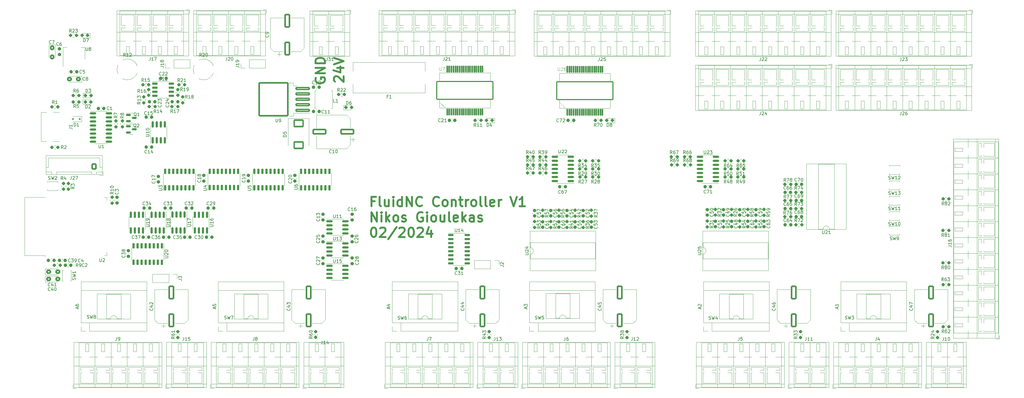
<source format=gto>
G04 #@! TF.GenerationSoftware,KiCad,Pcbnew,7.0.10*
G04 #@! TF.CreationDate,2024-02-23T22:38:10+01:00*
G04 #@! TF.ProjectId,FluidNC,466c7569-644e-4432-9e6b-696361645f70,rev?*
G04 #@! TF.SameCoordinates,Original*
G04 #@! TF.FileFunction,Legend,Top*
G04 #@! TF.FilePolarity,Positive*
%FSLAX46Y46*%
G04 Gerber Fmt 4.6, Leading zero omitted, Abs format (unit mm)*
G04 Created by KiCad (PCBNEW 7.0.10) date 2024-02-23 22:38:10*
%MOMM*%
%LPD*%
G01*
G04 APERTURE LIST*
G04 Aperture macros list*
%AMRoundRect*
0 Rectangle with rounded corners*
0 $1 Rounding radius*
0 $2 $3 $4 $5 $6 $7 $8 $9 X,Y pos of 4 corners*
0 Add a 4 corners polygon primitive as box body*
4,1,4,$2,$3,$4,$5,$6,$7,$8,$9,$2,$3,0*
0 Add four circle primitives for the rounded corners*
1,1,$1+$1,$2,$3*
1,1,$1+$1,$4,$5*
1,1,$1+$1,$6,$7*
1,1,$1+$1,$8,$9*
0 Add four rect primitives between the rounded corners*
20,1,$1+$1,$2,$3,$4,$5,0*
20,1,$1+$1,$4,$5,$6,$7,0*
20,1,$1+$1,$6,$7,$8,$9,0*
20,1,$1+$1,$8,$9,$2,$3,0*%
G04 Aperture macros list end*
%ADD10C,0.600000*%
%ADD11C,0.150000*%
%ADD12C,0.100000*%
%ADD13C,0.120000*%
%ADD14RoundRect,0.237500X-0.287500X-0.237500X0.287500X-0.237500X0.287500X0.237500X-0.287500X0.237500X0*%
%ADD15RoundRect,0.237500X-0.250000X-0.237500X0.250000X-0.237500X0.250000X0.237500X-0.250000X0.237500X0*%
%ADD16RoundRect,0.237500X0.250000X0.237500X-0.250000X0.237500X-0.250000X-0.237500X0.250000X-0.237500X0*%
%ADD17RoundRect,0.237500X0.237500X-0.250000X0.237500X0.250000X-0.237500X0.250000X-0.237500X-0.250000X0*%
%ADD18RoundRect,0.150000X-0.725000X-0.150000X0.725000X-0.150000X0.725000X0.150000X-0.725000X0.150000X0*%
%ADD19R,1.500000X3.000000*%
%ADD20O,1.500000X3.000000*%
%ADD21RoundRect,0.237500X-0.300000X-0.237500X0.300000X-0.237500X0.300000X0.237500X-0.300000X0.237500X0*%
%ADD22C,0.650000*%
%ADD23R,1.240000X0.600000*%
%ADD24R,1.240000X0.300000*%
%ADD25O,2.100000X1.000000*%
%ADD26O,1.800000X1.000000*%
%ADD27RoundRect,0.150000X-0.825000X-0.150000X0.825000X-0.150000X0.825000X0.150000X-0.825000X0.150000X0*%
%ADD28RoundRect,0.237500X-0.237500X0.250000X-0.237500X-0.250000X0.237500X-0.250000X0.237500X0.250000X0*%
%ADD29RoundRect,0.150000X-0.150000X0.825000X-0.150000X-0.825000X0.150000X-0.825000X0.150000X0.825000X0*%
%ADD30RoundRect,0.150000X0.150000X-0.725000X0.150000X0.725000X-0.150000X0.725000X-0.150000X-0.725000X0*%
%ADD31C,1.620000*%
%ADD32RoundRect,0.112500X0.187500X0.112500X-0.187500X0.112500X-0.187500X-0.112500X0.187500X-0.112500X0*%
%ADD33RoundRect,0.150000X-0.587500X-0.150000X0.587500X-0.150000X0.587500X0.150000X-0.587500X0.150000X0*%
%ADD34RoundRect,0.237500X0.300000X0.237500X-0.300000X0.237500X-0.300000X-0.237500X0.300000X-0.237500X0*%
%ADD35R,1.500000X2.000000*%
%ADD36R,3.800000X2.000000*%
%ADD37RoundRect,0.250000X-0.537500X-0.425000X0.537500X-0.425000X0.537500X0.425000X-0.537500X0.425000X0*%
%ADD38RoundRect,0.237500X-0.237500X0.300000X-0.237500X-0.300000X0.237500X-0.300000X0.237500X0.300000X0*%
%ADD39C,1.200000*%
%ADD40RoundRect,0.178500X-8.821500X-2.796500X8.821500X-2.796500X8.821500X2.796500X-8.821500X2.796500X0*%
%ADD41RoundRect,0.112500X-0.112500X-0.987500X0.112500X-0.987500X0.112500X0.987500X-0.112500X0.987500X0*%
%ADD42RoundRect,0.237500X0.237500X-0.300000X0.237500X0.300000X-0.237500X0.300000X-0.237500X-0.300000X0*%
%ADD43R,2.400000X1.600000*%
%ADD44O,2.400000X1.600000*%
%ADD45R,1.700000X1.700000*%
%ADD46O,1.700000X1.700000*%
%ADD47RoundRect,0.250000X0.700000X-1.950000X0.700000X1.950000X-0.700000X1.950000X-0.700000X-1.950000X0*%
%ADD48R,1.600000X3.100000*%
%ADD49R,1.600000X1.600000*%
%ADD50O,1.600000X1.600000*%
%ADD51RoundRect,0.250000X0.537500X0.425000X-0.537500X0.425000X-0.537500X-0.425000X0.537500X-0.425000X0*%
%ADD52RoundRect,0.250000X0.600000X0.725000X-0.600000X0.725000X-0.600000X-0.725000X0.600000X-0.725000X0*%
%ADD53O,1.700000X1.950000*%
%ADD54R,0.900000X1.700000*%
%ADD55C,3.000000*%
%ADD56R,3.000000X1.500000*%
%ADD57O,3.000000X1.500000*%
%ADD58RoundRect,0.150000X0.150000X-0.825000X0.150000X0.825000X-0.150000X0.825000X-0.150000X-0.825000X0*%
%ADD59RoundRect,0.150000X-0.150000X0.725000X-0.150000X-0.725000X0.150000X-0.725000X0.150000X0.725000X0*%
%ADD60R,4.200000X1.400000*%
%ADD61R,1.700000X0.900000*%
%ADD62R,3.100000X1.600000*%
%ADD63R,0.900000X1.500000*%
%ADD64R,1.500000X0.900000*%
%ADD65C,0.600000*%
%ADD66R,4.200000X4.200000*%
%ADD67RoundRect,0.150000X0.825000X0.150000X-0.825000X0.150000X-0.825000X-0.150000X0.825000X-0.150000X0*%
%ADD68RoundRect,0.250000X2.050000X0.300000X-2.050000X0.300000X-2.050000X-0.300000X2.050000X-0.300000X0*%
%ADD69RoundRect,0.250002X4.449998X5.149998X-4.449998X5.149998X-4.449998X-5.149998X4.449998X-5.149998X0*%
%ADD70RoundRect,0.250000X-1.400000X-1.000000X1.400000X-1.000000X1.400000X1.000000X-1.400000X1.000000X0*%
%ADD71RoundRect,0.237500X0.287500X0.237500X-0.287500X0.237500X-0.287500X-0.237500X0.287500X-0.237500X0*%
%ADD72RoundRect,0.250000X-0.425000X0.537500X-0.425000X-0.537500X0.425000X-0.537500X0.425000X0.537500X0*%
%ADD73RoundRect,0.250000X1.950000X0.700000X-1.950000X0.700000X-1.950000X-0.700000X1.950000X-0.700000X0*%
G04 APERTURE END LIST*
D10*
X103559021Y-60620228D02*
X102559021Y-60620228D01*
X102559021Y-62191657D02*
X102559021Y-59191657D01*
X102559021Y-59191657D02*
X103987593Y-59191657D01*
X105559022Y-62191657D02*
X105273307Y-62048800D01*
X105273307Y-62048800D02*
X105130450Y-61763085D01*
X105130450Y-61763085D02*
X105130450Y-59191657D01*
X107987594Y-60191657D02*
X107987594Y-62191657D01*
X106701879Y-60191657D02*
X106701879Y-61763085D01*
X106701879Y-61763085D02*
X106844736Y-62048800D01*
X106844736Y-62048800D02*
X107130451Y-62191657D01*
X107130451Y-62191657D02*
X107559022Y-62191657D01*
X107559022Y-62191657D02*
X107844736Y-62048800D01*
X107844736Y-62048800D02*
X107987594Y-61905942D01*
X109416165Y-62191657D02*
X109416165Y-60191657D01*
X109416165Y-59191657D02*
X109273308Y-59334514D01*
X109273308Y-59334514D02*
X109416165Y-59477371D01*
X109416165Y-59477371D02*
X109559022Y-59334514D01*
X109559022Y-59334514D02*
X109416165Y-59191657D01*
X109416165Y-59191657D02*
X109416165Y-59477371D01*
X112130451Y-62191657D02*
X112130451Y-59191657D01*
X112130451Y-62048800D02*
X111844736Y-62191657D01*
X111844736Y-62191657D02*
X111273308Y-62191657D01*
X111273308Y-62191657D02*
X110987593Y-62048800D01*
X110987593Y-62048800D02*
X110844736Y-61905942D01*
X110844736Y-61905942D02*
X110701879Y-61620228D01*
X110701879Y-61620228D02*
X110701879Y-60763085D01*
X110701879Y-60763085D02*
X110844736Y-60477371D01*
X110844736Y-60477371D02*
X110987593Y-60334514D01*
X110987593Y-60334514D02*
X111273308Y-60191657D01*
X111273308Y-60191657D02*
X111844736Y-60191657D01*
X111844736Y-60191657D02*
X112130451Y-60334514D01*
X113559022Y-62191657D02*
X113559022Y-59191657D01*
X113559022Y-59191657D02*
X115273308Y-62191657D01*
X115273308Y-62191657D02*
X115273308Y-59191657D01*
X118416165Y-61905942D02*
X118273308Y-62048800D01*
X118273308Y-62048800D02*
X117844736Y-62191657D01*
X117844736Y-62191657D02*
X117559022Y-62191657D01*
X117559022Y-62191657D02*
X117130451Y-62048800D01*
X117130451Y-62048800D02*
X116844736Y-61763085D01*
X116844736Y-61763085D02*
X116701879Y-61477371D01*
X116701879Y-61477371D02*
X116559022Y-60905942D01*
X116559022Y-60905942D02*
X116559022Y-60477371D01*
X116559022Y-60477371D02*
X116701879Y-59905942D01*
X116701879Y-59905942D02*
X116844736Y-59620228D01*
X116844736Y-59620228D02*
X117130451Y-59334514D01*
X117130451Y-59334514D02*
X117559022Y-59191657D01*
X117559022Y-59191657D02*
X117844736Y-59191657D01*
X117844736Y-59191657D02*
X118273308Y-59334514D01*
X118273308Y-59334514D02*
X118416165Y-59477371D01*
X123701879Y-61905942D02*
X123559022Y-62048800D01*
X123559022Y-62048800D02*
X123130450Y-62191657D01*
X123130450Y-62191657D02*
X122844736Y-62191657D01*
X122844736Y-62191657D02*
X122416165Y-62048800D01*
X122416165Y-62048800D02*
X122130450Y-61763085D01*
X122130450Y-61763085D02*
X121987593Y-61477371D01*
X121987593Y-61477371D02*
X121844736Y-60905942D01*
X121844736Y-60905942D02*
X121844736Y-60477371D01*
X121844736Y-60477371D02*
X121987593Y-59905942D01*
X121987593Y-59905942D02*
X122130450Y-59620228D01*
X122130450Y-59620228D02*
X122416165Y-59334514D01*
X122416165Y-59334514D02*
X122844736Y-59191657D01*
X122844736Y-59191657D02*
X123130450Y-59191657D01*
X123130450Y-59191657D02*
X123559022Y-59334514D01*
X123559022Y-59334514D02*
X123701879Y-59477371D01*
X125416165Y-62191657D02*
X125130450Y-62048800D01*
X125130450Y-62048800D02*
X124987593Y-61905942D01*
X124987593Y-61905942D02*
X124844736Y-61620228D01*
X124844736Y-61620228D02*
X124844736Y-60763085D01*
X124844736Y-60763085D02*
X124987593Y-60477371D01*
X124987593Y-60477371D02*
X125130450Y-60334514D01*
X125130450Y-60334514D02*
X125416165Y-60191657D01*
X125416165Y-60191657D02*
X125844736Y-60191657D01*
X125844736Y-60191657D02*
X126130450Y-60334514D01*
X126130450Y-60334514D02*
X126273308Y-60477371D01*
X126273308Y-60477371D02*
X126416165Y-60763085D01*
X126416165Y-60763085D02*
X126416165Y-61620228D01*
X126416165Y-61620228D02*
X126273308Y-61905942D01*
X126273308Y-61905942D02*
X126130450Y-62048800D01*
X126130450Y-62048800D02*
X125844736Y-62191657D01*
X125844736Y-62191657D02*
X125416165Y-62191657D01*
X127701879Y-60191657D02*
X127701879Y-62191657D01*
X127701879Y-60477371D02*
X127844736Y-60334514D01*
X127844736Y-60334514D02*
X128130451Y-60191657D01*
X128130451Y-60191657D02*
X128559022Y-60191657D01*
X128559022Y-60191657D02*
X128844736Y-60334514D01*
X128844736Y-60334514D02*
X128987594Y-60620228D01*
X128987594Y-60620228D02*
X128987594Y-62191657D01*
X129987594Y-60191657D02*
X131130451Y-60191657D01*
X130416165Y-59191657D02*
X130416165Y-61763085D01*
X130416165Y-61763085D02*
X130559022Y-62048800D01*
X130559022Y-62048800D02*
X130844737Y-62191657D01*
X130844737Y-62191657D02*
X131130451Y-62191657D01*
X132130451Y-62191657D02*
X132130451Y-60191657D01*
X132130451Y-60763085D02*
X132273308Y-60477371D01*
X132273308Y-60477371D02*
X132416166Y-60334514D01*
X132416166Y-60334514D02*
X132701880Y-60191657D01*
X132701880Y-60191657D02*
X132987594Y-60191657D01*
X134416166Y-62191657D02*
X134130451Y-62048800D01*
X134130451Y-62048800D02*
X133987594Y-61905942D01*
X133987594Y-61905942D02*
X133844737Y-61620228D01*
X133844737Y-61620228D02*
X133844737Y-60763085D01*
X133844737Y-60763085D02*
X133987594Y-60477371D01*
X133987594Y-60477371D02*
X134130451Y-60334514D01*
X134130451Y-60334514D02*
X134416166Y-60191657D01*
X134416166Y-60191657D02*
X134844737Y-60191657D01*
X134844737Y-60191657D02*
X135130451Y-60334514D01*
X135130451Y-60334514D02*
X135273309Y-60477371D01*
X135273309Y-60477371D02*
X135416166Y-60763085D01*
X135416166Y-60763085D02*
X135416166Y-61620228D01*
X135416166Y-61620228D02*
X135273309Y-61905942D01*
X135273309Y-61905942D02*
X135130451Y-62048800D01*
X135130451Y-62048800D02*
X134844737Y-62191657D01*
X134844737Y-62191657D02*
X134416166Y-62191657D01*
X137130452Y-62191657D02*
X136844737Y-62048800D01*
X136844737Y-62048800D02*
X136701880Y-61763085D01*
X136701880Y-61763085D02*
X136701880Y-59191657D01*
X138701881Y-62191657D02*
X138416166Y-62048800D01*
X138416166Y-62048800D02*
X138273309Y-61763085D01*
X138273309Y-61763085D02*
X138273309Y-59191657D01*
X140987595Y-62048800D02*
X140701881Y-62191657D01*
X140701881Y-62191657D02*
X140130453Y-62191657D01*
X140130453Y-62191657D02*
X139844738Y-62048800D01*
X139844738Y-62048800D02*
X139701881Y-61763085D01*
X139701881Y-61763085D02*
X139701881Y-60620228D01*
X139701881Y-60620228D02*
X139844738Y-60334514D01*
X139844738Y-60334514D02*
X140130453Y-60191657D01*
X140130453Y-60191657D02*
X140701881Y-60191657D01*
X140701881Y-60191657D02*
X140987595Y-60334514D01*
X140987595Y-60334514D02*
X141130453Y-60620228D01*
X141130453Y-60620228D02*
X141130453Y-60905942D01*
X141130453Y-60905942D02*
X139701881Y-61191657D01*
X142416167Y-62191657D02*
X142416167Y-60191657D01*
X142416167Y-60763085D02*
X142559024Y-60477371D01*
X142559024Y-60477371D02*
X142701882Y-60334514D01*
X142701882Y-60334514D02*
X142987596Y-60191657D01*
X142987596Y-60191657D02*
X143273310Y-60191657D01*
X146130453Y-59191657D02*
X147130453Y-62191657D01*
X147130453Y-62191657D02*
X148130453Y-59191657D01*
X150701882Y-62191657D02*
X148987596Y-62191657D01*
X149844739Y-62191657D02*
X149844739Y-59191657D01*
X149844739Y-59191657D02*
X149559025Y-59620228D01*
X149559025Y-59620228D02*
X149273310Y-59905942D01*
X149273310Y-59905942D02*
X148987596Y-60048800D01*
X102559021Y-67021657D02*
X102559021Y-64021657D01*
X102559021Y-64021657D02*
X104273307Y-67021657D01*
X104273307Y-67021657D02*
X104273307Y-64021657D01*
X105701878Y-67021657D02*
X105701878Y-65021657D01*
X105701878Y-64021657D02*
X105559021Y-64164514D01*
X105559021Y-64164514D02*
X105701878Y-64307371D01*
X105701878Y-64307371D02*
X105844735Y-64164514D01*
X105844735Y-64164514D02*
X105701878Y-64021657D01*
X105701878Y-64021657D02*
X105701878Y-64307371D01*
X107130449Y-67021657D02*
X107130449Y-64021657D01*
X107416164Y-65878800D02*
X108273306Y-67021657D01*
X108273306Y-65021657D02*
X107130449Y-66164514D01*
X109987592Y-67021657D02*
X109701877Y-66878800D01*
X109701877Y-66878800D02*
X109559020Y-66735942D01*
X109559020Y-66735942D02*
X109416163Y-66450228D01*
X109416163Y-66450228D02*
X109416163Y-65593085D01*
X109416163Y-65593085D02*
X109559020Y-65307371D01*
X109559020Y-65307371D02*
X109701877Y-65164514D01*
X109701877Y-65164514D02*
X109987592Y-65021657D01*
X109987592Y-65021657D02*
X110416163Y-65021657D01*
X110416163Y-65021657D02*
X110701877Y-65164514D01*
X110701877Y-65164514D02*
X110844735Y-65307371D01*
X110844735Y-65307371D02*
X110987592Y-65593085D01*
X110987592Y-65593085D02*
X110987592Y-66450228D01*
X110987592Y-66450228D02*
X110844735Y-66735942D01*
X110844735Y-66735942D02*
X110701877Y-66878800D01*
X110701877Y-66878800D02*
X110416163Y-67021657D01*
X110416163Y-67021657D02*
X109987592Y-67021657D01*
X112130449Y-66878800D02*
X112416163Y-67021657D01*
X112416163Y-67021657D02*
X112987592Y-67021657D01*
X112987592Y-67021657D02*
X113273306Y-66878800D01*
X113273306Y-66878800D02*
X113416163Y-66593085D01*
X113416163Y-66593085D02*
X113416163Y-66450228D01*
X113416163Y-66450228D02*
X113273306Y-66164514D01*
X113273306Y-66164514D02*
X112987592Y-66021657D01*
X112987592Y-66021657D02*
X112559021Y-66021657D01*
X112559021Y-66021657D02*
X112273306Y-65878800D01*
X112273306Y-65878800D02*
X112130449Y-65593085D01*
X112130449Y-65593085D02*
X112130449Y-65450228D01*
X112130449Y-65450228D02*
X112273306Y-65164514D01*
X112273306Y-65164514D02*
X112559021Y-65021657D01*
X112559021Y-65021657D02*
X112987592Y-65021657D01*
X112987592Y-65021657D02*
X113273306Y-65164514D01*
X118559020Y-64164514D02*
X118273306Y-64021657D01*
X118273306Y-64021657D02*
X117844734Y-64021657D01*
X117844734Y-64021657D02*
X117416163Y-64164514D01*
X117416163Y-64164514D02*
X117130448Y-64450228D01*
X117130448Y-64450228D02*
X116987591Y-64735942D01*
X116987591Y-64735942D02*
X116844734Y-65307371D01*
X116844734Y-65307371D02*
X116844734Y-65735942D01*
X116844734Y-65735942D02*
X116987591Y-66307371D01*
X116987591Y-66307371D02*
X117130448Y-66593085D01*
X117130448Y-66593085D02*
X117416163Y-66878800D01*
X117416163Y-66878800D02*
X117844734Y-67021657D01*
X117844734Y-67021657D02*
X118130448Y-67021657D01*
X118130448Y-67021657D02*
X118559020Y-66878800D01*
X118559020Y-66878800D02*
X118701877Y-66735942D01*
X118701877Y-66735942D02*
X118701877Y-65735942D01*
X118701877Y-65735942D02*
X118130448Y-65735942D01*
X119987591Y-67021657D02*
X119987591Y-65021657D01*
X119987591Y-64021657D02*
X119844734Y-64164514D01*
X119844734Y-64164514D02*
X119987591Y-64307371D01*
X119987591Y-64307371D02*
X120130448Y-64164514D01*
X120130448Y-64164514D02*
X119987591Y-64021657D01*
X119987591Y-64021657D02*
X119987591Y-64307371D01*
X121844734Y-67021657D02*
X121559019Y-66878800D01*
X121559019Y-66878800D02*
X121416162Y-66735942D01*
X121416162Y-66735942D02*
X121273305Y-66450228D01*
X121273305Y-66450228D02*
X121273305Y-65593085D01*
X121273305Y-65593085D02*
X121416162Y-65307371D01*
X121416162Y-65307371D02*
X121559019Y-65164514D01*
X121559019Y-65164514D02*
X121844734Y-65021657D01*
X121844734Y-65021657D02*
X122273305Y-65021657D01*
X122273305Y-65021657D02*
X122559019Y-65164514D01*
X122559019Y-65164514D02*
X122701877Y-65307371D01*
X122701877Y-65307371D02*
X122844734Y-65593085D01*
X122844734Y-65593085D02*
X122844734Y-66450228D01*
X122844734Y-66450228D02*
X122701877Y-66735942D01*
X122701877Y-66735942D02*
X122559019Y-66878800D01*
X122559019Y-66878800D02*
X122273305Y-67021657D01*
X122273305Y-67021657D02*
X121844734Y-67021657D01*
X125416163Y-65021657D02*
X125416163Y-67021657D01*
X124130448Y-65021657D02*
X124130448Y-66593085D01*
X124130448Y-66593085D02*
X124273305Y-66878800D01*
X124273305Y-66878800D02*
X124559020Y-67021657D01*
X124559020Y-67021657D02*
X124987591Y-67021657D01*
X124987591Y-67021657D02*
X125273305Y-66878800D01*
X125273305Y-66878800D02*
X125416163Y-66735942D01*
X127273306Y-67021657D02*
X126987591Y-66878800D01*
X126987591Y-66878800D02*
X126844734Y-66593085D01*
X126844734Y-66593085D02*
X126844734Y-64021657D01*
X129559020Y-66878800D02*
X129273306Y-67021657D01*
X129273306Y-67021657D02*
X128701878Y-67021657D01*
X128701878Y-67021657D02*
X128416163Y-66878800D01*
X128416163Y-66878800D02*
X128273306Y-66593085D01*
X128273306Y-66593085D02*
X128273306Y-65450228D01*
X128273306Y-65450228D02*
X128416163Y-65164514D01*
X128416163Y-65164514D02*
X128701878Y-65021657D01*
X128701878Y-65021657D02*
X129273306Y-65021657D01*
X129273306Y-65021657D02*
X129559020Y-65164514D01*
X129559020Y-65164514D02*
X129701878Y-65450228D01*
X129701878Y-65450228D02*
X129701878Y-65735942D01*
X129701878Y-65735942D02*
X128273306Y-66021657D01*
X130987592Y-67021657D02*
X130987592Y-64021657D01*
X131273307Y-65878800D02*
X132130449Y-67021657D01*
X132130449Y-65021657D02*
X130987592Y-66164514D01*
X134701878Y-67021657D02*
X134701878Y-65450228D01*
X134701878Y-65450228D02*
X134559020Y-65164514D01*
X134559020Y-65164514D02*
X134273306Y-65021657D01*
X134273306Y-65021657D02*
X133701878Y-65021657D01*
X133701878Y-65021657D02*
X133416163Y-65164514D01*
X134701878Y-66878800D02*
X134416163Y-67021657D01*
X134416163Y-67021657D02*
X133701878Y-67021657D01*
X133701878Y-67021657D02*
X133416163Y-66878800D01*
X133416163Y-66878800D02*
X133273306Y-66593085D01*
X133273306Y-66593085D02*
X133273306Y-66307371D01*
X133273306Y-66307371D02*
X133416163Y-66021657D01*
X133416163Y-66021657D02*
X133701878Y-65878800D01*
X133701878Y-65878800D02*
X134416163Y-65878800D01*
X134416163Y-65878800D02*
X134701878Y-65735942D01*
X135987592Y-66878800D02*
X136273306Y-67021657D01*
X136273306Y-67021657D02*
X136844735Y-67021657D01*
X136844735Y-67021657D02*
X137130449Y-66878800D01*
X137130449Y-66878800D02*
X137273306Y-66593085D01*
X137273306Y-66593085D02*
X137273306Y-66450228D01*
X137273306Y-66450228D02*
X137130449Y-66164514D01*
X137130449Y-66164514D02*
X136844735Y-66021657D01*
X136844735Y-66021657D02*
X136416164Y-66021657D01*
X136416164Y-66021657D02*
X136130449Y-65878800D01*
X136130449Y-65878800D02*
X135987592Y-65593085D01*
X135987592Y-65593085D02*
X135987592Y-65450228D01*
X135987592Y-65450228D02*
X136130449Y-65164514D01*
X136130449Y-65164514D02*
X136416164Y-65021657D01*
X136416164Y-65021657D02*
X136844735Y-65021657D01*
X136844735Y-65021657D02*
X137130449Y-65164514D01*
X103130450Y-68851657D02*
X103416164Y-68851657D01*
X103416164Y-68851657D02*
X103701878Y-68994514D01*
X103701878Y-68994514D02*
X103844736Y-69137371D01*
X103844736Y-69137371D02*
X103987593Y-69423085D01*
X103987593Y-69423085D02*
X104130450Y-69994514D01*
X104130450Y-69994514D02*
X104130450Y-70708800D01*
X104130450Y-70708800D02*
X103987593Y-71280228D01*
X103987593Y-71280228D02*
X103844736Y-71565942D01*
X103844736Y-71565942D02*
X103701878Y-71708800D01*
X103701878Y-71708800D02*
X103416164Y-71851657D01*
X103416164Y-71851657D02*
X103130450Y-71851657D01*
X103130450Y-71851657D02*
X102844736Y-71708800D01*
X102844736Y-71708800D02*
X102701878Y-71565942D01*
X102701878Y-71565942D02*
X102559021Y-71280228D01*
X102559021Y-71280228D02*
X102416164Y-70708800D01*
X102416164Y-70708800D02*
X102416164Y-69994514D01*
X102416164Y-69994514D02*
X102559021Y-69423085D01*
X102559021Y-69423085D02*
X102701878Y-69137371D01*
X102701878Y-69137371D02*
X102844736Y-68994514D01*
X102844736Y-68994514D02*
X103130450Y-68851657D01*
X105273307Y-69137371D02*
X105416164Y-68994514D01*
X105416164Y-68994514D02*
X105701879Y-68851657D01*
X105701879Y-68851657D02*
X106416164Y-68851657D01*
X106416164Y-68851657D02*
X106701879Y-68994514D01*
X106701879Y-68994514D02*
X106844736Y-69137371D01*
X106844736Y-69137371D02*
X106987593Y-69423085D01*
X106987593Y-69423085D02*
X106987593Y-69708800D01*
X106987593Y-69708800D02*
X106844736Y-70137371D01*
X106844736Y-70137371D02*
X105130450Y-71851657D01*
X105130450Y-71851657D02*
X106987593Y-71851657D01*
X110416164Y-68708800D02*
X107844736Y-72565942D01*
X111273307Y-69137371D02*
X111416164Y-68994514D01*
X111416164Y-68994514D02*
X111701879Y-68851657D01*
X111701879Y-68851657D02*
X112416164Y-68851657D01*
X112416164Y-68851657D02*
X112701879Y-68994514D01*
X112701879Y-68994514D02*
X112844736Y-69137371D01*
X112844736Y-69137371D02*
X112987593Y-69423085D01*
X112987593Y-69423085D02*
X112987593Y-69708800D01*
X112987593Y-69708800D02*
X112844736Y-70137371D01*
X112844736Y-70137371D02*
X111130450Y-71851657D01*
X111130450Y-71851657D02*
X112987593Y-71851657D01*
X114844736Y-68851657D02*
X115130450Y-68851657D01*
X115130450Y-68851657D02*
X115416164Y-68994514D01*
X115416164Y-68994514D02*
X115559022Y-69137371D01*
X115559022Y-69137371D02*
X115701879Y-69423085D01*
X115701879Y-69423085D02*
X115844736Y-69994514D01*
X115844736Y-69994514D02*
X115844736Y-70708800D01*
X115844736Y-70708800D02*
X115701879Y-71280228D01*
X115701879Y-71280228D02*
X115559022Y-71565942D01*
X115559022Y-71565942D02*
X115416164Y-71708800D01*
X115416164Y-71708800D02*
X115130450Y-71851657D01*
X115130450Y-71851657D02*
X114844736Y-71851657D01*
X114844736Y-71851657D02*
X114559022Y-71708800D01*
X114559022Y-71708800D02*
X114416164Y-71565942D01*
X114416164Y-71565942D02*
X114273307Y-71280228D01*
X114273307Y-71280228D02*
X114130450Y-70708800D01*
X114130450Y-70708800D02*
X114130450Y-69994514D01*
X114130450Y-69994514D02*
X114273307Y-69423085D01*
X114273307Y-69423085D02*
X114416164Y-69137371D01*
X114416164Y-69137371D02*
X114559022Y-68994514D01*
X114559022Y-68994514D02*
X114844736Y-68851657D01*
X116987593Y-69137371D02*
X117130450Y-68994514D01*
X117130450Y-68994514D02*
X117416165Y-68851657D01*
X117416165Y-68851657D02*
X118130450Y-68851657D01*
X118130450Y-68851657D02*
X118416165Y-68994514D01*
X118416165Y-68994514D02*
X118559022Y-69137371D01*
X118559022Y-69137371D02*
X118701879Y-69423085D01*
X118701879Y-69423085D02*
X118701879Y-69708800D01*
X118701879Y-69708800D02*
X118559022Y-70137371D01*
X118559022Y-70137371D02*
X116844736Y-71851657D01*
X116844736Y-71851657D02*
X118701879Y-71851657D01*
X121273308Y-69851657D02*
X121273308Y-71851657D01*
X120559022Y-68708800D02*
X119844736Y-70851657D01*
X119844736Y-70851657D02*
X121701879Y-70851657D01*
X91102371Y-23061428D02*
X90959514Y-22918571D01*
X90959514Y-22918571D02*
X90816657Y-22632857D01*
X90816657Y-22632857D02*
X90816657Y-21918571D01*
X90816657Y-21918571D02*
X90959514Y-21632857D01*
X90959514Y-21632857D02*
X91102371Y-21489999D01*
X91102371Y-21489999D02*
X91388085Y-21347142D01*
X91388085Y-21347142D02*
X91673800Y-21347142D01*
X91673800Y-21347142D02*
X92102371Y-21489999D01*
X92102371Y-21489999D02*
X93816657Y-23204285D01*
X93816657Y-23204285D02*
X93816657Y-21347142D01*
X91816657Y-18775714D02*
X93816657Y-18775714D01*
X90673800Y-19489999D02*
X92816657Y-20204285D01*
X92816657Y-20204285D02*
X92816657Y-18347142D01*
X90816657Y-17632856D02*
X93816657Y-16632856D01*
X93816657Y-16632856D02*
X90816657Y-15632856D01*
X85159514Y-21885713D02*
X85016657Y-22171428D01*
X85016657Y-22171428D02*
X85016657Y-22599999D01*
X85016657Y-22599999D02*
X85159514Y-23028570D01*
X85159514Y-23028570D02*
X85445228Y-23314285D01*
X85445228Y-23314285D02*
X85730942Y-23457142D01*
X85730942Y-23457142D02*
X86302371Y-23599999D01*
X86302371Y-23599999D02*
X86730942Y-23599999D01*
X86730942Y-23599999D02*
X87302371Y-23457142D01*
X87302371Y-23457142D02*
X87588085Y-23314285D01*
X87588085Y-23314285D02*
X87873800Y-23028570D01*
X87873800Y-23028570D02*
X88016657Y-22599999D01*
X88016657Y-22599999D02*
X88016657Y-22314285D01*
X88016657Y-22314285D02*
X87873800Y-21885713D01*
X87873800Y-21885713D02*
X87730942Y-21742856D01*
X87730942Y-21742856D02*
X86730942Y-21742856D01*
X86730942Y-21742856D02*
X86730942Y-22314285D01*
X88016657Y-20457142D02*
X85016657Y-20457142D01*
X85016657Y-20457142D02*
X88016657Y-18742856D01*
X88016657Y-18742856D02*
X85016657Y-18742856D01*
X88016657Y-17314285D02*
X85016657Y-17314285D01*
X85016657Y-17314285D02*
X85016657Y-16599999D01*
X85016657Y-16599999D02*
X85159514Y-16171428D01*
X85159514Y-16171428D02*
X85445228Y-15885713D01*
X85445228Y-15885713D02*
X85730942Y-15742856D01*
X85730942Y-15742856D02*
X86302371Y-15599999D01*
X86302371Y-15599999D02*
X86730942Y-15599999D01*
X86730942Y-15599999D02*
X87302371Y-15742856D01*
X87302371Y-15742856D02*
X87588085Y-15885713D01*
X87588085Y-15885713D02*
X87873800Y-16171428D01*
X87873800Y-16171428D02*
X88016657Y-16599999D01*
X88016657Y-16599999D02*
X88016657Y-17314285D01*
D11*
X13081905Y-31424819D02*
X13081905Y-30424819D01*
X13081905Y-30424819D02*
X13320000Y-30424819D01*
X13320000Y-30424819D02*
X13462857Y-30472438D01*
X13462857Y-30472438D02*
X13558095Y-30567676D01*
X13558095Y-30567676D02*
X13605714Y-30662914D01*
X13605714Y-30662914D02*
X13653333Y-30853390D01*
X13653333Y-30853390D02*
X13653333Y-30996247D01*
X13653333Y-30996247D02*
X13605714Y-31186723D01*
X13605714Y-31186723D02*
X13558095Y-31281961D01*
X13558095Y-31281961D02*
X13462857Y-31377200D01*
X13462857Y-31377200D02*
X13320000Y-31424819D01*
X13320000Y-31424819D02*
X13081905Y-31424819D01*
X14034286Y-30520057D02*
X14081905Y-30472438D01*
X14081905Y-30472438D02*
X14177143Y-30424819D01*
X14177143Y-30424819D02*
X14415238Y-30424819D01*
X14415238Y-30424819D02*
X14510476Y-30472438D01*
X14510476Y-30472438D02*
X14558095Y-30520057D01*
X14558095Y-30520057D02*
X14605714Y-30615295D01*
X14605714Y-30615295D02*
X14605714Y-30710533D01*
X14605714Y-30710533D02*
X14558095Y-30853390D01*
X14558095Y-30853390D02*
X13986667Y-31424819D01*
X13986667Y-31424819D02*
X14605714Y-31424819D01*
X10663333Y-81194819D02*
X10330000Y-80718628D01*
X10091905Y-81194819D02*
X10091905Y-80194819D01*
X10091905Y-80194819D02*
X10472857Y-80194819D01*
X10472857Y-80194819D02*
X10568095Y-80242438D01*
X10568095Y-80242438D02*
X10615714Y-80290057D01*
X10615714Y-80290057D02*
X10663333Y-80385295D01*
X10663333Y-80385295D02*
X10663333Y-80528152D01*
X10663333Y-80528152D02*
X10615714Y-80623390D01*
X10615714Y-80623390D02*
X10568095Y-80671009D01*
X10568095Y-80671009D02*
X10472857Y-80718628D01*
X10472857Y-80718628D02*
X10091905Y-80718628D01*
X11139524Y-81194819D02*
X11330000Y-81194819D01*
X11330000Y-81194819D02*
X11425238Y-81147200D01*
X11425238Y-81147200D02*
X11472857Y-81099580D01*
X11472857Y-81099580D02*
X11568095Y-80956723D01*
X11568095Y-80956723D02*
X11615714Y-80766247D01*
X11615714Y-80766247D02*
X11615714Y-80385295D01*
X11615714Y-80385295D02*
X11568095Y-80290057D01*
X11568095Y-80290057D02*
X11520476Y-80242438D01*
X11520476Y-80242438D02*
X11425238Y-80194819D01*
X11425238Y-80194819D02*
X11234762Y-80194819D01*
X11234762Y-80194819D02*
X11139524Y-80242438D01*
X11139524Y-80242438D02*
X11091905Y-80290057D01*
X11091905Y-80290057D02*
X11044286Y-80385295D01*
X11044286Y-80385295D02*
X11044286Y-80623390D01*
X11044286Y-80623390D02*
X11091905Y-80718628D01*
X11091905Y-80718628D02*
X11139524Y-80766247D01*
X11139524Y-80766247D02*
X11234762Y-80813866D01*
X11234762Y-80813866D02*
X11425238Y-80813866D01*
X11425238Y-80813866D02*
X11520476Y-80766247D01*
X11520476Y-80766247D02*
X11568095Y-80718628D01*
X11568095Y-80718628D02*
X11615714Y-80623390D01*
X232387142Y-64754819D02*
X232053809Y-64278628D01*
X231815714Y-64754819D02*
X231815714Y-63754819D01*
X231815714Y-63754819D02*
X232196666Y-63754819D01*
X232196666Y-63754819D02*
X232291904Y-63802438D01*
X232291904Y-63802438D02*
X232339523Y-63850057D01*
X232339523Y-63850057D02*
X232387142Y-63945295D01*
X232387142Y-63945295D02*
X232387142Y-64088152D01*
X232387142Y-64088152D02*
X232339523Y-64183390D01*
X232339523Y-64183390D02*
X232291904Y-64231009D01*
X232291904Y-64231009D02*
X232196666Y-64278628D01*
X232196666Y-64278628D02*
X231815714Y-64278628D01*
X232720476Y-63754819D02*
X233387142Y-63754819D01*
X233387142Y-63754819D02*
X232958571Y-64754819D01*
X234196666Y-63754819D02*
X234006190Y-63754819D01*
X234006190Y-63754819D02*
X233910952Y-63802438D01*
X233910952Y-63802438D02*
X233863333Y-63850057D01*
X233863333Y-63850057D02*
X233768095Y-63992914D01*
X233768095Y-63992914D02*
X233720476Y-64183390D01*
X233720476Y-64183390D02*
X233720476Y-64564342D01*
X233720476Y-64564342D02*
X233768095Y-64659580D01*
X233768095Y-64659580D02*
X233815714Y-64707200D01*
X233815714Y-64707200D02*
X233910952Y-64754819D01*
X233910952Y-64754819D02*
X234101428Y-64754819D01*
X234101428Y-64754819D02*
X234196666Y-64707200D01*
X234196666Y-64707200D02*
X234244285Y-64659580D01*
X234244285Y-64659580D02*
X234291904Y-64564342D01*
X234291904Y-64564342D02*
X234291904Y-64326247D01*
X234291904Y-64326247D02*
X234244285Y-64231009D01*
X234244285Y-64231009D02*
X234196666Y-64183390D01*
X234196666Y-64183390D02*
X234101428Y-64135771D01*
X234101428Y-64135771D02*
X233910952Y-64135771D01*
X233910952Y-64135771D02*
X233815714Y-64183390D01*
X233815714Y-64183390D02*
X233768095Y-64231009D01*
X233768095Y-64231009D02*
X233720476Y-64326247D01*
X44897142Y-28364819D02*
X44563809Y-27888628D01*
X44325714Y-28364819D02*
X44325714Y-27364819D01*
X44325714Y-27364819D02*
X44706666Y-27364819D01*
X44706666Y-27364819D02*
X44801904Y-27412438D01*
X44801904Y-27412438D02*
X44849523Y-27460057D01*
X44849523Y-27460057D02*
X44897142Y-27555295D01*
X44897142Y-27555295D02*
X44897142Y-27698152D01*
X44897142Y-27698152D02*
X44849523Y-27793390D01*
X44849523Y-27793390D02*
X44801904Y-27841009D01*
X44801904Y-27841009D02*
X44706666Y-27888628D01*
X44706666Y-27888628D02*
X44325714Y-27888628D01*
X45849523Y-28364819D02*
X45278095Y-28364819D01*
X45563809Y-28364819D02*
X45563809Y-27364819D01*
X45563809Y-27364819D02*
X45468571Y-27507676D01*
X45468571Y-27507676D02*
X45373333Y-27602914D01*
X45373333Y-27602914D02*
X45278095Y-27650533D01*
X46420952Y-27793390D02*
X46325714Y-27745771D01*
X46325714Y-27745771D02*
X46278095Y-27698152D01*
X46278095Y-27698152D02*
X46230476Y-27602914D01*
X46230476Y-27602914D02*
X46230476Y-27555295D01*
X46230476Y-27555295D02*
X46278095Y-27460057D01*
X46278095Y-27460057D02*
X46325714Y-27412438D01*
X46325714Y-27412438D02*
X46420952Y-27364819D01*
X46420952Y-27364819D02*
X46611428Y-27364819D01*
X46611428Y-27364819D02*
X46706666Y-27412438D01*
X46706666Y-27412438D02*
X46754285Y-27460057D01*
X46754285Y-27460057D02*
X46801904Y-27555295D01*
X46801904Y-27555295D02*
X46801904Y-27602914D01*
X46801904Y-27602914D02*
X46754285Y-27698152D01*
X46754285Y-27698152D02*
X46706666Y-27745771D01*
X46706666Y-27745771D02*
X46611428Y-27793390D01*
X46611428Y-27793390D02*
X46420952Y-27793390D01*
X46420952Y-27793390D02*
X46325714Y-27841009D01*
X46325714Y-27841009D02*
X46278095Y-27888628D01*
X46278095Y-27888628D02*
X46230476Y-27983866D01*
X46230476Y-27983866D02*
X46230476Y-28174342D01*
X46230476Y-28174342D02*
X46278095Y-28269580D01*
X46278095Y-28269580D02*
X46325714Y-28317200D01*
X46325714Y-28317200D02*
X46420952Y-28364819D01*
X46420952Y-28364819D02*
X46611428Y-28364819D01*
X46611428Y-28364819D02*
X46706666Y-28317200D01*
X46706666Y-28317200D02*
X46754285Y-28269580D01*
X46754285Y-28269580D02*
X46801904Y-28174342D01*
X46801904Y-28174342D02*
X46801904Y-27983866D01*
X46801904Y-27983866D02*
X46754285Y-27888628D01*
X46754285Y-27888628D02*
X46706666Y-27841009D01*
X46706666Y-27841009D02*
X46611428Y-27793390D01*
X128809905Y-69246819D02*
X128809905Y-70056342D01*
X128809905Y-70056342D02*
X128857524Y-70151580D01*
X128857524Y-70151580D02*
X128905143Y-70199200D01*
X128905143Y-70199200D02*
X129000381Y-70246819D01*
X129000381Y-70246819D02*
X129190857Y-70246819D01*
X129190857Y-70246819D02*
X129286095Y-70199200D01*
X129286095Y-70199200D02*
X129333714Y-70151580D01*
X129333714Y-70151580D02*
X129381333Y-70056342D01*
X129381333Y-70056342D02*
X129381333Y-69246819D01*
X130381333Y-70246819D02*
X129809905Y-70246819D01*
X130095619Y-70246819D02*
X130095619Y-69246819D01*
X130095619Y-69246819D02*
X130000381Y-69389676D01*
X130000381Y-69389676D02*
X129905143Y-69484914D01*
X129905143Y-69484914D02*
X129809905Y-69532533D01*
X131238476Y-69580152D02*
X131238476Y-70246819D01*
X131000381Y-69199200D02*
X130762286Y-69913485D01*
X130762286Y-69913485D02*
X131381333Y-69913485D01*
X125414476Y-15482819D02*
X125414476Y-16197104D01*
X125414476Y-16197104D02*
X125366857Y-16339961D01*
X125366857Y-16339961D02*
X125271619Y-16435200D01*
X125271619Y-16435200D02*
X125128762Y-16482819D01*
X125128762Y-16482819D02*
X125033524Y-16482819D01*
X125843048Y-15578057D02*
X125890667Y-15530438D01*
X125890667Y-15530438D02*
X125985905Y-15482819D01*
X125985905Y-15482819D02*
X126224000Y-15482819D01*
X126224000Y-15482819D02*
X126319238Y-15530438D01*
X126319238Y-15530438D02*
X126366857Y-15578057D01*
X126366857Y-15578057D02*
X126414476Y-15673295D01*
X126414476Y-15673295D02*
X126414476Y-15768533D01*
X126414476Y-15768533D02*
X126366857Y-15911390D01*
X126366857Y-15911390D02*
X125795429Y-16482819D01*
X125795429Y-16482819D02*
X126414476Y-16482819D01*
X127366857Y-16482819D02*
X126795429Y-16482819D01*
X127081143Y-16482819D02*
X127081143Y-15482819D01*
X127081143Y-15482819D02*
X126985905Y-15625676D01*
X126985905Y-15625676D02*
X126890667Y-15720914D01*
X126890667Y-15720914D02*
X126795429Y-15768533D01*
X22816666Y-103334819D02*
X22816666Y-104049104D01*
X22816666Y-104049104D02*
X22769047Y-104191961D01*
X22769047Y-104191961D02*
X22673809Y-104287200D01*
X22673809Y-104287200D02*
X22530952Y-104334819D01*
X22530952Y-104334819D02*
X22435714Y-104334819D01*
X23340476Y-104334819D02*
X23530952Y-104334819D01*
X23530952Y-104334819D02*
X23626190Y-104287200D01*
X23626190Y-104287200D02*
X23673809Y-104239580D01*
X23673809Y-104239580D02*
X23769047Y-104096723D01*
X23769047Y-104096723D02*
X23816666Y-103906247D01*
X23816666Y-103906247D02*
X23816666Y-103525295D01*
X23816666Y-103525295D02*
X23769047Y-103430057D01*
X23769047Y-103430057D02*
X23721428Y-103382438D01*
X23721428Y-103382438D02*
X23626190Y-103334819D01*
X23626190Y-103334819D02*
X23435714Y-103334819D01*
X23435714Y-103334819D02*
X23340476Y-103382438D01*
X23340476Y-103382438D02*
X23292857Y-103430057D01*
X23292857Y-103430057D02*
X23245238Y-103525295D01*
X23245238Y-103525295D02*
X23245238Y-103763390D01*
X23245238Y-103763390D02*
X23292857Y-103858628D01*
X23292857Y-103858628D02*
X23340476Y-103906247D01*
X23340476Y-103906247D02*
X23435714Y-103953866D01*
X23435714Y-103953866D02*
X23626190Y-103953866D01*
X23626190Y-103953866D02*
X23721428Y-103906247D01*
X23721428Y-103906247D02*
X23769047Y-103858628D01*
X23769047Y-103858628D02*
X23816666Y-103763390D01*
X151757142Y-45760819D02*
X151423809Y-45284628D01*
X151185714Y-45760819D02*
X151185714Y-44760819D01*
X151185714Y-44760819D02*
X151566666Y-44760819D01*
X151566666Y-44760819D02*
X151661904Y-44808438D01*
X151661904Y-44808438D02*
X151709523Y-44856057D01*
X151709523Y-44856057D02*
X151757142Y-44951295D01*
X151757142Y-44951295D02*
X151757142Y-45094152D01*
X151757142Y-45094152D02*
X151709523Y-45189390D01*
X151709523Y-45189390D02*
X151661904Y-45237009D01*
X151661904Y-45237009D02*
X151566666Y-45284628D01*
X151566666Y-45284628D02*
X151185714Y-45284628D01*
X152614285Y-45094152D02*
X152614285Y-45760819D01*
X152376190Y-44713200D02*
X152138095Y-45427485D01*
X152138095Y-45427485D02*
X152757142Y-45427485D01*
X153328571Y-44760819D02*
X153423809Y-44760819D01*
X153423809Y-44760819D02*
X153519047Y-44808438D01*
X153519047Y-44808438D02*
X153566666Y-44856057D01*
X153566666Y-44856057D02*
X153614285Y-44951295D01*
X153614285Y-44951295D02*
X153661904Y-45141771D01*
X153661904Y-45141771D02*
X153661904Y-45379866D01*
X153661904Y-45379866D02*
X153614285Y-45570342D01*
X153614285Y-45570342D02*
X153566666Y-45665580D01*
X153566666Y-45665580D02*
X153519047Y-45713200D01*
X153519047Y-45713200D02*
X153423809Y-45760819D01*
X153423809Y-45760819D02*
X153328571Y-45760819D01*
X153328571Y-45760819D02*
X153233333Y-45713200D01*
X153233333Y-45713200D02*
X153185714Y-45665580D01*
X153185714Y-45665580D02*
X153138095Y-45570342D01*
X153138095Y-45570342D02*
X153090476Y-45379866D01*
X153090476Y-45379866D02*
X153090476Y-45141771D01*
X153090476Y-45141771D02*
X153138095Y-44951295D01*
X153138095Y-44951295D02*
X153185714Y-44856057D01*
X153185714Y-44856057D02*
X153233333Y-44808438D01*
X153233333Y-44808438D02*
X153328571Y-44760819D01*
X161837142Y-58089580D02*
X161789523Y-58137200D01*
X161789523Y-58137200D02*
X161646666Y-58184819D01*
X161646666Y-58184819D02*
X161551428Y-58184819D01*
X161551428Y-58184819D02*
X161408571Y-58137200D01*
X161408571Y-58137200D02*
X161313333Y-58041961D01*
X161313333Y-58041961D02*
X161265714Y-57946723D01*
X161265714Y-57946723D02*
X161218095Y-57756247D01*
X161218095Y-57756247D02*
X161218095Y-57613390D01*
X161218095Y-57613390D02*
X161265714Y-57422914D01*
X161265714Y-57422914D02*
X161313333Y-57327676D01*
X161313333Y-57327676D02*
X161408571Y-57232438D01*
X161408571Y-57232438D02*
X161551428Y-57184819D01*
X161551428Y-57184819D02*
X161646666Y-57184819D01*
X161646666Y-57184819D02*
X161789523Y-57232438D01*
X161789523Y-57232438D02*
X161837142Y-57280057D01*
X162694285Y-57184819D02*
X162503809Y-57184819D01*
X162503809Y-57184819D02*
X162408571Y-57232438D01*
X162408571Y-57232438D02*
X162360952Y-57280057D01*
X162360952Y-57280057D02*
X162265714Y-57422914D01*
X162265714Y-57422914D02*
X162218095Y-57613390D01*
X162218095Y-57613390D02*
X162218095Y-57994342D01*
X162218095Y-57994342D02*
X162265714Y-58089580D01*
X162265714Y-58089580D02*
X162313333Y-58137200D01*
X162313333Y-58137200D02*
X162408571Y-58184819D01*
X162408571Y-58184819D02*
X162599047Y-58184819D01*
X162599047Y-58184819D02*
X162694285Y-58137200D01*
X162694285Y-58137200D02*
X162741904Y-58089580D01*
X162741904Y-58089580D02*
X162789523Y-57994342D01*
X162789523Y-57994342D02*
X162789523Y-57756247D01*
X162789523Y-57756247D02*
X162741904Y-57661009D01*
X162741904Y-57661009D02*
X162694285Y-57613390D01*
X162694285Y-57613390D02*
X162599047Y-57565771D01*
X162599047Y-57565771D02*
X162408571Y-57565771D01*
X162408571Y-57565771D02*
X162313333Y-57613390D01*
X162313333Y-57613390D02*
X162265714Y-57661009D01*
X162265714Y-57661009D02*
X162218095Y-57756247D01*
X163122857Y-57184819D02*
X163789523Y-57184819D01*
X163789523Y-57184819D02*
X163360952Y-58184819D01*
X23004819Y-33866666D02*
X22528628Y-34199999D01*
X23004819Y-34438094D02*
X22004819Y-34438094D01*
X22004819Y-34438094D02*
X22004819Y-34057142D01*
X22004819Y-34057142D02*
X22052438Y-33961904D01*
X22052438Y-33961904D02*
X22100057Y-33914285D01*
X22100057Y-33914285D02*
X22195295Y-33866666D01*
X22195295Y-33866666D02*
X22338152Y-33866666D01*
X22338152Y-33866666D02*
X22433390Y-33914285D01*
X22433390Y-33914285D02*
X22481009Y-33961904D01*
X22481009Y-33961904D02*
X22528628Y-34057142D01*
X22528628Y-34057142D02*
X22528628Y-34438094D01*
X22004819Y-33533332D02*
X22004819Y-32866666D01*
X22004819Y-32866666D02*
X23004819Y-33295237D01*
X7855319Y-37643333D02*
X8569604Y-37643333D01*
X8569604Y-37643333D02*
X8712461Y-37690952D01*
X8712461Y-37690952D02*
X8807700Y-37786190D01*
X8807700Y-37786190D02*
X8855319Y-37929047D01*
X8855319Y-37929047D02*
X8855319Y-38024285D01*
X8855319Y-36643333D02*
X8855319Y-37214761D01*
X8855319Y-36929047D02*
X7855319Y-36929047D01*
X7855319Y-36929047D02*
X7998176Y-37024285D01*
X7998176Y-37024285D02*
X8093414Y-37119523D01*
X8093414Y-37119523D02*
X8141033Y-37214761D01*
X200994642Y-48300819D02*
X200661309Y-47824628D01*
X200423214Y-48300819D02*
X200423214Y-47300819D01*
X200423214Y-47300819D02*
X200804166Y-47300819D01*
X200804166Y-47300819D02*
X200899404Y-47348438D01*
X200899404Y-47348438D02*
X200947023Y-47396057D01*
X200947023Y-47396057D02*
X200994642Y-47491295D01*
X200994642Y-47491295D02*
X200994642Y-47634152D01*
X200994642Y-47634152D02*
X200947023Y-47729390D01*
X200947023Y-47729390D02*
X200899404Y-47777009D01*
X200899404Y-47777009D02*
X200804166Y-47824628D01*
X200804166Y-47824628D02*
X200423214Y-47824628D01*
X201851785Y-47300819D02*
X201661309Y-47300819D01*
X201661309Y-47300819D02*
X201566071Y-47348438D01*
X201566071Y-47348438D02*
X201518452Y-47396057D01*
X201518452Y-47396057D02*
X201423214Y-47538914D01*
X201423214Y-47538914D02*
X201375595Y-47729390D01*
X201375595Y-47729390D02*
X201375595Y-48110342D01*
X201375595Y-48110342D02*
X201423214Y-48205580D01*
X201423214Y-48205580D02*
X201470833Y-48253200D01*
X201470833Y-48253200D02*
X201566071Y-48300819D01*
X201566071Y-48300819D02*
X201756547Y-48300819D01*
X201756547Y-48300819D02*
X201851785Y-48253200D01*
X201851785Y-48253200D02*
X201899404Y-48205580D01*
X201899404Y-48205580D02*
X201947023Y-48110342D01*
X201947023Y-48110342D02*
X201947023Y-47872247D01*
X201947023Y-47872247D02*
X201899404Y-47777009D01*
X201899404Y-47777009D02*
X201851785Y-47729390D01*
X201851785Y-47729390D02*
X201756547Y-47681771D01*
X201756547Y-47681771D02*
X201566071Y-47681771D01*
X201566071Y-47681771D02*
X201470833Y-47729390D01*
X201470833Y-47729390D02*
X201423214Y-47777009D01*
X201423214Y-47777009D02*
X201375595Y-47872247D01*
X202518452Y-47729390D02*
X202423214Y-47681771D01*
X202423214Y-47681771D02*
X202375595Y-47634152D01*
X202375595Y-47634152D02*
X202327976Y-47538914D01*
X202327976Y-47538914D02*
X202327976Y-47491295D01*
X202327976Y-47491295D02*
X202375595Y-47396057D01*
X202375595Y-47396057D02*
X202423214Y-47348438D01*
X202423214Y-47348438D02*
X202518452Y-47300819D01*
X202518452Y-47300819D02*
X202708928Y-47300819D01*
X202708928Y-47300819D02*
X202804166Y-47348438D01*
X202804166Y-47348438D02*
X202851785Y-47396057D01*
X202851785Y-47396057D02*
X202899404Y-47491295D01*
X202899404Y-47491295D02*
X202899404Y-47538914D01*
X202899404Y-47538914D02*
X202851785Y-47634152D01*
X202851785Y-47634152D02*
X202804166Y-47681771D01*
X202804166Y-47681771D02*
X202708928Y-47729390D01*
X202708928Y-47729390D02*
X202518452Y-47729390D01*
X202518452Y-47729390D02*
X202423214Y-47777009D01*
X202423214Y-47777009D02*
X202375595Y-47824628D01*
X202375595Y-47824628D02*
X202327976Y-47919866D01*
X202327976Y-47919866D02*
X202327976Y-48110342D01*
X202327976Y-48110342D02*
X202375595Y-48205580D01*
X202375595Y-48205580D02*
X202423214Y-48253200D01*
X202423214Y-48253200D02*
X202518452Y-48300819D01*
X202518452Y-48300819D02*
X202708928Y-48300819D01*
X202708928Y-48300819D02*
X202804166Y-48253200D01*
X202804166Y-48253200D02*
X202851785Y-48205580D01*
X202851785Y-48205580D02*
X202899404Y-48110342D01*
X202899404Y-48110342D02*
X202899404Y-47919866D01*
X202899404Y-47919866D02*
X202851785Y-47824628D01*
X202851785Y-47824628D02*
X202804166Y-47777009D01*
X202804166Y-47777009D02*
X202708928Y-47729390D01*
X90709905Y-64858819D02*
X90709905Y-65668342D01*
X90709905Y-65668342D02*
X90757524Y-65763580D01*
X90757524Y-65763580D02*
X90805143Y-65811200D01*
X90805143Y-65811200D02*
X90900381Y-65858819D01*
X90900381Y-65858819D02*
X91090857Y-65858819D01*
X91090857Y-65858819D02*
X91186095Y-65811200D01*
X91186095Y-65811200D02*
X91233714Y-65763580D01*
X91233714Y-65763580D02*
X91281333Y-65668342D01*
X91281333Y-65668342D02*
X91281333Y-64858819D01*
X92281333Y-65858819D02*
X91709905Y-65858819D01*
X91995619Y-65858819D02*
X91995619Y-64858819D01*
X91995619Y-64858819D02*
X91900381Y-65001676D01*
X91900381Y-65001676D02*
X91805143Y-65096914D01*
X91805143Y-65096914D02*
X91709905Y-65144533D01*
X93233714Y-65858819D02*
X92662286Y-65858819D01*
X92948000Y-65858819D02*
X92948000Y-64858819D01*
X92948000Y-64858819D02*
X92852762Y-65001676D01*
X92852762Y-65001676D02*
X92757524Y-65096914D01*
X92757524Y-65096914D02*
X92662286Y-65144533D01*
X163316666Y-103334819D02*
X163316666Y-104049104D01*
X163316666Y-104049104D02*
X163269047Y-104191961D01*
X163269047Y-104191961D02*
X163173809Y-104287200D01*
X163173809Y-104287200D02*
X163030952Y-104334819D01*
X163030952Y-104334819D02*
X162935714Y-104334819D01*
X164221428Y-103334819D02*
X164030952Y-103334819D01*
X164030952Y-103334819D02*
X163935714Y-103382438D01*
X163935714Y-103382438D02*
X163888095Y-103430057D01*
X163888095Y-103430057D02*
X163792857Y-103572914D01*
X163792857Y-103572914D02*
X163745238Y-103763390D01*
X163745238Y-103763390D02*
X163745238Y-104144342D01*
X163745238Y-104144342D02*
X163792857Y-104239580D01*
X163792857Y-104239580D02*
X163840476Y-104287200D01*
X163840476Y-104287200D02*
X163935714Y-104334819D01*
X163935714Y-104334819D02*
X164126190Y-104334819D01*
X164126190Y-104334819D02*
X164221428Y-104287200D01*
X164221428Y-104287200D02*
X164269047Y-104239580D01*
X164269047Y-104239580D02*
X164316666Y-104144342D01*
X164316666Y-104144342D02*
X164316666Y-103906247D01*
X164316666Y-103906247D02*
X164269047Y-103811009D01*
X164269047Y-103811009D02*
X164221428Y-103763390D01*
X164221428Y-103763390D02*
X164126190Y-103715771D01*
X164126190Y-103715771D02*
X163935714Y-103715771D01*
X163935714Y-103715771D02*
X163840476Y-103763390D01*
X163840476Y-103763390D02*
X163792857Y-103811009D01*
X163792857Y-103811009D02*
X163745238Y-103906247D01*
X219816819Y-68437357D02*
X219340628Y-68770690D01*
X219816819Y-69008785D02*
X218816819Y-69008785D01*
X218816819Y-69008785D02*
X218816819Y-68627833D01*
X218816819Y-68627833D02*
X218864438Y-68532595D01*
X218864438Y-68532595D02*
X218912057Y-68484976D01*
X218912057Y-68484976D02*
X219007295Y-68437357D01*
X219007295Y-68437357D02*
X219150152Y-68437357D01*
X219150152Y-68437357D02*
X219245390Y-68484976D01*
X219245390Y-68484976D02*
X219293009Y-68532595D01*
X219293009Y-68532595D02*
X219340628Y-68627833D01*
X219340628Y-68627833D02*
X219340628Y-69008785D01*
X218816819Y-67532595D02*
X218816819Y-68008785D01*
X218816819Y-68008785D02*
X219293009Y-68056404D01*
X219293009Y-68056404D02*
X219245390Y-68008785D01*
X219245390Y-68008785D02*
X219197771Y-67913547D01*
X219197771Y-67913547D02*
X219197771Y-67675452D01*
X219197771Y-67675452D02*
X219245390Y-67580214D01*
X219245390Y-67580214D02*
X219293009Y-67532595D01*
X219293009Y-67532595D02*
X219388247Y-67484976D01*
X219388247Y-67484976D02*
X219626342Y-67484976D01*
X219626342Y-67484976D02*
X219721580Y-67532595D01*
X219721580Y-67532595D02*
X219769200Y-67580214D01*
X219769200Y-67580214D02*
X219816819Y-67675452D01*
X219816819Y-67675452D02*
X219816819Y-67913547D01*
X219816819Y-67913547D02*
X219769200Y-68008785D01*
X219769200Y-68008785D02*
X219721580Y-68056404D01*
X219150152Y-66627833D02*
X219816819Y-66627833D01*
X218769200Y-66865928D02*
X219483485Y-67104023D01*
X219483485Y-67104023D02*
X219483485Y-66484976D01*
X42537142Y-23154819D02*
X42203809Y-22678628D01*
X41965714Y-23154819D02*
X41965714Y-22154819D01*
X41965714Y-22154819D02*
X42346666Y-22154819D01*
X42346666Y-22154819D02*
X42441904Y-22202438D01*
X42441904Y-22202438D02*
X42489523Y-22250057D01*
X42489523Y-22250057D02*
X42537142Y-22345295D01*
X42537142Y-22345295D02*
X42537142Y-22488152D01*
X42537142Y-22488152D02*
X42489523Y-22583390D01*
X42489523Y-22583390D02*
X42441904Y-22631009D01*
X42441904Y-22631009D02*
X42346666Y-22678628D01*
X42346666Y-22678628D02*
X41965714Y-22678628D01*
X42918095Y-22250057D02*
X42965714Y-22202438D01*
X42965714Y-22202438D02*
X43060952Y-22154819D01*
X43060952Y-22154819D02*
X43299047Y-22154819D01*
X43299047Y-22154819D02*
X43394285Y-22202438D01*
X43394285Y-22202438D02*
X43441904Y-22250057D01*
X43441904Y-22250057D02*
X43489523Y-22345295D01*
X43489523Y-22345295D02*
X43489523Y-22440533D01*
X43489523Y-22440533D02*
X43441904Y-22583390D01*
X43441904Y-22583390D02*
X42870476Y-23154819D01*
X42870476Y-23154819D02*
X43489523Y-23154819D01*
X44441904Y-23154819D02*
X43870476Y-23154819D01*
X44156190Y-23154819D02*
X44156190Y-22154819D01*
X44156190Y-22154819D02*
X44060952Y-22297676D01*
X44060952Y-22297676D02*
X43965714Y-22392914D01*
X43965714Y-22392914D02*
X43870476Y-22440533D01*
X84114819Y-103108357D02*
X83638628Y-103441690D01*
X84114819Y-103679785D02*
X83114819Y-103679785D01*
X83114819Y-103679785D02*
X83114819Y-103298833D01*
X83114819Y-103298833D02*
X83162438Y-103203595D01*
X83162438Y-103203595D02*
X83210057Y-103155976D01*
X83210057Y-103155976D02*
X83305295Y-103108357D01*
X83305295Y-103108357D02*
X83448152Y-103108357D01*
X83448152Y-103108357D02*
X83543390Y-103155976D01*
X83543390Y-103155976D02*
X83591009Y-103203595D01*
X83591009Y-103203595D02*
X83638628Y-103298833D01*
X83638628Y-103298833D02*
X83638628Y-103679785D01*
X83114819Y-102251214D02*
X83114819Y-102441690D01*
X83114819Y-102441690D02*
X83162438Y-102536928D01*
X83162438Y-102536928D02*
X83210057Y-102584547D01*
X83210057Y-102584547D02*
X83352914Y-102679785D01*
X83352914Y-102679785D02*
X83543390Y-102727404D01*
X83543390Y-102727404D02*
X83924342Y-102727404D01*
X83924342Y-102727404D02*
X84019580Y-102679785D01*
X84019580Y-102679785D02*
X84067200Y-102632166D01*
X84067200Y-102632166D02*
X84114819Y-102536928D01*
X84114819Y-102536928D02*
X84114819Y-102346452D01*
X84114819Y-102346452D02*
X84067200Y-102251214D01*
X84067200Y-102251214D02*
X84019580Y-102203595D01*
X84019580Y-102203595D02*
X83924342Y-102155976D01*
X83924342Y-102155976D02*
X83686247Y-102155976D01*
X83686247Y-102155976D02*
X83591009Y-102203595D01*
X83591009Y-102203595D02*
X83543390Y-102251214D01*
X83543390Y-102251214D02*
X83495771Y-102346452D01*
X83495771Y-102346452D02*
X83495771Y-102536928D01*
X83495771Y-102536928D02*
X83543390Y-102632166D01*
X83543390Y-102632166D02*
X83591009Y-102679785D01*
X83591009Y-102679785D02*
X83686247Y-102727404D01*
X83114819Y-101536928D02*
X83114819Y-101441690D01*
X83114819Y-101441690D02*
X83162438Y-101346452D01*
X83162438Y-101346452D02*
X83210057Y-101298833D01*
X83210057Y-101298833D02*
X83305295Y-101251214D01*
X83305295Y-101251214D02*
X83495771Y-101203595D01*
X83495771Y-101203595D02*
X83733866Y-101203595D01*
X83733866Y-101203595D02*
X83924342Y-101251214D01*
X83924342Y-101251214D02*
X84019580Y-101298833D01*
X84019580Y-101298833D02*
X84067200Y-101346452D01*
X84067200Y-101346452D02*
X84114819Y-101441690D01*
X84114819Y-101441690D02*
X84114819Y-101536928D01*
X84114819Y-101536928D02*
X84067200Y-101632166D01*
X84067200Y-101632166D02*
X84019580Y-101679785D01*
X84019580Y-101679785D02*
X83924342Y-101727404D01*
X83924342Y-101727404D02*
X83733866Y-101775023D01*
X83733866Y-101775023D02*
X83495771Y-101775023D01*
X83495771Y-101775023D02*
X83305295Y-101727404D01*
X83305295Y-101727404D02*
X83210057Y-101679785D01*
X83210057Y-101679785D02*
X83162438Y-101632166D01*
X83162438Y-101632166D02*
X83114819Y-101536928D01*
X52018819Y-68613094D02*
X52828342Y-68613094D01*
X52828342Y-68613094D02*
X52923580Y-68565475D01*
X52923580Y-68565475D02*
X52971200Y-68517856D01*
X52971200Y-68517856D02*
X53018819Y-68422618D01*
X53018819Y-68422618D02*
X53018819Y-68232142D01*
X53018819Y-68232142D02*
X52971200Y-68136904D01*
X52971200Y-68136904D02*
X52923580Y-68089285D01*
X52923580Y-68089285D02*
X52828342Y-68041666D01*
X52828342Y-68041666D02*
X52018819Y-68041666D01*
X53018819Y-67041666D02*
X53018819Y-67613094D01*
X53018819Y-67327380D02*
X52018819Y-67327380D01*
X52018819Y-67327380D02*
X52161676Y-67422618D01*
X52161676Y-67422618D02*
X52256914Y-67517856D01*
X52256914Y-67517856D02*
X52304533Y-67613094D01*
X52018819Y-66184523D02*
X52018819Y-66374999D01*
X52018819Y-66374999D02*
X52066438Y-66470237D01*
X52066438Y-66470237D02*
X52114057Y-66517856D01*
X52114057Y-66517856D02*
X52256914Y-66613094D01*
X52256914Y-66613094D02*
X52447390Y-66660713D01*
X52447390Y-66660713D02*
X52828342Y-66660713D01*
X52828342Y-66660713D02*
X52923580Y-66613094D01*
X52923580Y-66613094D02*
X52971200Y-66565475D01*
X52971200Y-66565475D02*
X53018819Y-66470237D01*
X53018819Y-66470237D02*
X53018819Y-66279761D01*
X53018819Y-66279761D02*
X52971200Y-66184523D01*
X52971200Y-66184523D02*
X52923580Y-66136904D01*
X52923580Y-66136904D02*
X52828342Y-66089285D01*
X52828342Y-66089285D02*
X52590247Y-66089285D01*
X52590247Y-66089285D02*
X52495009Y-66136904D01*
X52495009Y-66136904D02*
X52447390Y-66184523D01*
X52447390Y-66184523D02*
X52399771Y-66279761D01*
X52399771Y-66279761D02*
X52399771Y-66470237D01*
X52399771Y-66470237D02*
X52447390Y-66565475D01*
X52447390Y-66565475D02*
X52495009Y-66613094D01*
X52495009Y-66613094D02*
X52590247Y-66660713D01*
X181650819Y-103155357D02*
X181174628Y-103488690D01*
X181650819Y-103726785D02*
X180650819Y-103726785D01*
X180650819Y-103726785D02*
X180650819Y-103345833D01*
X180650819Y-103345833D02*
X180698438Y-103250595D01*
X180698438Y-103250595D02*
X180746057Y-103202976D01*
X180746057Y-103202976D02*
X180841295Y-103155357D01*
X180841295Y-103155357D02*
X180984152Y-103155357D01*
X180984152Y-103155357D02*
X181079390Y-103202976D01*
X181079390Y-103202976D02*
X181127009Y-103250595D01*
X181127009Y-103250595D02*
X181174628Y-103345833D01*
X181174628Y-103345833D02*
X181174628Y-103726785D01*
X180650819Y-102822023D02*
X180650819Y-102202976D01*
X180650819Y-102202976D02*
X181031771Y-102536309D01*
X181031771Y-102536309D02*
X181031771Y-102393452D01*
X181031771Y-102393452D02*
X181079390Y-102298214D01*
X181079390Y-102298214D02*
X181127009Y-102250595D01*
X181127009Y-102250595D02*
X181222247Y-102202976D01*
X181222247Y-102202976D02*
X181460342Y-102202976D01*
X181460342Y-102202976D02*
X181555580Y-102250595D01*
X181555580Y-102250595D02*
X181603200Y-102298214D01*
X181603200Y-102298214D02*
X181650819Y-102393452D01*
X181650819Y-102393452D02*
X181650819Y-102679166D01*
X181650819Y-102679166D02*
X181603200Y-102774404D01*
X181603200Y-102774404D02*
X181555580Y-102822023D01*
X181079390Y-101631547D02*
X181031771Y-101726785D01*
X181031771Y-101726785D02*
X180984152Y-101774404D01*
X180984152Y-101774404D02*
X180888914Y-101822023D01*
X180888914Y-101822023D02*
X180841295Y-101822023D01*
X180841295Y-101822023D02*
X180746057Y-101774404D01*
X180746057Y-101774404D02*
X180698438Y-101726785D01*
X180698438Y-101726785D02*
X180650819Y-101631547D01*
X180650819Y-101631547D02*
X180650819Y-101441071D01*
X180650819Y-101441071D02*
X180698438Y-101345833D01*
X180698438Y-101345833D02*
X180746057Y-101298214D01*
X180746057Y-101298214D02*
X180841295Y-101250595D01*
X180841295Y-101250595D02*
X180888914Y-101250595D01*
X180888914Y-101250595D02*
X180984152Y-101298214D01*
X180984152Y-101298214D02*
X181031771Y-101345833D01*
X181031771Y-101345833D02*
X181079390Y-101441071D01*
X181079390Y-101441071D02*
X181079390Y-101631547D01*
X181079390Y-101631547D02*
X181127009Y-101726785D01*
X181127009Y-101726785D02*
X181174628Y-101774404D01*
X181174628Y-101774404D02*
X181269866Y-101822023D01*
X181269866Y-101822023D02*
X181460342Y-101822023D01*
X181460342Y-101822023D02*
X181555580Y-101774404D01*
X181555580Y-101774404D02*
X181603200Y-101726785D01*
X181603200Y-101726785D02*
X181650819Y-101631547D01*
X181650819Y-101631547D02*
X181650819Y-101441071D01*
X181650819Y-101441071D02*
X181603200Y-101345833D01*
X181603200Y-101345833D02*
X181555580Y-101298214D01*
X181555580Y-101298214D02*
X181460342Y-101250595D01*
X181460342Y-101250595D02*
X181269866Y-101250595D01*
X181269866Y-101250595D02*
X181174628Y-101298214D01*
X181174628Y-101298214D02*
X181127009Y-101345833D01*
X181127009Y-101345833D02*
X181079390Y-101441071D01*
X151757142Y-48300819D02*
X151423809Y-47824628D01*
X151185714Y-48300819D02*
X151185714Y-47300819D01*
X151185714Y-47300819D02*
X151566666Y-47300819D01*
X151566666Y-47300819D02*
X151661904Y-47348438D01*
X151661904Y-47348438D02*
X151709523Y-47396057D01*
X151709523Y-47396057D02*
X151757142Y-47491295D01*
X151757142Y-47491295D02*
X151757142Y-47634152D01*
X151757142Y-47634152D02*
X151709523Y-47729390D01*
X151709523Y-47729390D02*
X151661904Y-47777009D01*
X151661904Y-47777009D02*
X151566666Y-47824628D01*
X151566666Y-47824628D02*
X151185714Y-47824628D01*
X152614285Y-47634152D02*
X152614285Y-48300819D01*
X152376190Y-47253200D02*
X152138095Y-47967485D01*
X152138095Y-47967485D02*
X152757142Y-47967485D01*
X153614285Y-47300819D02*
X153138095Y-47300819D01*
X153138095Y-47300819D02*
X153090476Y-47777009D01*
X153090476Y-47777009D02*
X153138095Y-47729390D01*
X153138095Y-47729390D02*
X153233333Y-47681771D01*
X153233333Y-47681771D02*
X153471428Y-47681771D01*
X153471428Y-47681771D02*
X153566666Y-47729390D01*
X153566666Y-47729390D02*
X153614285Y-47777009D01*
X153614285Y-47777009D02*
X153661904Y-47872247D01*
X153661904Y-47872247D02*
X153661904Y-48110342D01*
X153661904Y-48110342D02*
X153614285Y-48205580D01*
X153614285Y-48205580D02*
X153566666Y-48253200D01*
X153566666Y-48253200D02*
X153471428Y-48300819D01*
X153471428Y-48300819D02*
X153233333Y-48300819D01*
X153233333Y-48300819D02*
X153138095Y-48253200D01*
X153138095Y-48253200D02*
X153090476Y-48205580D01*
X36034819Y-57251904D02*
X36844342Y-57251904D01*
X36844342Y-57251904D02*
X36939580Y-57204285D01*
X36939580Y-57204285D02*
X36987200Y-57156666D01*
X36987200Y-57156666D02*
X37034819Y-57061428D01*
X37034819Y-57061428D02*
X37034819Y-56870952D01*
X37034819Y-56870952D02*
X36987200Y-56775714D01*
X36987200Y-56775714D02*
X36939580Y-56728095D01*
X36939580Y-56728095D02*
X36844342Y-56680476D01*
X36844342Y-56680476D02*
X36034819Y-56680476D01*
X36034819Y-56299523D02*
X36034819Y-55680476D01*
X36034819Y-55680476D02*
X36415771Y-56013809D01*
X36415771Y-56013809D02*
X36415771Y-55870952D01*
X36415771Y-55870952D02*
X36463390Y-55775714D01*
X36463390Y-55775714D02*
X36511009Y-55728095D01*
X36511009Y-55728095D02*
X36606247Y-55680476D01*
X36606247Y-55680476D02*
X36844342Y-55680476D01*
X36844342Y-55680476D02*
X36939580Y-55728095D01*
X36939580Y-55728095D02*
X36987200Y-55775714D01*
X36987200Y-55775714D02*
X37034819Y-55870952D01*
X37034819Y-55870952D02*
X37034819Y-56156666D01*
X37034819Y-56156666D02*
X36987200Y-56251904D01*
X36987200Y-56251904D02*
X36939580Y-56299523D01*
X124197142Y-35649580D02*
X124149523Y-35697200D01*
X124149523Y-35697200D02*
X124006666Y-35744819D01*
X124006666Y-35744819D02*
X123911428Y-35744819D01*
X123911428Y-35744819D02*
X123768571Y-35697200D01*
X123768571Y-35697200D02*
X123673333Y-35601961D01*
X123673333Y-35601961D02*
X123625714Y-35506723D01*
X123625714Y-35506723D02*
X123578095Y-35316247D01*
X123578095Y-35316247D02*
X123578095Y-35173390D01*
X123578095Y-35173390D02*
X123625714Y-34982914D01*
X123625714Y-34982914D02*
X123673333Y-34887676D01*
X123673333Y-34887676D02*
X123768571Y-34792438D01*
X123768571Y-34792438D02*
X123911428Y-34744819D01*
X123911428Y-34744819D02*
X124006666Y-34744819D01*
X124006666Y-34744819D02*
X124149523Y-34792438D01*
X124149523Y-34792438D02*
X124197142Y-34840057D01*
X124578095Y-34840057D02*
X124625714Y-34792438D01*
X124625714Y-34792438D02*
X124720952Y-34744819D01*
X124720952Y-34744819D02*
X124959047Y-34744819D01*
X124959047Y-34744819D02*
X125054285Y-34792438D01*
X125054285Y-34792438D02*
X125101904Y-34840057D01*
X125101904Y-34840057D02*
X125149523Y-34935295D01*
X125149523Y-34935295D02*
X125149523Y-35030533D01*
X125149523Y-35030533D02*
X125101904Y-35173390D01*
X125101904Y-35173390D02*
X124530476Y-35744819D01*
X124530476Y-35744819D02*
X125149523Y-35744819D01*
X126101904Y-35744819D02*
X125530476Y-35744819D01*
X125816190Y-35744819D02*
X125816190Y-34744819D01*
X125816190Y-34744819D02*
X125720952Y-34887676D01*
X125720952Y-34887676D02*
X125625714Y-34982914D01*
X125625714Y-34982914D02*
X125530476Y-35030533D01*
X49395142Y-15198819D02*
X49061809Y-14722628D01*
X48823714Y-15198819D02*
X48823714Y-14198819D01*
X48823714Y-14198819D02*
X49204666Y-14198819D01*
X49204666Y-14198819D02*
X49299904Y-14246438D01*
X49299904Y-14246438D02*
X49347523Y-14294057D01*
X49347523Y-14294057D02*
X49395142Y-14389295D01*
X49395142Y-14389295D02*
X49395142Y-14532152D01*
X49395142Y-14532152D02*
X49347523Y-14627390D01*
X49347523Y-14627390D02*
X49299904Y-14675009D01*
X49299904Y-14675009D02*
X49204666Y-14722628D01*
X49204666Y-14722628D02*
X48823714Y-14722628D01*
X49776095Y-14294057D02*
X49823714Y-14246438D01*
X49823714Y-14246438D02*
X49918952Y-14198819D01*
X49918952Y-14198819D02*
X50157047Y-14198819D01*
X50157047Y-14198819D02*
X50252285Y-14246438D01*
X50252285Y-14246438D02*
X50299904Y-14294057D01*
X50299904Y-14294057D02*
X50347523Y-14389295D01*
X50347523Y-14389295D02*
X50347523Y-14484533D01*
X50347523Y-14484533D02*
X50299904Y-14627390D01*
X50299904Y-14627390D02*
X49728476Y-15198819D01*
X49728476Y-15198819D02*
X50347523Y-15198819D01*
X50966571Y-14198819D02*
X51061809Y-14198819D01*
X51061809Y-14198819D02*
X51157047Y-14246438D01*
X51157047Y-14246438D02*
X51204666Y-14294057D01*
X51204666Y-14294057D02*
X51252285Y-14389295D01*
X51252285Y-14389295D02*
X51299904Y-14579771D01*
X51299904Y-14579771D02*
X51299904Y-14817866D01*
X51299904Y-14817866D02*
X51252285Y-15008342D01*
X51252285Y-15008342D02*
X51204666Y-15103580D01*
X51204666Y-15103580D02*
X51157047Y-15151200D01*
X51157047Y-15151200D02*
X51061809Y-15198819D01*
X51061809Y-15198819D02*
X50966571Y-15198819D01*
X50966571Y-15198819D02*
X50871333Y-15151200D01*
X50871333Y-15151200D02*
X50823714Y-15103580D01*
X50823714Y-15103580D02*
X50776095Y-15008342D01*
X50776095Y-15008342D02*
X50728476Y-14817866D01*
X50728476Y-14817866D02*
X50728476Y-14579771D01*
X50728476Y-14579771D02*
X50776095Y-14389295D01*
X50776095Y-14389295D02*
X50823714Y-14294057D01*
X50823714Y-14294057D02*
X50871333Y-14246438D01*
X50871333Y-14246438D02*
X50966571Y-14198819D01*
X281955642Y-61828819D02*
X281622309Y-61352628D01*
X281384214Y-61828819D02*
X281384214Y-60828819D01*
X281384214Y-60828819D02*
X281765166Y-60828819D01*
X281765166Y-60828819D02*
X281860404Y-60876438D01*
X281860404Y-60876438D02*
X281908023Y-60924057D01*
X281908023Y-60924057D02*
X281955642Y-61019295D01*
X281955642Y-61019295D02*
X281955642Y-61162152D01*
X281955642Y-61162152D02*
X281908023Y-61257390D01*
X281908023Y-61257390D02*
X281860404Y-61305009D01*
X281860404Y-61305009D02*
X281765166Y-61352628D01*
X281765166Y-61352628D02*
X281384214Y-61352628D01*
X282527071Y-61257390D02*
X282431833Y-61209771D01*
X282431833Y-61209771D02*
X282384214Y-61162152D01*
X282384214Y-61162152D02*
X282336595Y-61066914D01*
X282336595Y-61066914D02*
X282336595Y-61019295D01*
X282336595Y-61019295D02*
X282384214Y-60924057D01*
X282384214Y-60924057D02*
X282431833Y-60876438D01*
X282431833Y-60876438D02*
X282527071Y-60828819D01*
X282527071Y-60828819D02*
X282717547Y-60828819D01*
X282717547Y-60828819D02*
X282812785Y-60876438D01*
X282812785Y-60876438D02*
X282860404Y-60924057D01*
X282860404Y-60924057D02*
X282908023Y-61019295D01*
X282908023Y-61019295D02*
X282908023Y-61066914D01*
X282908023Y-61066914D02*
X282860404Y-61162152D01*
X282860404Y-61162152D02*
X282812785Y-61209771D01*
X282812785Y-61209771D02*
X282717547Y-61257390D01*
X282717547Y-61257390D02*
X282527071Y-61257390D01*
X282527071Y-61257390D02*
X282431833Y-61305009D01*
X282431833Y-61305009D02*
X282384214Y-61352628D01*
X282384214Y-61352628D02*
X282336595Y-61447866D01*
X282336595Y-61447866D02*
X282336595Y-61638342D01*
X282336595Y-61638342D02*
X282384214Y-61733580D01*
X282384214Y-61733580D02*
X282431833Y-61781200D01*
X282431833Y-61781200D02*
X282527071Y-61828819D01*
X282527071Y-61828819D02*
X282717547Y-61828819D01*
X282717547Y-61828819D02*
X282812785Y-61781200D01*
X282812785Y-61781200D02*
X282860404Y-61733580D01*
X282860404Y-61733580D02*
X282908023Y-61638342D01*
X282908023Y-61638342D02*
X282908023Y-61447866D01*
X282908023Y-61447866D02*
X282860404Y-61352628D01*
X282860404Y-61352628D02*
X282812785Y-61305009D01*
X282812785Y-61305009D02*
X282717547Y-61257390D01*
X283288976Y-60924057D02*
X283336595Y-60876438D01*
X283336595Y-60876438D02*
X283431833Y-60828819D01*
X283431833Y-60828819D02*
X283669928Y-60828819D01*
X283669928Y-60828819D02*
X283765166Y-60876438D01*
X283765166Y-60876438D02*
X283812785Y-60924057D01*
X283812785Y-60924057D02*
X283860404Y-61019295D01*
X283860404Y-61019295D02*
X283860404Y-61114533D01*
X283860404Y-61114533D02*
X283812785Y-61257390D01*
X283812785Y-61257390D02*
X283241357Y-61828819D01*
X283241357Y-61828819D02*
X283860404Y-61828819D01*
X9420405Y-37121319D02*
X9420405Y-36121319D01*
X9420405Y-36121319D02*
X9658500Y-36121319D01*
X9658500Y-36121319D02*
X9801357Y-36168938D01*
X9801357Y-36168938D02*
X9896595Y-36264176D01*
X9896595Y-36264176D02*
X9944214Y-36359414D01*
X9944214Y-36359414D02*
X9991833Y-36549890D01*
X9991833Y-36549890D02*
X9991833Y-36692747D01*
X9991833Y-36692747D02*
X9944214Y-36883223D01*
X9944214Y-36883223D02*
X9896595Y-36978461D01*
X9896595Y-36978461D02*
X9801357Y-37073700D01*
X9801357Y-37073700D02*
X9658500Y-37121319D01*
X9658500Y-37121319D02*
X9420405Y-37121319D01*
X10944214Y-37121319D02*
X10372786Y-37121319D01*
X10658500Y-37121319D02*
X10658500Y-36121319D01*
X10658500Y-36121319D02*
X10563262Y-36264176D01*
X10563262Y-36264176D02*
X10468024Y-36359414D01*
X10468024Y-36359414D02*
X10372786Y-36407033D01*
X28974761Y-33970057D02*
X28879523Y-33922438D01*
X28879523Y-33922438D02*
X28784285Y-33827200D01*
X28784285Y-33827200D02*
X28641428Y-33684342D01*
X28641428Y-33684342D02*
X28546190Y-33636723D01*
X28546190Y-33636723D02*
X28450952Y-33636723D01*
X28498571Y-33874819D02*
X28403333Y-33827200D01*
X28403333Y-33827200D02*
X28308095Y-33731961D01*
X28308095Y-33731961D02*
X28260476Y-33541485D01*
X28260476Y-33541485D02*
X28260476Y-33208152D01*
X28260476Y-33208152D02*
X28308095Y-33017676D01*
X28308095Y-33017676D02*
X28403333Y-32922438D01*
X28403333Y-32922438D02*
X28498571Y-32874819D01*
X28498571Y-32874819D02*
X28689047Y-32874819D01*
X28689047Y-32874819D02*
X28784285Y-32922438D01*
X28784285Y-32922438D02*
X28879523Y-33017676D01*
X28879523Y-33017676D02*
X28927142Y-33208152D01*
X28927142Y-33208152D02*
X28927142Y-33541485D01*
X28927142Y-33541485D02*
X28879523Y-33731961D01*
X28879523Y-33731961D02*
X28784285Y-33827200D01*
X28784285Y-33827200D02*
X28689047Y-33874819D01*
X28689047Y-33874819D02*
X28498571Y-33874819D01*
X29879523Y-33874819D02*
X29308095Y-33874819D01*
X29593809Y-33874819D02*
X29593809Y-32874819D01*
X29593809Y-32874819D02*
X29498571Y-33017676D01*
X29498571Y-33017676D02*
X29403333Y-33112914D01*
X29403333Y-33112914D02*
X29308095Y-33160533D01*
X172180642Y-52430819D02*
X171847309Y-51954628D01*
X171609214Y-52430819D02*
X171609214Y-51430819D01*
X171609214Y-51430819D02*
X171990166Y-51430819D01*
X171990166Y-51430819D02*
X172085404Y-51478438D01*
X172085404Y-51478438D02*
X172133023Y-51526057D01*
X172133023Y-51526057D02*
X172180642Y-51621295D01*
X172180642Y-51621295D02*
X172180642Y-51764152D01*
X172180642Y-51764152D02*
X172133023Y-51859390D01*
X172133023Y-51859390D02*
X172085404Y-51907009D01*
X172085404Y-51907009D02*
X171990166Y-51954628D01*
X171990166Y-51954628D02*
X171609214Y-51954628D01*
X172513976Y-51430819D02*
X173133023Y-51430819D01*
X173133023Y-51430819D02*
X172799690Y-51811771D01*
X172799690Y-51811771D02*
X172942547Y-51811771D01*
X172942547Y-51811771D02*
X173037785Y-51859390D01*
X173037785Y-51859390D02*
X173085404Y-51907009D01*
X173085404Y-51907009D02*
X173133023Y-52002247D01*
X173133023Y-52002247D02*
X173133023Y-52240342D01*
X173133023Y-52240342D02*
X173085404Y-52335580D01*
X173085404Y-52335580D02*
X173037785Y-52383200D01*
X173037785Y-52383200D02*
X172942547Y-52430819D01*
X172942547Y-52430819D02*
X172656833Y-52430819D01*
X172656833Y-52430819D02*
X172561595Y-52383200D01*
X172561595Y-52383200D02*
X172513976Y-52335580D01*
X173752071Y-51430819D02*
X173847309Y-51430819D01*
X173847309Y-51430819D02*
X173942547Y-51478438D01*
X173942547Y-51478438D02*
X173990166Y-51526057D01*
X173990166Y-51526057D02*
X174037785Y-51621295D01*
X174037785Y-51621295D02*
X174085404Y-51811771D01*
X174085404Y-51811771D02*
X174085404Y-52049866D01*
X174085404Y-52049866D02*
X174037785Y-52240342D01*
X174037785Y-52240342D02*
X173990166Y-52335580D01*
X173990166Y-52335580D02*
X173942547Y-52383200D01*
X173942547Y-52383200D02*
X173847309Y-52430819D01*
X173847309Y-52430819D02*
X173752071Y-52430819D01*
X173752071Y-52430819D02*
X173656833Y-52383200D01*
X173656833Y-52383200D02*
X173609214Y-52335580D01*
X173609214Y-52335580D02*
X173561595Y-52240342D01*
X173561595Y-52240342D02*
X173513976Y-52049866D01*
X173513976Y-52049866D02*
X173513976Y-51811771D01*
X173513976Y-51811771D02*
X173561595Y-51621295D01*
X173561595Y-51621295D02*
X173609214Y-51526057D01*
X173609214Y-51526057D02*
X173656833Y-51478438D01*
X173656833Y-51478438D02*
X173752071Y-51430819D01*
X170794819Y-68587857D02*
X170318628Y-68921190D01*
X170794819Y-69159285D02*
X169794819Y-69159285D01*
X169794819Y-69159285D02*
X169794819Y-68778333D01*
X169794819Y-68778333D02*
X169842438Y-68683095D01*
X169842438Y-68683095D02*
X169890057Y-68635476D01*
X169890057Y-68635476D02*
X169985295Y-68587857D01*
X169985295Y-68587857D02*
X170128152Y-68587857D01*
X170128152Y-68587857D02*
X170223390Y-68635476D01*
X170223390Y-68635476D02*
X170271009Y-68683095D01*
X170271009Y-68683095D02*
X170318628Y-68778333D01*
X170318628Y-68778333D02*
X170318628Y-69159285D01*
X169794819Y-68254523D02*
X169794819Y-67635476D01*
X169794819Y-67635476D02*
X170175771Y-67968809D01*
X170175771Y-67968809D02*
X170175771Y-67825952D01*
X170175771Y-67825952D02*
X170223390Y-67730714D01*
X170223390Y-67730714D02*
X170271009Y-67683095D01*
X170271009Y-67683095D02*
X170366247Y-67635476D01*
X170366247Y-67635476D02*
X170604342Y-67635476D01*
X170604342Y-67635476D02*
X170699580Y-67683095D01*
X170699580Y-67683095D02*
X170747200Y-67730714D01*
X170747200Y-67730714D02*
X170794819Y-67825952D01*
X170794819Y-67825952D02*
X170794819Y-68111666D01*
X170794819Y-68111666D02*
X170747200Y-68206904D01*
X170747200Y-68206904D02*
X170699580Y-68254523D01*
X169794819Y-66778333D02*
X169794819Y-66968809D01*
X169794819Y-66968809D02*
X169842438Y-67064047D01*
X169842438Y-67064047D02*
X169890057Y-67111666D01*
X169890057Y-67111666D02*
X170032914Y-67206904D01*
X170032914Y-67206904D02*
X170223390Y-67254523D01*
X170223390Y-67254523D02*
X170604342Y-67254523D01*
X170604342Y-67254523D02*
X170699580Y-67206904D01*
X170699580Y-67206904D02*
X170747200Y-67159285D01*
X170747200Y-67159285D02*
X170794819Y-67064047D01*
X170794819Y-67064047D02*
X170794819Y-66873571D01*
X170794819Y-66873571D02*
X170747200Y-66778333D01*
X170747200Y-66778333D02*
X170699580Y-66730714D01*
X170699580Y-66730714D02*
X170604342Y-66683095D01*
X170604342Y-66683095D02*
X170366247Y-66683095D01*
X170366247Y-66683095D02*
X170271009Y-66730714D01*
X170271009Y-66730714D02*
X170223390Y-66778333D01*
X170223390Y-66778333D02*
X170175771Y-66873571D01*
X170175771Y-66873571D02*
X170175771Y-67064047D01*
X170175771Y-67064047D02*
X170223390Y-67159285D01*
X170223390Y-67159285D02*
X170271009Y-67206904D01*
X170271009Y-67206904D02*
X170366247Y-67254523D01*
X120316666Y-103334819D02*
X120316666Y-104049104D01*
X120316666Y-104049104D02*
X120269047Y-104191961D01*
X120269047Y-104191961D02*
X120173809Y-104287200D01*
X120173809Y-104287200D02*
X120030952Y-104334819D01*
X120030952Y-104334819D02*
X119935714Y-104334819D01*
X120697619Y-103334819D02*
X121364285Y-103334819D01*
X121364285Y-103334819D02*
X120935714Y-104334819D01*
X129405142Y-83577580D02*
X129357523Y-83625200D01*
X129357523Y-83625200D02*
X129214666Y-83672819D01*
X129214666Y-83672819D02*
X129119428Y-83672819D01*
X129119428Y-83672819D02*
X128976571Y-83625200D01*
X128976571Y-83625200D02*
X128881333Y-83529961D01*
X128881333Y-83529961D02*
X128833714Y-83434723D01*
X128833714Y-83434723D02*
X128786095Y-83244247D01*
X128786095Y-83244247D02*
X128786095Y-83101390D01*
X128786095Y-83101390D02*
X128833714Y-82910914D01*
X128833714Y-82910914D02*
X128881333Y-82815676D01*
X128881333Y-82815676D02*
X128976571Y-82720438D01*
X128976571Y-82720438D02*
X129119428Y-82672819D01*
X129119428Y-82672819D02*
X129214666Y-82672819D01*
X129214666Y-82672819D02*
X129357523Y-82720438D01*
X129357523Y-82720438D02*
X129405142Y-82768057D01*
X129738476Y-82672819D02*
X130357523Y-82672819D01*
X130357523Y-82672819D02*
X130024190Y-83053771D01*
X130024190Y-83053771D02*
X130167047Y-83053771D01*
X130167047Y-83053771D02*
X130262285Y-83101390D01*
X130262285Y-83101390D02*
X130309904Y-83149009D01*
X130309904Y-83149009D02*
X130357523Y-83244247D01*
X130357523Y-83244247D02*
X130357523Y-83482342D01*
X130357523Y-83482342D02*
X130309904Y-83577580D01*
X130309904Y-83577580D02*
X130262285Y-83625200D01*
X130262285Y-83625200D02*
X130167047Y-83672819D01*
X130167047Y-83672819D02*
X129881333Y-83672819D01*
X129881333Y-83672819D02*
X129786095Y-83625200D01*
X129786095Y-83625200D02*
X129738476Y-83577580D01*
X131309904Y-83672819D02*
X130738476Y-83672819D01*
X131024190Y-83672819D02*
X131024190Y-82672819D01*
X131024190Y-82672819D02*
X130928952Y-82815676D01*
X130928952Y-82815676D02*
X130833714Y-82910914D01*
X130833714Y-82910914D02*
X130738476Y-82958533D01*
X87190476Y-104454819D02*
X87190476Y-105169104D01*
X87190476Y-105169104D02*
X87142857Y-105311961D01*
X87142857Y-105311961D02*
X87047619Y-105407200D01*
X87047619Y-105407200D02*
X86904762Y-105454819D01*
X86904762Y-105454819D02*
X86809524Y-105454819D01*
X88190476Y-105454819D02*
X87619048Y-105454819D01*
X87904762Y-105454819D02*
X87904762Y-104454819D01*
X87904762Y-104454819D02*
X87809524Y-104597676D01*
X87809524Y-104597676D02*
X87714286Y-104692914D01*
X87714286Y-104692914D02*
X87619048Y-104740533D01*
X89047619Y-104788152D02*
X89047619Y-105454819D01*
X88809524Y-104407200D02*
X88571429Y-105121485D01*
X88571429Y-105121485D02*
X89190476Y-105121485D01*
X35097142Y-32874819D02*
X34763809Y-32398628D01*
X34525714Y-32874819D02*
X34525714Y-31874819D01*
X34525714Y-31874819D02*
X34906666Y-31874819D01*
X34906666Y-31874819D02*
X35001904Y-31922438D01*
X35001904Y-31922438D02*
X35049523Y-31970057D01*
X35049523Y-31970057D02*
X35097142Y-32065295D01*
X35097142Y-32065295D02*
X35097142Y-32208152D01*
X35097142Y-32208152D02*
X35049523Y-32303390D01*
X35049523Y-32303390D02*
X35001904Y-32351009D01*
X35001904Y-32351009D02*
X34906666Y-32398628D01*
X34906666Y-32398628D02*
X34525714Y-32398628D01*
X36049523Y-32874819D02*
X35478095Y-32874819D01*
X35763809Y-32874819D02*
X35763809Y-31874819D01*
X35763809Y-31874819D02*
X35668571Y-32017676D01*
X35668571Y-32017676D02*
X35573333Y-32112914D01*
X35573333Y-32112914D02*
X35478095Y-32160533D01*
X36906666Y-32208152D02*
X36906666Y-32874819D01*
X36668571Y-31827200D02*
X36430476Y-32541485D01*
X36430476Y-32541485D02*
X37049523Y-32541485D01*
X13138095Y-12394819D02*
X13138095Y-13204342D01*
X13138095Y-13204342D02*
X13185714Y-13299580D01*
X13185714Y-13299580D02*
X13233333Y-13347200D01*
X13233333Y-13347200D02*
X13328571Y-13394819D01*
X13328571Y-13394819D02*
X13519047Y-13394819D01*
X13519047Y-13394819D02*
X13614285Y-13347200D01*
X13614285Y-13347200D02*
X13661904Y-13299580D01*
X13661904Y-13299580D02*
X13709523Y-13204342D01*
X13709523Y-13204342D02*
X13709523Y-12394819D01*
X14328571Y-12823390D02*
X14233333Y-12775771D01*
X14233333Y-12775771D02*
X14185714Y-12728152D01*
X14185714Y-12728152D02*
X14138095Y-12632914D01*
X14138095Y-12632914D02*
X14138095Y-12585295D01*
X14138095Y-12585295D02*
X14185714Y-12490057D01*
X14185714Y-12490057D02*
X14233333Y-12442438D01*
X14233333Y-12442438D02*
X14328571Y-12394819D01*
X14328571Y-12394819D02*
X14519047Y-12394819D01*
X14519047Y-12394819D02*
X14614285Y-12442438D01*
X14614285Y-12442438D02*
X14661904Y-12490057D01*
X14661904Y-12490057D02*
X14709523Y-12585295D01*
X14709523Y-12585295D02*
X14709523Y-12632914D01*
X14709523Y-12632914D02*
X14661904Y-12728152D01*
X14661904Y-12728152D02*
X14614285Y-12775771D01*
X14614285Y-12775771D02*
X14519047Y-12823390D01*
X14519047Y-12823390D02*
X14328571Y-12823390D01*
X14328571Y-12823390D02*
X14233333Y-12871009D01*
X14233333Y-12871009D02*
X14185714Y-12918628D01*
X14185714Y-12918628D02*
X14138095Y-13013866D01*
X14138095Y-13013866D02*
X14138095Y-13204342D01*
X14138095Y-13204342D02*
X14185714Y-13299580D01*
X14185714Y-13299580D02*
X14233333Y-13347200D01*
X14233333Y-13347200D02*
X14328571Y-13394819D01*
X14328571Y-13394819D02*
X14519047Y-13394819D01*
X14519047Y-13394819D02*
X14614285Y-13347200D01*
X14614285Y-13347200D02*
X14661904Y-13299580D01*
X14661904Y-13299580D02*
X14709523Y-13204342D01*
X14709523Y-13204342D02*
X14709523Y-13013866D01*
X14709523Y-13013866D02*
X14661904Y-12918628D01*
X14661904Y-12918628D02*
X14614285Y-12871009D01*
X14614285Y-12871009D02*
X14519047Y-12823390D01*
X1967142Y-87199580D02*
X1919523Y-87247200D01*
X1919523Y-87247200D02*
X1776666Y-87294819D01*
X1776666Y-87294819D02*
X1681428Y-87294819D01*
X1681428Y-87294819D02*
X1538571Y-87247200D01*
X1538571Y-87247200D02*
X1443333Y-87151961D01*
X1443333Y-87151961D02*
X1395714Y-87056723D01*
X1395714Y-87056723D02*
X1348095Y-86866247D01*
X1348095Y-86866247D02*
X1348095Y-86723390D01*
X1348095Y-86723390D02*
X1395714Y-86532914D01*
X1395714Y-86532914D02*
X1443333Y-86437676D01*
X1443333Y-86437676D02*
X1538571Y-86342438D01*
X1538571Y-86342438D02*
X1681428Y-86294819D01*
X1681428Y-86294819D02*
X1776666Y-86294819D01*
X1776666Y-86294819D02*
X1919523Y-86342438D01*
X1919523Y-86342438D02*
X1967142Y-86390057D01*
X2824285Y-86628152D02*
X2824285Y-87294819D01*
X2586190Y-86247200D02*
X2348095Y-86961485D01*
X2348095Y-86961485D02*
X2967142Y-86961485D01*
X3871904Y-87294819D02*
X3300476Y-87294819D01*
X3586190Y-87294819D02*
X3586190Y-86294819D01*
X3586190Y-86294819D02*
X3490952Y-86437676D01*
X3490952Y-86437676D02*
X3395714Y-86532914D01*
X3395714Y-86532914D02*
X3300476Y-86580533D01*
X227341580Y-68437357D02*
X227389200Y-68484976D01*
X227389200Y-68484976D02*
X227436819Y-68627833D01*
X227436819Y-68627833D02*
X227436819Y-68723071D01*
X227436819Y-68723071D02*
X227389200Y-68865928D01*
X227389200Y-68865928D02*
X227293961Y-68961166D01*
X227293961Y-68961166D02*
X227198723Y-69008785D01*
X227198723Y-69008785D02*
X227008247Y-69056404D01*
X227008247Y-69056404D02*
X226865390Y-69056404D01*
X226865390Y-69056404D02*
X226674914Y-69008785D01*
X226674914Y-69008785D02*
X226579676Y-68961166D01*
X226579676Y-68961166D02*
X226484438Y-68865928D01*
X226484438Y-68865928D02*
X226436819Y-68723071D01*
X226436819Y-68723071D02*
X226436819Y-68627833D01*
X226436819Y-68627833D02*
X226484438Y-68484976D01*
X226484438Y-68484976D02*
X226532057Y-68437357D01*
X226436819Y-67580214D02*
X226436819Y-67770690D01*
X226436819Y-67770690D02*
X226484438Y-67865928D01*
X226484438Y-67865928D02*
X226532057Y-67913547D01*
X226532057Y-67913547D02*
X226674914Y-68008785D01*
X226674914Y-68008785D02*
X226865390Y-68056404D01*
X226865390Y-68056404D02*
X227246342Y-68056404D01*
X227246342Y-68056404D02*
X227341580Y-68008785D01*
X227341580Y-68008785D02*
X227389200Y-67961166D01*
X227389200Y-67961166D02*
X227436819Y-67865928D01*
X227436819Y-67865928D02*
X227436819Y-67675452D01*
X227436819Y-67675452D02*
X227389200Y-67580214D01*
X227389200Y-67580214D02*
X227341580Y-67532595D01*
X227341580Y-67532595D02*
X227246342Y-67484976D01*
X227246342Y-67484976D02*
X227008247Y-67484976D01*
X227008247Y-67484976D02*
X226913009Y-67532595D01*
X226913009Y-67532595D02*
X226865390Y-67580214D01*
X226865390Y-67580214D02*
X226817771Y-67675452D01*
X226817771Y-67675452D02*
X226817771Y-67865928D01*
X226817771Y-67865928D02*
X226865390Y-67961166D01*
X226865390Y-67961166D02*
X226913009Y-68008785D01*
X226913009Y-68008785D02*
X227008247Y-68056404D01*
X226436819Y-67151642D02*
X226436819Y-66532595D01*
X226436819Y-66532595D02*
X226817771Y-66865928D01*
X226817771Y-66865928D02*
X226817771Y-66723071D01*
X226817771Y-66723071D02*
X226865390Y-66627833D01*
X226865390Y-66627833D02*
X226913009Y-66580214D01*
X226913009Y-66580214D02*
X227008247Y-66532595D01*
X227008247Y-66532595D02*
X227246342Y-66532595D01*
X227246342Y-66532595D02*
X227341580Y-66580214D01*
X227341580Y-66580214D02*
X227389200Y-66627833D01*
X227389200Y-66627833D02*
X227436819Y-66723071D01*
X227436819Y-66723071D02*
X227436819Y-67008785D01*
X227436819Y-67008785D02*
X227389200Y-67104023D01*
X227389200Y-67104023D02*
X227341580Y-67151642D01*
D12*
X160991905Y-18707419D02*
X160991905Y-19516942D01*
X160991905Y-19516942D02*
X161039524Y-19612180D01*
X161039524Y-19612180D02*
X161087143Y-19659800D01*
X161087143Y-19659800D02*
X161182381Y-19707419D01*
X161182381Y-19707419D02*
X161372857Y-19707419D01*
X161372857Y-19707419D02*
X161468095Y-19659800D01*
X161468095Y-19659800D02*
X161515714Y-19612180D01*
X161515714Y-19612180D02*
X161563333Y-19516942D01*
X161563333Y-19516942D02*
X161563333Y-18707419D01*
X161991905Y-18802657D02*
X162039524Y-18755038D01*
X162039524Y-18755038D02*
X162134762Y-18707419D01*
X162134762Y-18707419D02*
X162372857Y-18707419D01*
X162372857Y-18707419D02*
X162468095Y-18755038D01*
X162468095Y-18755038D02*
X162515714Y-18802657D01*
X162515714Y-18802657D02*
X162563333Y-18897895D01*
X162563333Y-18897895D02*
X162563333Y-18993133D01*
X162563333Y-18993133D02*
X162515714Y-19135990D01*
X162515714Y-19135990D02*
X161944286Y-19707419D01*
X161944286Y-19707419D02*
X162563333Y-19707419D01*
X163420476Y-18707419D02*
X163230000Y-18707419D01*
X163230000Y-18707419D02*
X163134762Y-18755038D01*
X163134762Y-18755038D02*
X163087143Y-18802657D01*
X163087143Y-18802657D02*
X162991905Y-18945514D01*
X162991905Y-18945514D02*
X162944286Y-19135990D01*
X162944286Y-19135990D02*
X162944286Y-19516942D01*
X162944286Y-19516942D02*
X162991905Y-19612180D01*
X162991905Y-19612180D02*
X163039524Y-19659800D01*
X163039524Y-19659800D02*
X163134762Y-19707419D01*
X163134762Y-19707419D02*
X163325238Y-19707419D01*
X163325238Y-19707419D02*
X163420476Y-19659800D01*
X163420476Y-19659800D02*
X163468095Y-19612180D01*
X163468095Y-19612180D02*
X163515714Y-19516942D01*
X163515714Y-19516942D02*
X163515714Y-19278847D01*
X163515714Y-19278847D02*
X163468095Y-19183609D01*
X163468095Y-19183609D02*
X163420476Y-19135990D01*
X163420476Y-19135990D02*
X163325238Y-19088371D01*
X163325238Y-19088371D02*
X163134762Y-19088371D01*
X163134762Y-19088371D02*
X163039524Y-19135990D01*
X163039524Y-19135990D02*
X162991905Y-19183609D01*
X162991905Y-19183609D02*
X162944286Y-19278847D01*
D11*
X86305580Y-73133357D02*
X86353200Y-73180976D01*
X86353200Y-73180976D02*
X86400819Y-73323833D01*
X86400819Y-73323833D02*
X86400819Y-73419071D01*
X86400819Y-73419071D02*
X86353200Y-73561928D01*
X86353200Y-73561928D02*
X86257961Y-73657166D01*
X86257961Y-73657166D02*
X86162723Y-73704785D01*
X86162723Y-73704785D02*
X85972247Y-73752404D01*
X85972247Y-73752404D02*
X85829390Y-73752404D01*
X85829390Y-73752404D02*
X85638914Y-73704785D01*
X85638914Y-73704785D02*
X85543676Y-73657166D01*
X85543676Y-73657166D02*
X85448438Y-73561928D01*
X85448438Y-73561928D02*
X85400819Y-73419071D01*
X85400819Y-73419071D02*
X85400819Y-73323833D01*
X85400819Y-73323833D02*
X85448438Y-73180976D01*
X85448438Y-73180976D02*
X85496057Y-73133357D01*
X85496057Y-72752404D02*
X85448438Y-72704785D01*
X85448438Y-72704785D02*
X85400819Y-72609547D01*
X85400819Y-72609547D02*
X85400819Y-72371452D01*
X85400819Y-72371452D02*
X85448438Y-72276214D01*
X85448438Y-72276214D02*
X85496057Y-72228595D01*
X85496057Y-72228595D02*
X85591295Y-72180976D01*
X85591295Y-72180976D02*
X85686533Y-72180976D01*
X85686533Y-72180976D02*
X85829390Y-72228595D01*
X85829390Y-72228595D02*
X86400819Y-72800023D01*
X86400819Y-72800023D02*
X86400819Y-72180976D01*
X85400819Y-71276214D02*
X85400819Y-71752404D01*
X85400819Y-71752404D02*
X85877009Y-71800023D01*
X85877009Y-71800023D02*
X85829390Y-71752404D01*
X85829390Y-71752404D02*
X85781771Y-71657166D01*
X85781771Y-71657166D02*
X85781771Y-71419071D01*
X85781771Y-71419071D02*
X85829390Y-71323833D01*
X85829390Y-71323833D02*
X85877009Y-71276214D01*
X85877009Y-71276214D02*
X85972247Y-71228595D01*
X85972247Y-71228595D02*
X86210342Y-71228595D01*
X86210342Y-71228595D02*
X86305580Y-71276214D01*
X86305580Y-71276214D02*
X86353200Y-71323833D01*
X86353200Y-71323833D02*
X86400819Y-71419071D01*
X86400819Y-71419071D02*
X86400819Y-71657166D01*
X86400819Y-71657166D02*
X86353200Y-71752404D01*
X86353200Y-71752404D02*
X86305580Y-71800023D01*
X184340476Y-103334819D02*
X184340476Y-104049104D01*
X184340476Y-104049104D02*
X184292857Y-104191961D01*
X184292857Y-104191961D02*
X184197619Y-104287200D01*
X184197619Y-104287200D02*
X184054762Y-104334819D01*
X184054762Y-104334819D02*
X183959524Y-104334819D01*
X185340476Y-104334819D02*
X184769048Y-104334819D01*
X185054762Y-104334819D02*
X185054762Y-103334819D01*
X185054762Y-103334819D02*
X184959524Y-103477676D01*
X184959524Y-103477676D02*
X184864286Y-103572914D01*
X184864286Y-103572914D02*
X184769048Y-103620533D01*
X185721429Y-103430057D02*
X185769048Y-103382438D01*
X185769048Y-103382438D02*
X185864286Y-103334819D01*
X185864286Y-103334819D02*
X186102381Y-103334819D01*
X186102381Y-103334819D02*
X186197619Y-103382438D01*
X186197619Y-103382438D02*
X186245238Y-103430057D01*
X186245238Y-103430057D02*
X186292857Y-103525295D01*
X186292857Y-103525295D02*
X186292857Y-103620533D01*
X186292857Y-103620533D02*
X186245238Y-103763390D01*
X186245238Y-103763390D02*
X185673810Y-104334819D01*
X185673810Y-104334819D02*
X186292857Y-104334819D01*
X28237142Y-72289580D02*
X28189523Y-72337200D01*
X28189523Y-72337200D02*
X28046666Y-72384819D01*
X28046666Y-72384819D02*
X27951428Y-72384819D01*
X27951428Y-72384819D02*
X27808571Y-72337200D01*
X27808571Y-72337200D02*
X27713333Y-72241961D01*
X27713333Y-72241961D02*
X27665714Y-72146723D01*
X27665714Y-72146723D02*
X27618095Y-71956247D01*
X27618095Y-71956247D02*
X27618095Y-71813390D01*
X27618095Y-71813390D02*
X27665714Y-71622914D01*
X27665714Y-71622914D02*
X27713333Y-71527676D01*
X27713333Y-71527676D02*
X27808571Y-71432438D01*
X27808571Y-71432438D02*
X27951428Y-71384819D01*
X27951428Y-71384819D02*
X28046666Y-71384819D01*
X28046666Y-71384819D02*
X28189523Y-71432438D01*
X28189523Y-71432438D02*
X28237142Y-71480057D01*
X28570476Y-71384819D02*
X29189523Y-71384819D01*
X29189523Y-71384819D02*
X28856190Y-71765771D01*
X28856190Y-71765771D02*
X28999047Y-71765771D01*
X28999047Y-71765771D02*
X29094285Y-71813390D01*
X29094285Y-71813390D02*
X29141904Y-71861009D01*
X29141904Y-71861009D02*
X29189523Y-71956247D01*
X29189523Y-71956247D02*
X29189523Y-72194342D01*
X29189523Y-72194342D02*
X29141904Y-72289580D01*
X29141904Y-72289580D02*
X29094285Y-72337200D01*
X29094285Y-72337200D02*
X28999047Y-72384819D01*
X28999047Y-72384819D02*
X28713333Y-72384819D01*
X28713333Y-72384819D02*
X28618095Y-72337200D01*
X28618095Y-72337200D02*
X28570476Y-72289580D01*
X29522857Y-71384819D02*
X30189523Y-71384819D01*
X30189523Y-71384819D02*
X29760952Y-72384819D01*
X13137405Y-26475319D02*
X13137405Y-25475319D01*
X13137405Y-25475319D02*
X13375500Y-25475319D01*
X13375500Y-25475319D02*
X13518357Y-25522938D01*
X13518357Y-25522938D02*
X13613595Y-25618176D01*
X13613595Y-25618176D02*
X13661214Y-25713414D01*
X13661214Y-25713414D02*
X13708833Y-25903890D01*
X13708833Y-25903890D02*
X13708833Y-26046747D01*
X13708833Y-26046747D02*
X13661214Y-26237223D01*
X13661214Y-26237223D02*
X13613595Y-26332461D01*
X13613595Y-26332461D02*
X13518357Y-26427700D01*
X13518357Y-26427700D02*
X13375500Y-26475319D01*
X13375500Y-26475319D02*
X13137405Y-26475319D01*
X14042167Y-25475319D02*
X14661214Y-25475319D01*
X14661214Y-25475319D02*
X14327881Y-25856271D01*
X14327881Y-25856271D02*
X14470738Y-25856271D01*
X14470738Y-25856271D02*
X14565976Y-25903890D01*
X14565976Y-25903890D02*
X14613595Y-25951509D01*
X14613595Y-25951509D02*
X14661214Y-26046747D01*
X14661214Y-26046747D02*
X14661214Y-26284842D01*
X14661214Y-26284842D02*
X14613595Y-26380080D01*
X14613595Y-26380080D02*
X14565976Y-26427700D01*
X14565976Y-26427700D02*
X14470738Y-26475319D01*
X14470738Y-26475319D02*
X14185024Y-26475319D01*
X14185024Y-26475319D02*
X14089786Y-26427700D01*
X14089786Y-26427700D02*
X14042167Y-26380080D01*
X209561580Y-64804357D02*
X209609200Y-64851976D01*
X209609200Y-64851976D02*
X209656819Y-64994833D01*
X209656819Y-64994833D02*
X209656819Y-65090071D01*
X209656819Y-65090071D02*
X209609200Y-65232928D01*
X209609200Y-65232928D02*
X209513961Y-65328166D01*
X209513961Y-65328166D02*
X209418723Y-65375785D01*
X209418723Y-65375785D02*
X209228247Y-65423404D01*
X209228247Y-65423404D02*
X209085390Y-65423404D01*
X209085390Y-65423404D02*
X208894914Y-65375785D01*
X208894914Y-65375785D02*
X208799676Y-65328166D01*
X208799676Y-65328166D02*
X208704438Y-65232928D01*
X208704438Y-65232928D02*
X208656819Y-65090071D01*
X208656819Y-65090071D02*
X208656819Y-64994833D01*
X208656819Y-64994833D02*
X208704438Y-64851976D01*
X208704438Y-64851976D02*
X208752057Y-64804357D01*
X208656819Y-63899595D02*
X208656819Y-64375785D01*
X208656819Y-64375785D02*
X209133009Y-64423404D01*
X209133009Y-64423404D02*
X209085390Y-64375785D01*
X209085390Y-64375785D02*
X209037771Y-64280547D01*
X209037771Y-64280547D02*
X209037771Y-64042452D01*
X209037771Y-64042452D02*
X209085390Y-63947214D01*
X209085390Y-63947214D02*
X209133009Y-63899595D01*
X209133009Y-63899595D02*
X209228247Y-63851976D01*
X209228247Y-63851976D02*
X209466342Y-63851976D01*
X209466342Y-63851976D02*
X209561580Y-63899595D01*
X209561580Y-63899595D02*
X209609200Y-63947214D01*
X209609200Y-63947214D02*
X209656819Y-64042452D01*
X209656819Y-64042452D02*
X209656819Y-64280547D01*
X209656819Y-64280547D02*
X209609200Y-64375785D01*
X209609200Y-64375785D02*
X209561580Y-64423404D01*
X208656819Y-63232928D02*
X208656819Y-63137690D01*
X208656819Y-63137690D02*
X208704438Y-63042452D01*
X208704438Y-63042452D02*
X208752057Y-62994833D01*
X208752057Y-62994833D02*
X208847295Y-62947214D01*
X208847295Y-62947214D02*
X209037771Y-62899595D01*
X209037771Y-62899595D02*
X209275866Y-62899595D01*
X209275866Y-62899595D02*
X209466342Y-62947214D01*
X209466342Y-62947214D02*
X209561580Y-62994833D01*
X209561580Y-62994833D02*
X209609200Y-63042452D01*
X209609200Y-63042452D02*
X209656819Y-63137690D01*
X209656819Y-63137690D02*
X209656819Y-63232928D01*
X209656819Y-63232928D02*
X209609200Y-63328166D01*
X209609200Y-63328166D02*
X209561580Y-63375785D01*
X209561580Y-63375785D02*
X209466342Y-63423404D01*
X209466342Y-63423404D02*
X209275866Y-63471023D01*
X209275866Y-63471023D02*
X209037771Y-63471023D01*
X209037771Y-63471023D02*
X208847295Y-63423404D01*
X208847295Y-63423404D02*
X208752057Y-63375785D01*
X208752057Y-63375785D02*
X208704438Y-63328166D01*
X208704438Y-63328166D02*
X208656819Y-63232928D01*
X165714819Y-68587857D02*
X165238628Y-68921190D01*
X165714819Y-69159285D02*
X164714819Y-69159285D01*
X164714819Y-69159285D02*
X164714819Y-68778333D01*
X164714819Y-68778333D02*
X164762438Y-68683095D01*
X164762438Y-68683095D02*
X164810057Y-68635476D01*
X164810057Y-68635476D02*
X164905295Y-68587857D01*
X164905295Y-68587857D02*
X165048152Y-68587857D01*
X165048152Y-68587857D02*
X165143390Y-68635476D01*
X165143390Y-68635476D02*
X165191009Y-68683095D01*
X165191009Y-68683095D02*
X165238628Y-68778333D01*
X165238628Y-68778333D02*
X165238628Y-69159285D01*
X165048152Y-67730714D02*
X165714819Y-67730714D01*
X164667200Y-67968809D02*
X165381485Y-68206904D01*
X165381485Y-68206904D02*
X165381485Y-67587857D01*
X165714819Y-66683095D02*
X165714819Y-67254523D01*
X165714819Y-66968809D02*
X164714819Y-66968809D01*
X164714819Y-66968809D02*
X164857676Y-67064047D01*
X164857676Y-67064047D02*
X164952914Y-67159285D01*
X164952914Y-67159285D02*
X165000533Y-67254523D01*
X174020476Y-15574819D02*
X174020476Y-16289104D01*
X174020476Y-16289104D02*
X173972857Y-16431961D01*
X173972857Y-16431961D02*
X173877619Y-16527200D01*
X173877619Y-16527200D02*
X173734762Y-16574819D01*
X173734762Y-16574819D02*
X173639524Y-16574819D01*
X174449048Y-15670057D02*
X174496667Y-15622438D01*
X174496667Y-15622438D02*
X174591905Y-15574819D01*
X174591905Y-15574819D02*
X174830000Y-15574819D01*
X174830000Y-15574819D02*
X174925238Y-15622438D01*
X174925238Y-15622438D02*
X174972857Y-15670057D01*
X174972857Y-15670057D02*
X175020476Y-15765295D01*
X175020476Y-15765295D02*
X175020476Y-15860533D01*
X175020476Y-15860533D02*
X174972857Y-16003390D01*
X174972857Y-16003390D02*
X174401429Y-16574819D01*
X174401429Y-16574819D02*
X175020476Y-16574819D01*
X175925238Y-15574819D02*
X175449048Y-15574819D01*
X175449048Y-15574819D02*
X175401429Y-16051009D01*
X175401429Y-16051009D02*
X175449048Y-16003390D01*
X175449048Y-16003390D02*
X175544286Y-15955771D01*
X175544286Y-15955771D02*
X175782381Y-15955771D01*
X175782381Y-15955771D02*
X175877619Y-16003390D01*
X175877619Y-16003390D02*
X175925238Y-16051009D01*
X175925238Y-16051009D02*
X175972857Y-16146247D01*
X175972857Y-16146247D02*
X175972857Y-16384342D01*
X175972857Y-16384342D02*
X175925238Y-16479580D01*
X175925238Y-16479580D02*
X175877619Y-16527200D01*
X175877619Y-16527200D02*
X175782381Y-16574819D01*
X175782381Y-16574819D02*
X175544286Y-16574819D01*
X175544286Y-16574819D02*
X175449048Y-16527200D01*
X175449048Y-16527200D02*
X175401429Y-16479580D01*
X36649580Y-30482857D02*
X36697200Y-30530476D01*
X36697200Y-30530476D02*
X36744819Y-30673333D01*
X36744819Y-30673333D02*
X36744819Y-30768571D01*
X36744819Y-30768571D02*
X36697200Y-30911428D01*
X36697200Y-30911428D02*
X36601961Y-31006666D01*
X36601961Y-31006666D02*
X36506723Y-31054285D01*
X36506723Y-31054285D02*
X36316247Y-31101904D01*
X36316247Y-31101904D02*
X36173390Y-31101904D01*
X36173390Y-31101904D02*
X35982914Y-31054285D01*
X35982914Y-31054285D02*
X35887676Y-31006666D01*
X35887676Y-31006666D02*
X35792438Y-30911428D01*
X35792438Y-30911428D02*
X35744819Y-30768571D01*
X35744819Y-30768571D02*
X35744819Y-30673333D01*
X35744819Y-30673333D02*
X35792438Y-30530476D01*
X35792438Y-30530476D02*
X35840057Y-30482857D01*
X35840057Y-30101904D02*
X35792438Y-30054285D01*
X35792438Y-30054285D02*
X35744819Y-29959047D01*
X35744819Y-29959047D02*
X35744819Y-29720952D01*
X35744819Y-29720952D02*
X35792438Y-29625714D01*
X35792438Y-29625714D02*
X35840057Y-29578095D01*
X35840057Y-29578095D02*
X35935295Y-29530476D01*
X35935295Y-29530476D02*
X36030533Y-29530476D01*
X36030533Y-29530476D02*
X36173390Y-29578095D01*
X36173390Y-29578095D02*
X36744819Y-30149523D01*
X36744819Y-30149523D02*
X36744819Y-29530476D01*
X35744819Y-29197142D02*
X35744819Y-28578095D01*
X35744819Y-28578095D02*
X36125771Y-28911428D01*
X36125771Y-28911428D02*
X36125771Y-28768571D01*
X36125771Y-28768571D02*
X36173390Y-28673333D01*
X36173390Y-28673333D02*
X36221009Y-28625714D01*
X36221009Y-28625714D02*
X36316247Y-28578095D01*
X36316247Y-28578095D02*
X36554342Y-28578095D01*
X36554342Y-28578095D02*
X36649580Y-28625714D01*
X36649580Y-28625714D02*
X36697200Y-28673333D01*
X36697200Y-28673333D02*
X36744819Y-28768571D01*
X36744819Y-28768571D02*
X36744819Y-29054285D01*
X36744819Y-29054285D02*
X36697200Y-29149523D01*
X36697200Y-29149523D02*
X36649580Y-29197142D01*
X32117142Y-33369580D02*
X32069523Y-33417200D01*
X32069523Y-33417200D02*
X31926666Y-33464819D01*
X31926666Y-33464819D02*
X31831428Y-33464819D01*
X31831428Y-33464819D02*
X31688571Y-33417200D01*
X31688571Y-33417200D02*
X31593333Y-33321961D01*
X31593333Y-33321961D02*
X31545714Y-33226723D01*
X31545714Y-33226723D02*
X31498095Y-33036247D01*
X31498095Y-33036247D02*
X31498095Y-32893390D01*
X31498095Y-32893390D02*
X31545714Y-32702914D01*
X31545714Y-32702914D02*
X31593333Y-32607676D01*
X31593333Y-32607676D02*
X31688571Y-32512438D01*
X31688571Y-32512438D02*
X31831428Y-32464819D01*
X31831428Y-32464819D02*
X31926666Y-32464819D01*
X31926666Y-32464819D02*
X32069523Y-32512438D01*
X32069523Y-32512438D02*
X32117142Y-32560057D01*
X33069523Y-33464819D02*
X32498095Y-33464819D01*
X32783809Y-33464819D02*
X32783809Y-32464819D01*
X32783809Y-32464819D02*
X32688571Y-32607676D01*
X32688571Y-32607676D02*
X32593333Y-32702914D01*
X32593333Y-32702914D02*
X32498095Y-32750533D01*
X33974285Y-32464819D02*
X33498095Y-32464819D01*
X33498095Y-32464819D02*
X33450476Y-32941009D01*
X33450476Y-32941009D02*
X33498095Y-32893390D01*
X33498095Y-32893390D02*
X33593333Y-32845771D01*
X33593333Y-32845771D02*
X33831428Y-32845771D01*
X33831428Y-32845771D02*
X33926666Y-32893390D01*
X33926666Y-32893390D02*
X33974285Y-32941009D01*
X33974285Y-32941009D02*
X34021904Y-33036247D01*
X34021904Y-33036247D02*
X34021904Y-33274342D01*
X34021904Y-33274342D02*
X33974285Y-33369580D01*
X33974285Y-33369580D02*
X33926666Y-33417200D01*
X33926666Y-33417200D02*
X33831428Y-33464819D01*
X33831428Y-33464819D02*
X33593333Y-33464819D01*
X33593333Y-33464819D02*
X33498095Y-33417200D01*
X33498095Y-33417200D02*
X33450476Y-33369580D01*
X34759580Y-54392857D02*
X34807200Y-54440476D01*
X34807200Y-54440476D02*
X34854819Y-54583333D01*
X34854819Y-54583333D02*
X34854819Y-54678571D01*
X34854819Y-54678571D02*
X34807200Y-54821428D01*
X34807200Y-54821428D02*
X34711961Y-54916666D01*
X34711961Y-54916666D02*
X34616723Y-54964285D01*
X34616723Y-54964285D02*
X34426247Y-55011904D01*
X34426247Y-55011904D02*
X34283390Y-55011904D01*
X34283390Y-55011904D02*
X34092914Y-54964285D01*
X34092914Y-54964285D02*
X33997676Y-54916666D01*
X33997676Y-54916666D02*
X33902438Y-54821428D01*
X33902438Y-54821428D02*
X33854819Y-54678571D01*
X33854819Y-54678571D02*
X33854819Y-54583333D01*
X33854819Y-54583333D02*
X33902438Y-54440476D01*
X33902438Y-54440476D02*
X33950057Y-54392857D01*
X34854819Y-53440476D02*
X34854819Y-54011904D01*
X34854819Y-53726190D02*
X33854819Y-53726190D01*
X33854819Y-53726190D02*
X33997676Y-53821428D01*
X33997676Y-53821428D02*
X34092914Y-53916666D01*
X34092914Y-53916666D02*
X34140533Y-54011904D01*
X33854819Y-53107142D02*
X33854819Y-52440476D01*
X33854819Y-52440476D02*
X34854819Y-52869047D01*
X168116642Y-52430819D02*
X167783309Y-51954628D01*
X167545214Y-52430819D02*
X167545214Y-51430819D01*
X167545214Y-51430819D02*
X167926166Y-51430819D01*
X167926166Y-51430819D02*
X168021404Y-51478438D01*
X168021404Y-51478438D02*
X168069023Y-51526057D01*
X168069023Y-51526057D02*
X168116642Y-51621295D01*
X168116642Y-51621295D02*
X168116642Y-51764152D01*
X168116642Y-51764152D02*
X168069023Y-51859390D01*
X168069023Y-51859390D02*
X168021404Y-51907009D01*
X168021404Y-51907009D02*
X167926166Y-51954628D01*
X167926166Y-51954628D02*
X167545214Y-51954628D01*
X168497595Y-51526057D02*
X168545214Y-51478438D01*
X168545214Y-51478438D02*
X168640452Y-51430819D01*
X168640452Y-51430819D02*
X168878547Y-51430819D01*
X168878547Y-51430819D02*
X168973785Y-51478438D01*
X168973785Y-51478438D02*
X169021404Y-51526057D01*
X169021404Y-51526057D02*
X169069023Y-51621295D01*
X169069023Y-51621295D02*
X169069023Y-51716533D01*
X169069023Y-51716533D02*
X169021404Y-51859390D01*
X169021404Y-51859390D02*
X168449976Y-52430819D01*
X168449976Y-52430819D02*
X169069023Y-52430819D01*
X169545214Y-52430819D02*
X169735690Y-52430819D01*
X169735690Y-52430819D02*
X169830928Y-52383200D01*
X169830928Y-52383200D02*
X169878547Y-52335580D01*
X169878547Y-52335580D02*
X169973785Y-52192723D01*
X169973785Y-52192723D02*
X170021404Y-52002247D01*
X170021404Y-52002247D02*
X170021404Y-51621295D01*
X170021404Y-51621295D02*
X169973785Y-51526057D01*
X169973785Y-51526057D02*
X169926166Y-51478438D01*
X169926166Y-51478438D02*
X169830928Y-51430819D01*
X169830928Y-51430819D02*
X169640452Y-51430819D01*
X169640452Y-51430819D02*
X169545214Y-51478438D01*
X169545214Y-51478438D02*
X169497595Y-51526057D01*
X169497595Y-51526057D02*
X169449976Y-51621295D01*
X169449976Y-51621295D02*
X169449976Y-51859390D01*
X169449976Y-51859390D02*
X169497595Y-51954628D01*
X169497595Y-51954628D02*
X169545214Y-52002247D01*
X169545214Y-52002247D02*
X169640452Y-52049866D01*
X169640452Y-52049866D02*
X169830928Y-52049866D01*
X169830928Y-52049866D02*
X169926166Y-52002247D01*
X169926166Y-52002247D02*
X169973785Y-51954628D01*
X169973785Y-51954628D02*
X170021404Y-51859390D01*
X84717142Y-23789580D02*
X84669523Y-23837200D01*
X84669523Y-23837200D02*
X84526666Y-23884819D01*
X84526666Y-23884819D02*
X84431428Y-23884819D01*
X84431428Y-23884819D02*
X84288571Y-23837200D01*
X84288571Y-23837200D02*
X84193333Y-23741961D01*
X84193333Y-23741961D02*
X84145714Y-23646723D01*
X84145714Y-23646723D02*
X84098095Y-23456247D01*
X84098095Y-23456247D02*
X84098095Y-23313390D01*
X84098095Y-23313390D02*
X84145714Y-23122914D01*
X84145714Y-23122914D02*
X84193333Y-23027676D01*
X84193333Y-23027676D02*
X84288571Y-22932438D01*
X84288571Y-22932438D02*
X84431428Y-22884819D01*
X84431428Y-22884819D02*
X84526666Y-22884819D01*
X84526666Y-22884819D02*
X84669523Y-22932438D01*
X84669523Y-22932438D02*
X84717142Y-22980057D01*
X85669523Y-23884819D02*
X85098095Y-23884819D01*
X85383809Y-23884819D02*
X85383809Y-22884819D01*
X85383809Y-22884819D02*
X85288571Y-23027676D01*
X85288571Y-23027676D02*
X85193333Y-23122914D01*
X85193333Y-23122914D02*
X85098095Y-23170533D01*
X86050476Y-22980057D02*
X86098095Y-22932438D01*
X86098095Y-22932438D02*
X86193333Y-22884819D01*
X86193333Y-22884819D02*
X86431428Y-22884819D01*
X86431428Y-22884819D02*
X86526666Y-22932438D01*
X86526666Y-22932438D02*
X86574285Y-22980057D01*
X86574285Y-22980057D02*
X86621904Y-23075295D01*
X86621904Y-23075295D02*
X86621904Y-23170533D01*
X86621904Y-23170533D02*
X86574285Y-23313390D01*
X86574285Y-23313390D02*
X86002857Y-23884819D01*
X86002857Y-23884819D02*
X86621904Y-23884819D01*
X56596667Y-97597200D02*
X56739524Y-97644819D01*
X56739524Y-97644819D02*
X56977619Y-97644819D01*
X56977619Y-97644819D02*
X57072857Y-97597200D01*
X57072857Y-97597200D02*
X57120476Y-97549580D01*
X57120476Y-97549580D02*
X57168095Y-97454342D01*
X57168095Y-97454342D02*
X57168095Y-97359104D01*
X57168095Y-97359104D02*
X57120476Y-97263866D01*
X57120476Y-97263866D02*
X57072857Y-97216247D01*
X57072857Y-97216247D02*
X56977619Y-97168628D01*
X56977619Y-97168628D02*
X56787143Y-97121009D01*
X56787143Y-97121009D02*
X56691905Y-97073390D01*
X56691905Y-97073390D02*
X56644286Y-97025771D01*
X56644286Y-97025771D02*
X56596667Y-96930533D01*
X56596667Y-96930533D02*
X56596667Y-96835295D01*
X56596667Y-96835295D02*
X56644286Y-96740057D01*
X56644286Y-96740057D02*
X56691905Y-96692438D01*
X56691905Y-96692438D02*
X56787143Y-96644819D01*
X56787143Y-96644819D02*
X57025238Y-96644819D01*
X57025238Y-96644819D02*
X57168095Y-96692438D01*
X57501429Y-96644819D02*
X57739524Y-97644819D01*
X57739524Y-97644819D02*
X57930000Y-96930533D01*
X57930000Y-96930533D02*
X58120476Y-97644819D01*
X58120476Y-97644819D02*
X58358572Y-96644819D01*
X58644286Y-96644819D02*
X59310952Y-96644819D01*
X59310952Y-96644819D02*
X58882381Y-97644819D01*
X224540476Y-15574819D02*
X224540476Y-16289104D01*
X224540476Y-16289104D02*
X224492857Y-16431961D01*
X224492857Y-16431961D02*
X224397619Y-16527200D01*
X224397619Y-16527200D02*
X224254762Y-16574819D01*
X224254762Y-16574819D02*
X224159524Y-16574819D01*
X224969048Y-15670057D02*
X225016667Y-15622438D01*
X225016667Y-15622438D02*
X225111905Y-15574819D01*
X225111905Y-15574819D02*
X225350000Y-15574819D01*
X225350000Y-15574819D02*
X225445238Y-15622438D01*
X225445238Y-15622438D02*
X225492857Y-15670057D01*
X225492857Y-15670057D02*
X225540476Y-15765295D01*
X225540476Y-15765295D02*
X225540476Y-15860533D01*
X225540476Y-15860533D02*
X225492857Y-16003390D01*
X225492857Y-16003390D02*
X224921429Y-16574819D01*
X224921429Y-16574819D02*
X225540476Y-16574819D01*
X225921429Y-15670057D02*
X225969048Y-15622438D01*
X225969048Y-15622438D02*
X226064286Y-15574819D01*
X226064286Y-15574819D02*
X226302381Y-15574819D01*
X226302381Y-15574819D02*
X226397619Y-15622438D01*
X226397619Y-15622438D02*
X226445238Y-15670057D01*
X226445238Y-15670057D02*
X226492857Y-15765295D01*
X226492857Y-15765295D02*
X226492857Y-15860533D01*
X226492857Y-15860533D02*
X226445238Y-16003390D01*
X226445238Y-16003390D02*
X225873810Y-16574819D01*
X225873810Y-16574819D02*
X226492857Y-16574819D01*
X65816666Y-103334819D02*
X65816666Y-104049104D01*
X65816666Y-104049104D02*
X65769047Y-104191961D01*
X65769047Y-104191961D02*
X65673809Y-104287200D01*
X65673809Y-104287200D02*
X65530952Y-104334819D01*
X65530952Y-104334819D02*
X65435714Y-104334819D01*
X66435714Y-103763390D02*
X66340476Y-103715771D01*
X66340476Y-103715771D02*
X66292857Y-103668152D01*
X66292857Y-103668152D02*
X66245238Y-103572914D01*
X66245238Y-103572914D02*
X66245238Y-103525295D01*
X66245238Y-103525295D02*
X66292857Y-103430057D01*
X66292857Y-103430057D02*
X66340476Y-103382438D01*
X66340476Y-103382438D02*
X66435714Y-103334819D01*
X66435714Y-103334819D02*
X66626190Y-103334819D01*
X66626190Y-103334819D02*
X66721428Y-103382438D01*
X66721428Y-103382438D02*
X66769047Y-103430057D01*
X66769047Y-103430057D02*
X66816666Y-103525295D01*
X66816666Y-103525295D02*
X66816666Y-103572914D01*
X66816666Y-103572914D02*
X66769047Y-103668152D01*
X66769047Y-103668152D02*
X66721428Y-103715771D01*
X66721428Y-103715771D02*
X66626190Y-103763390D01*
X66626190Y-103763390D02*
X66435714Y-103763390D01*
X66435714Y-103763390D02*
X66340476Y-103811009D01*
X66340476Y-103811009D02*
X66292857Y-103858628D01*
X66292857Y-103858628D02*
X66245238Y-103953866D01*
X66245238Y-103953866D02*
X66245238Y-104144342D01*
X66245238Y-104144342D02*
X66292857Y-104239580D01*
X66292857Y-104239580D02*
X66340476Y-104287200D01*
X66340476Y-104287200D02*
X66435714Y-104334819D01*
X66435714Y-104334819D02*
X66626190Y-104334819D01*
X66626190Y-104334819D02*
X66721428Y-104287200D01*
X66721428Y-104287200D02*
X66769047Y-104239580D01*
X66769047Y-104239580D02*
X66816666Y-104144342D01*
X66816666Y-104144342D02*
X66816666Y-103953866D01*
X66816666Y-103953866D02*
X66769047Y-103858628D01*
X66769047Y-103858628D02*
X66721428Y-103811009D01*
X66721428Y-103811009D02*
X66626190Y-103763390D01*
X235854642Y-67096819D02*
X235521309Y-66620628D01*
X235283214Y-67096819D02*
X235283214Y-66096819D01*
X235283214Y-66096819D02*
X235664166Y-66096819D01*
X235664166Y-66096819D02*
X235759404Y-66144438D01*
X235759404Y-66144438D02*
X235807023Y-66192057D01*
X235807023Y-66192057D02*
X235854642Y-66287295D01*
X235854642Y-66287295D02*
X235854642Y-66430152D01*
X235854642Y-66430152D02*
X235807023Y-66525390D01*
X235807023Y-66525390D02*
X235759404Y-66573009D01*
X235759404Y-66573009D02*
X235664166Y-66620628D01*
X235664166Y-66620628D02*
X235283214Y-66620628D01*
X236187976Y-66096819D02*
X236854642Y-66096819D01*
X236854642Y-66096819D02*
X236426071Y-67096819D01*
X237187976Y-66192057D02*
X237235595Y-66144438D01*
X237235595Y-66144438D02*
X237330833Y-66096819D01*
X237330833Y-66096819D02*
X237568928Y-66096819D01*
X237568928Y-66096819D02*
X237664166Y-66144438D01*
X237664166Y-66144438D02*
X237711785Y-66192057D01*
X237711785Y-66192057D02*
X237759404Y-66287295D01*
X237759404Y-66287295D02*
X237759404Y-66382533D01*
X237759404Y-66382533D02*
X237711785Y-66525390D01*
X237711785Y-66525390D02*
X237140357Y-67096819D01*
X237140357Y-67096819D02*
X237759404Y-67096819D01*
X43840476Y-103334819D02*
X43840476Y-104049104D01*
X43840476Y-104049104D02*
X43792857Y-104191961D01*
X43792857Y-104191961D02*
X43697619Y-104287200D01*
X43697619Y-104287200D02*
X43554762Y-104334819D01*
X43554762Y-104334819D02*
X43459524Y-104334819D01*
X44840476Y-104334819D02*
X44269048Y-104334819D01*
X44554762Y-104334819D02*
X44554762Y-103334819D01*
X44554762Y-103334819D02*
X44459524Y-103477676D01*
X44459524Y-103477676D02*
X44364286Y-103572914D01*
X44364286Y-103572914D02*
X44269048Y-103620533D01*
X45745238Y-103334819D02*
X45269048Y-103334819D01*
X45269048Y-103334819D02*
X45221429Y-103811009D01*
X45221429Y-103811009D02*
X45269048Y-103763390D01*
X45269048Y-103763390D02*
X45364286Y-103715771D01*
X45364286Y-103715771D02*
X45602381Y-103715771D01*
X45602381Y-103715771D02*
X45697619Y-103763390D01*
X45697619Y-103763390D02*
X45745238Y-103811009D01*
X45745238Y-103811009D02*
X45792857Y-103906247D01*
X45792857Y-103906247D02*
X45792857Y-104144342D01*
X45792857Y-104144342D02*
X45745238Y-104239580D01*
X45745238Y-104239580D02*
X45697619Y-104287200D01*
X45697619Y-104287200D02*
X45602381Y-104334819D01*
X45602381Y-104334819D02*
X45364286Y-104334819D01*
X45364286Y-104334819D02*
X45269048Y-104287200D01*
X45269048Y-104287200D02*
X45221429Y-104239580D01*
X142993819Y-80851333D02*
X143708104Y-80851333D01*
X143708104Y-80851333D02*
X143850961Y-80898952D01*
X143850961Y-80898952D02*
X143946200Y-80994190D01*
X143946200Y-80994190D02*
X143993819Y-81137047D01*
X143993819Y-81137047D02*
X143993819Y-81232285D01*
X143089057Y-80422761D02*
X143041438Y-80375142D01*
X143041438Y-80375142D02*
X142993819Y-80279904D01*
X142993819Y-80279904D02*
X142993819Y-80041809D01*
X142993819Y-80041809D02*
X143041438Y-79946571D01*
X143041438Y-79946571D02*
X143089057Y-79898952D01*
X143089057Y-79898952D02*
X143184295Y-79851333D01*
X143184295Y-79851333D02*
X143279533Y-79851333D01*
X143279533Y-79851333D02*
X143422390Y-79898952D01*
X143422390Y-79898952D02*
X143993819Y-80470380D01*
X143993819Y-80470380D02*
X143993819Y-79851333D01*
X219721580Y-64804357D02*
X219769200Y-64851976D01*
X219769200Y-64851976D02*
X219816819Y-64994833D01*
X219816819Y-64994833D02*
X219816819Y-65090071D01*
X219816819Y-65090071D02*
X219769200Y-65232928D01*
X219769200Y-65232928D02*
X219673961Y-65328166D01*
X219673961Y-65328166D02*
X219578723Y-65375785D01*
X219578723Y-65375785D02*
X219388247Y-65423404D01*
X219388247Y-65423404D02*
X219245390Y-65423404D01*
X219245390Y-65423404D02*
X219054914Y-65375785D01*
X219054914Y-65375785D02*
X218959676Y-65328166D01*
X218959676Y-65328166D02*
X218864438Y-65232928D01*
X218864438Y-65232928D02*
X218816819Y-65090071D01*
X218816819Y-65090071D02*
X218816819Y-64994833D01*
X218816819Y-64994833D02*
X218864438Y-64851976D01*
X218864438Y-64851976D02*
X218912057Y-64804357D01*
X218816819Y-63899595D02*
X218816819Y-64375785D01*
X218816819Y-64375785D02*
X219293009Y-64423404D01*
X219293009Y-64423404D02*
X219245390Y-64375785D01*
X219245390Y-64375785D02*
X219197771Y-64280547D01*
X219197771Y-64280547D02*
X219197771Y-64042452D01*
X219197771Y-64042452D02*
X219245390Y-63947214D01*
X219245390Y-63947214D02*
X219293009Y-63899595D01*
X219293009Y-63899595D02*
X219388247Y-63851976D01*
X219388247Y-63851976D02*
X219626342Y-63851976D01*
X219626342Y-63851976D02*
X219721580Y-63899595D01*
X219721580Y-63899595D02*
X219769200Y-63947214D01*
X219769200Y-63947214D02*
X219816819Y-64042452D01*
X219816819Y-64042452D02*
X219816819Y-64280547D01*
X219816819Y-64280547D02*
X219769200Y-64375785D01*
X219769200Y-64375785D02*
X219721580Y-64423404D01*
X219245390Y-63280547D02*
X219197771Y-63375785D01*
X219197771Y-63375785D02*
X219150152Y-63423404D01*
X219150152Y-63423404D02*
X219054914Y-63471023D01*
X219054914Y-63471023D02*
X219007295Y-63471023D01*
X219007295Y-63471023D02*
X218912057Y-63423404D01*
X218912057Y-63423404D02*
X218864438Y-63375785D01*
X218864438Y-63375785D02*
X218816819Y-63280547D01*
X218816819Y-63280547D02*
X218816819Y-63090071D01*
X218816819Y-63090071D02*
X218864438Y-62994833D01*
X218864438Y-62994833D02*
X218912057Y-62947214D01*
X218912057Y-62947214D02*
X219007295Y-62899595D01*
X219007295Y-62899595D02*
X219054914Y-62899595D01*
X219054914Y-62899595D02*
X219150152Y-62947214D01*
X219150152Y-62947214D02*
X219197771Y-62994833D01*
X219197771Y-62994833D02*
X219245390Y-63090071D01*
X219245390Y-63090071D02*
X219245390Y-63280547D01*
X219245390Y-63280547D02*
X219293009Y-63375785D01*
X219293009Y-63375785D02*
X219340628Y-63423404D01*
X219340628Y-63423404D02*
X219435866Y-63471023D01*
X219435866Y-63471023D02*
X219626342Y-63471023D01*
X219626342Y-63471023D02*
X219721580Y-63423404D01*
X219721580Y-63423404D02*
X219769200Y-63375785D01*
X219769200Y-63375785D02*
X219816819Y-63280547D01*
X219816819Y-63280547D02*
X219816819Y-63090071D01*
X219816819Y-63090071D02*
X219769200Y-62994833D01*
X219769200Y-62994833D02*
X219721580Y-62947214D01*
X219721580Y-62947214D02*
X219626342Y-62899595D01*
X219626342Y-62899595D02*
X219435866Y-62899595D01*
X219435866Y-62899595D02*
X219340628Y-62947214D01*
X219340628Y-62947214D02*
X219293009Y-62994833D01*
X219293009Y-62994833D02*
X219245390Y-63090071D01*
X212101580Y-68437357D02*
X212149200Y-68484976D01*
X212149200Y-68484976D02*
X212196819Y-68627833D01*
X212196819Y-68627833D02*
X212196819Y-68723071D01*
X212196819Y-68723071D02*
X212149200Y-68865928D01*
X212149200Y-68865928D02*
X212053961Y-68961166D01*
X212053961Y-68961166D02*
X211958723Y-69008785D01*
X211958723Y-69008785D02*
X211768247Y-69056404D01*
X211768247Y-69056404D02*
X211625390Y-69056404D01*
X211625390Y-69056404D02*
X211434914Y-69008785D01*
X211434914Y-69008785D02*
X211339676Y-68961166D01*
X211339676Y-68961166D02*
X211244438Y-68865928D01*
X211244438Y-68865928D02*
X211196819Y-68723071D01*
X211196819Y-68723071D02*
X211196819Y-68627833D01*
X211196819Y-68627833D02*
X211244438Y-68484976D01*
X211244438Y-68484976D02*
X211292057Y-68437357D01*
X211196819Y-67532595D02*
X211196819Y-68008785D01*
X211196819Y-68008785D02*
X211673009Y-68056404D01*
X211673009Y-68056404D02*
X211625390Y-68008785D01*
X211625390Y-68008785D02*
X211577771Y-67913547D01*
X211577771Y-67913547D02*
X211577771Y-67675452D01*
X211577771Y-67675452D02*
X211625390Y-67580214D01*
X211625390Y-67580214D02*
X211673009Y-67532595D01*
X211673009Y-67532595D02*
X211768247Y-67484976D01*
X211768247Y-67484976D02*
X212006342Y-67484976D01*
X212006342Y-67484976D02*
X212101580Y-67532595D01*
X212101580Y-67532595D02*
X212149200Y-67580214D01*
X212149200Y-67580214D02*
X212196819Y-67675452D01*
X212196819Y-67675452D02*
X212196819Y-67913547D01*
X212196819Y-67913547D02*
X212149200Y-68008785D01*
X212149200Y-68008785D02*
X212101580Y-68056404D01*
X212196819Y-66532595D02*
X212196819Y-67104023D01*
X212196819Y-66818309D02*
X211196819Y-66818309D01*
X211196819Y-66818309D02*
X211339676Y-66913547D01*
X211339676Y-66913547D02*
X211434914Y-67008785D01*
X211434914Y-67008785D02*
X211482533Y-67104023D01*
X213694642Y-52430819D02*
X213361309Y-51954628D01*
X213123214Y-52430819D02*
X213123214Y-51430819D01*
X213123214Y-51430819D02*
X213504166Y-51430819D01*
X213504166Y-51430819D02*
X213599404Y-51478438D01*
X213599404Y-51478438D02*
X213647023Y-51526057D01*
X213647023Y-51526057D02*
X213694642Y-51621295D01*
X213694642Y-51621295D02*
X213694642Y-51764152D01*
X213694642Y-51764152D02*
X213647023Y-51859390D01*
X213647023Y-51859390D02*
X213599404Y-51907009D01*
X213599404Y-51907009D02*
X213504166Y-51954628D01*
X213504166Y-51954628D02*
X213123214Y-51954628D01*
X214599404Y-51430819D02*
X214123214Y-51430819D01*
X214123214Y-51430819D02*
X214075595Y-51907009D01*
X214075595Y-51907009D02*
X214123214Y-51859390D01*
X214123214Y-51859390D02*
X214218452Y-51811771D01*
X214218452Y-51811771D02*
X214456547Y-51811771D01*
X214456547Y-51811771D02*
X214551785Y-51859390D01*
X214551785Y-51859390D02*
X214599404Y-51907009D01*
X214599404Y-51907009D02*
X214647023Y-52002247D01*
X214647023Y-52002247D02*
X214647023Y-52240342D01*
X214647023Y-52240342D02*
X214599404Y-52335580D01*
X214599404Y-52335580D02*
X214551785Y-52383200D01*
X214551785Y-52383200D02*
X214456547Y-52430819D01*
X214456547Y-52430819D02*
X214218452Y-52430819D01*
X214218452Y-52430819D02*
X214123214Y-52383200D01*
X214123214Y-52383200D02*
X214075595Y-52335580D01*
X215266071Y-51430819D02*
X215361309Y-51430819D01*
X215361309Y-51430819D02*
X215456547Y-51478438D01*
X215456547Y-51478438D02*
X215504166Y-51526057D01*
X215504166Y-51526057D02*
X215551785Y-51621295D01*
X215551785Y-51621295D02*
X215599404Y-51811771D01*
X215599404Y-51811771D02*
X215599404Y-52049866D01*
X215599404Y-52049866D02*
X215551785Y-52240342D01*
X215551785Y-52240342D02*
X215504166Y-52335580D01*
X215504166Y-52335580D02*
X215456547Y-52383200D01*
X215456547Y-52383200D02*
X215361309Y-52430819D01*
X215361309Y-52430819D02*
X215266071Y-52430819D01*
X215266071Y-52430819D02*
X215170833Y-52383200D01*
X215170833Y-52383200D02*
X215123214Y-52335580D01*
X215123214Y-52335580D02*
X215075595Y-52240342D01*
X215075595Y-52240342D02*
X215027976Y-52049866D01*
X215027976Y-52049866D02*
X215027976Y-51811771D01*
X215027976Y-51811771D02*
X215075595Y-51621295D01*
X215075595Y-51621295D02*
X215123214Y-51526057D01*
X215123214Y-51526057D02*
X215170833Y-51478438D01*
X215170833Y-51478438D02*
X215266071Y-51430819D01*
X208356667Y-97707200D02*
X208499524Y-97754819D01*
X208499524Y-97754819D02*
X208737619Y-97754819D01*
X208737619Y-97754819D02*
X208832857Y-97707200D01*
X208832857Y-97707200D02*
X208880476Y-97659580D01*
X208880476Y-97659580D02*
X208928095Y-97564342D01*
X208928095Y-97564342D02*
X208928095Y-97469104D01*
X208928095Y-97469104D02*
X208880476Y-97373866D01*
X208880476Y-97373866D02*
X208832857Y-97326247D01*
X208832857Y-97326247D02*
X208737619Y-97278628D01*
X208737619Y-97278628D02*
X208547143Y-97231009D01*
X208547143Y-97231009D02*
X208451905Y-97183390D01*
X208451905Y-97183390D02*
X208404286Y-97135771D01*
X208404286Y-97135771D02*
X208356667Y-97040533D01*
X208356667Y-97040533D02*
X208356667Y-96945295D01*
X208356667Y-96945295D02*
X208404286Y-96850057D01*
X208404286Y-96850057D02*
X208451905Y-96802438D01*
X208451905Y-96802438D02*
X208547143Y-96754819D01*
X208547143Y-96754819D02*
X208785238Y-96754819D01*
X208785238Y-96754819D02*
X208928095Y-96802438D01*
X209261429Y-96754819D02*
X209499524Y-97754819D01*
X209499524Y-97754819D02*
X209690000Y-97040533D01*
X209690000Y-97040533D02*
X209880476Y-97754819D01*
X209880476Y-97754819D02*
X210118572Y-96754819D01*
X210928095Y-97088152D02*
X210928095Y-97754819D01*
X210690000Y-96707200D02*
X210451905Y-97421485D01*
X210451905Y-97421485D02*
X211070952Y-97421485D01*
X168159580Y-68614357D02*
X168207200Y-68661976D01*
X168207200Y-68661976D02*
X168254819Y-68804833D01*
X168254819Y-68804833D02*
X168254819Y-68900071D01*
X168254819Y-68900071D02*
X168207200Y-69042928D01*
X168207200Y-69042928D02*
X168111961Y-69138166D01*
X168111961Y-69138166D02*
X168016723Y-69185785D01*
X168016723Y-69185785D02*
X167826247Y-69233404D01*
X167826247Y-69233404D02*
X167683390Y-69233404D01*
X167683390Y-69233404D02*
X167492914Y-69185785D01*
X167492914Y-69185785D02*
X167397676Y-69138166D01*
X167397676Y-69138166D02*
X167302438Y-69042928D01*
X167302438Y-69042928D02*
X167254819Y-68900071D01*
X167254819Y-68900071D02*
X167254819Y-68804833D01*
X167254819Y-68804833D02*
X167302438Y-68661976D01*
X167302438Y-68661976D02*
X167350057Y-68614357D01*
X167254819Y-67709595D02*
X167254819Y-68185785D01*
X167254819Y-68185785D02*
X167731009Y-68233404D01*
X167731009Y-68233404D02*
X167683390Y-68185785D01*
X167683390Y-68185785D02*
X167635771Y-68090547D01*
X167635771Y-68090547D02*
X167635771Y-67852452D01*
X167635771Y-67852452D02*
X167683390Y-67757214D01*
X167683390Y-67757214D02*
X167731009Y-67709595D01*
X167731009Y-67709595D02*
X167826247Y-67661976D01*
X167826247Y-67661976D02*
X168064342Y-67661976D01*
X168064342Y-67661976D02*
X168159580Y-67709595D01*
X168159580Y-67709595D02*
X168207200Y-67757214D01*
X168207200Y-67757214D02*
X168254819Y-67852452D01*
X168254819Y-67852452D02*
X168254819Y-68090547D01*
X168254819Y-68090547D02*
X168207200Y-68185785D01*
X168207200Y-68185785D02*
X168159580Y-68233404D01*
X167254819Y-66757214D02*
X167254819Y-67233404D01*
X167254819Y-67233404D02*
X167731009Y-67281023D01*
X167731009Y-67281023D02*
X167683390Y-67233404D01*
X167683390Y-67233404D02*
X167635771Y-67138166D01*
X167635771Y-67138166D02*
X167635771Y-66900071D01*
X167635771Y-66900071D02*
X167683390Y-66804833D01*
X167683390Y-66804833D02*
X167731009Y-66757214D01*
X167731009Y-66757214D02*
X167826247Y-66709595D01*
X167826247Y-66709595D02*
X168064342Y-66709595D01*
X168064342Y-66709595D02*
X168159580Y-66757214D01*
X168159580Y-66757214D02*
X168207200Y-66804833D01*
X168207200Y-66804833D02*
X168254819Y-66900071D01*
X168254819Y-66900071D02*
X168254819Y-67138166D01*
X168254819Y-67138166D02*
X168207200Y-67233404D01*
X168207200Y-67233404D02*
X168159580Y-67281023D01*
X70359580Y-8548666D02*
X70407200Y-8596285D01*
X70407200Y-8596285D02*
X70454819Y-8739142D01*
X70454819Y-8739142D02*
X70454819Y-8834380D01*
X70454819Y-8834380D02*
X70407200Y-8977237D01*
X70407200Y-8977237D02*
X70311961Y-9072475D01*
X70311961Y-9072475D02*
X70216723Y-9120094D01*
X70216723Y-9120094D02*
X70026247Y-9167713D01*
X70026247Y-9167713D02*
X69883390Y-9167713D01*
X69883390Y-9167713D02*
X69692914Y-9120094D01*
X69692914Y-9120094D02*
X69597676Y-9072475D01*
X69597676Y-9072475D02*
X69502438Y-8977237D01*
X69502438Y-8977237D02*
X69454819Y-8834380D01*
X69454819Y-8834380D02*
X69454819Y-8739142D01*
X69454819Y-8739142D02*
X69502438Y-8596285D01*
X69502438Y-8596285D02*
X69550057Y-8548666D01*
X70454819Y-8072475D02*
X70454819Y-7881999D01*
X70454819Y-7881999D02*
X70407200Y-7786761D01*
X70407200Y-7786761D02*
X70359580Y-7739142D01*
X70359580Y-7739142D02*
X70216723Y-7643904D01*
X70216723Y-7643904D02*
X70026247Y-7596285D01*
X70026247Y-7596285D02*
X69645295Y-7596285D01*
X69645295Y-7596285D02*
X69550057Y-7643904D01*
X69550057Y-7643904D02*
X69502438Y-7691523D01*
X69502438Y-7691523D02*
X69454819Y-7786761D01*
X69454819Y-7786761D02*
X69454819Y-7977237D01*
X69454819Y-7977237D02*
X69502438Y-8072475D01*
X69502438Y-8072475D02*
X69550057Y-8120094D01*
X69550057Y-8120094D02*
X69645295Y-8167713D01*
X69645295Y-8167713D02*
X69883390Y-8167713D01*
X69883390Y-8167713D02*
X69978628Y-8120094D01*
X69978628Y-8120094D02*
X70026247Y-8072475D01*
X70026247Y-8072475D02*
X70073866Y-7977237D01*
X70073866Y-7977237D02*
X70073866Y-7786761D01*
X70073866Y-7786761D02*
X70026247Y-7691523D01*
X70026247Y-7691523D02*
X69978628Y-7643904D01*
X69978628Y-7643904D02*
X69883390Y-7596285D01*
X57290476Y-15480819D02*
X57290476Y-16195104D01*
X57290476Y-16195104D02*
X57242857Y-16337961D01*
X57242857Y-16337961D02*
X57147619Y-16433200D01*
X57147619Y-16433200D02*
X57004762Y-16480819D01*
X57004762Y-16480819D02*
X56909524Y-16480819D01*
X57719048Y-15576057D02*
X57766667Y-15528438D01*
X57766667Y-15528438D02*
X57861905Y-15480819D01*
X57861905Y-15480819D02*
X58100000Y-15480819D01*
X58100000Y-15480819D02*
X58195238Y-15528438D01*
X58195238Y-15528438D02*
X58242857Y-15576057D01*
X58242857Y-15576057D02*
X58290476Y-15671295D01*
X58290476Y-15671295D02*
X58290476Y-15766533D01*
X58290476Y-15766533D02*
X58242857Y-15909390D01*
X58242857Y-15909390D02*
X57671429Y-16480819D01*
X57671429Y-16480819D02*
X58290476Y-16480819D01*
X58909524Y-15480819D02*
X59004762Y-15480819D01*
X59004762Y-15480819D02*
X59100000Y-15528438D01*
X59100000Y-15528438D02*
X59147619Y-15576057D01*
X59147619Y-15576057D02*
X59195238Y-15671295D01*
X59195238Y-15671295D02*
X59242857Y-15861771D01*
X59242857Y-15861771D02*
X59242857Y-16099866D01*
X59242857Y-16099866D02*
X59195238Y-16290342D01*
X59195238Y-16290342D02*
X59147619Y-16385580D01*
X59147619Y-16385580D02*
X59100000Y-16433200D01*
X59100000Y-16433200D02*
X59004762Y-16480819D01*
X59004762Y-16480819D02*
X58909524Y-16480819D01*
X58909524Y-16480819D02*
X58814286Y-16433200D01*
X58814286Y-16433200D02*
X58766667Y-16385580D01*
X58766667Y-16385580D02*
X58719048Y-16290342D01*
X58719048Y-16290342D02*
X58671429Y-16099866D01*
X58671429Y-16099866D02*
X58671429Y-15861771D01*
X58671429Y-15861771D02*
X58719048Y-15671295D01*
X58719048Y-15671295D02*
X58766667Y-15576057D01*
X58766667Y-15576057D02*
X58814286Y-15528438D01*
X58814286Y-15528438D02*
X58909524Y-15480819D01*
X172989642Y-37190819D02*
X172656309Y-36714628D01*
X172418214Y-37190819D02*
X172418214Y-36190819D01*
X172418214Y-36190819D02*
X172799166Y-36190819D01*
X172799166Y-36190819D02*
X172894404Y-36238438D01*
X172894404Y-36238438D02*
X172942023Y-36286057D01*
X172942023Y-36286057D02*
X172989642Y-36381295D01*
X172989642Y-36381295D02*
X172989642Y-36524152D01*
X172989642Y-36524152D02*
X172942023Y-36619390D01*
X172942023Y-36619390D02*
X172894404Y-36667009D01*
X172894404Y-36667009D02*
X172799166Y-36714628D01*
X172799166Y-36714628D02*
X172418214Y-36714628D01*
X173322976Y-36190819D02*
X173989642Y-36190819D01*
X173989642Y-36190819D02*
X173561071Y-37190819D01*
X174561071Y-36190819D02*
X174656309Y-36190819D01*
X174656309Y-36190819D02*
X174751547Y-36238438D01*
X174751547Y-36238438D02*
X174799166Y-36286057D01*
X174799166Y-36286057D02*
X174846785Y-36381295D01*
X174846785Y-36381295D02*
X174894404Y-36571771D01*
X174894404Y-36571771D02*
X174894404Y-36809866D01*
X174894404Y-36809866D02*
X174846785Y-37000342D01*
X174846785Y-37000342D02*
X174799166Y-37095580D01*
X174799166Y-37095580D02*
X174751547Y-37143200D01*
X174751547Y-37143200D02*
X174656309Y-37190819D01*
X174656309Y-37190819D02*
X174561071Y-37190819D01*
X174561071Y-37190819D02*
X174465833Y-37143200D01*
X174465833Y-37143200D02*
X174418214Y-37095580D01*
X174418214Y-37095580D02*
X174370595Y-37000342D01*
X174370595Y-37000342D02*
X174322976Y-36809866D01*
X174322976Y-36809866D02*
X174322976Y-36571771D01*
X174322976Y-36571771D02*
X174370595Y-36381295D01*
X174370595Y-36381295D02*
X174418214Y-36286057D01*
X174418214Y-36286057D02*
X174465833Y-36238438D01*
X174465833Y-36238438D02*
X174561071Y-36190819D01*
X235831142Y-62016819D02*
X235497809Y-61540628D01*
X235259714Y-62016819D02*
X235259714Y-61016819D01*
X235259714Y-61016819D02*
X235640666Y-61016819D01*
X235640666Y-61016819D02*
X235735904Y-61064438D01*
X235735904Y-61064438D02*
X235783523Y-61112057D01*
X235783523Y-61112057D02*
X235831142Y-61207295D01*
X235831142Y-61207295D02*
X235831142Y-61350152D01*
X235831142Y-61350152D02*
X235783523Y-61445390D01*
X235783523Y-61445390D02*
X235735904Y-61493009D01*
X235735904Y-61493009D02*
X235640666Y-61540628D01*
X235640666Y-61540628D02*
X235259714Y-61540628D01*
X236164476Y-61016819D02*
X236831142Y-61016819D01*
X236831142Y-61016819D02*
X236402571Y-62016819D01*
X237116857Y-61016819D02*
X237735904Y-61016819D01*
X237735904Y-61016819D02*
X237402571Y-61397771D01*
X237402571Y-61397771D02*
X237545428Y-61397771D01*
X237545428Y-61397771D02*
X237640666Y-61445390D01*
X237640666Y-61445390D02*
X237688285Y-61493009D01*
X237688285Y-61493009D02*
X237735904Y-61588247D01*
X237735904Y-61588247D02*
X237735904Y-61826342D01*
X237735904Y-61826342D02*
X237688285Y-61921580D01*
X237688285Y-61921580D02*
X237640666Y-61969200D01*
X237640666Y-61969200D02*
X237545428Y-62016819D01*
X237545428Y-62016819D02*
X237259714Y-62016819D01*
X237259714Y-62016819D02*
X237164476Y-61969200D01*
X237164476Y-61969200D02*
X237116857Y-61921580D01*
X88742476Y-15574819D02*
X88742476Y-16289104D01*
X88742476Y-16289104D02*
X88694857Y-16431961D01*
X88694857Y-16431961D02*
X88599619Y-16527200D01*
X88599619Y-16527200D02*
X88456762Y-16574819D01*
X88456762Y-16574819D02*
X88361524Y-16574819D01*
X89123429Y-15574819D02*
X89742476Y-15574819D01*
X89742476Y-15574819D02*
X89409143Y-15955771D01*
X89409143Y-15955771D02*
X89552000Y-15955771D01*
X89552000Y-15955771D02*
X89647238Y-16003390D01*
X89647238Y-16003390D02*
X89694857Y-16051009D01*
X89694857Y-16051009D02*
X89742476Y-16146247D01*
X89742476Y-16146247D02*
X89742476Y-16384342D01*
X89742476Y-16384342D02*
X89694857Y-16479580D01*
X89694857Y-16479580D02*
X89647238Y-16527200D01*
X89647238Y-16527200D02*
X89552000Y-16574819D01*
X89552000Y-16574819D02*
X89266286Y-16574819D01*
X89266286Y-16574819D02*
X89171048Y-16527200D01*
X89171048Y-16527200D02*
X89123429Y-16479580D01*
X90694857Y-16574819D02*
X90123429Y-16574819D01*
X90409143Y-16574819D02*
X90409143Y-15574819D01*
X90409143Y-15574819D02*
X90313905Y-15717676D01*
X90313905Y-15717676D02*
X90218667Y-15812914D01*
X90218667Y-15812914D02*
X90123429Y-15860533D01*
X150794819Y-77438094D02*
X151604342Y-77438094D01*
X151604342Y-77438094D02*
X151699580Y-77390475D01*
X151699580Y-77390475D02*
X151747200Y-77342856D01*
X151747200Y-77342856D02*
X151794819Y-77247618D01*
X151794819Y-77247618D02*
X151794819Y-77057142D01*
X151794819Y-77057142D02*
X151747200Y-76961904D01*
X151747200Y-76961904D02*
X151699580Y-76914285D01*
X151699580Y-76914285D02*
X151604342Y-76866666D01*
X151604342Y-76866666D02*
X150794819Y-76866666D01*
X150890057Y-76438094D02*
X150842438Y-76390475D01*
X150842438Y-76390475D02*
X150794819Y-76295237D01*
X150794819Y-76295237D02*
X150794819Y-76057142D01*
X150794819Y-76057142D02*
X150842438Y-75961904D01*
X150842438Y-75961904D02*
X150890057Y-75914285D01*
X150890057Y-75914285D02*
X150985295Y-75866666D01*
X150985295Y-75866666D02*
X151080533Y-75866666D01*
X151080533Y-75866666D02*
X151223390Y-75914285D01*
X151223390Y-75914285D02*
X151794819Y-76485713D01*
X151794819Y-76485713D02*
X151794819Y-75866666D01*
X151128152Y-75009523D02*
X151794819Y-75009523D01*
X150747200Y-75247618D02*
X151461485Y-75485713D01*
X151461485Y-75485713D02*
X151461485Y-74866666D01*
X217693642Y-49890819D02*
X217360309Y-49414628D01*
X217122214Y-49890819D02*
X217122214Y-48890819D01*
X217122214Y-48890819D02*
X217503166Y-48890819D01*
X217503166Y-48890819D02*
X217598404Y-48938438D01*
X217598404Y-48938438D02*
X217646023Y-48986057D01*
X217646023Y-48986057D02*
X217693642Y-49081295D01*
X217693642Y-49081295D02*
X217693642Y-49224152D01*
X217693642Y-49224152D02*
X217646023Y-49319390D01*
X217646023Y-49319390D02*
X217598404Y-49367009D01*
X217598404Y-49367009D02*
X217503166Y-49414628D01*
X217503166Y-49414628D02*
X217122214Y-49414628D01*
X218550785Y-48890819D02*
X218360309Y-48890819D01*
X218360309Y-48890819D02*
X218265071Y-48938438D01*
X218265071Y-48938438D02*
X218217452Y-48986057D01*
X218217452Y-48986057D02*
X218122214Y-49128914D01*
X218122214Y-49128914D02*
X218074595Y-49319390D01*
X218074595Y-49319390D02*
X218074595Y-49700342D01*
X218074595Y-49700342D02*
X218122214Y-49795580D01*
X218122214Y-49795580D02*
X218169833Y-49843200D01*
X218169833Y-49843200D02*
X218265071Y-49890819D01*
X218265071Y-49890819D02*
X218455547Y-49890819D01*
X218455547Y-49890819D02*
X218550785Y-49843200D01*
X218550785Y-49843200D02*
X218598404Y-49795580D01*
X218598404Y-49795580D02*
X218646023Y-49700342D01*
X218646023Y-49700342D02*
X218646023Y-49462247D01*
X218646023Y-49462247D02*
X218598404Y-49367009D01*
X218598404Y-49367009D02*
X218550785Y-49319390D01*
X218550785Y-49319390D02*
X218455547Y-49271771D01*
X218455547Y-49271771D02*
X218265071Y-49271771D01*
X218265071Y-49271771D02*
X218169833Y-49319390D01*
X218169833Y-49319390D02*
X218122214Y-49367009D01*
X218122214Y-49367009D02*
X218074595Y-49462247D01*
X219550785Y-48890819D02*
X219074595Y-48890819D01*
X219074595Y-48890819D02*
X219026976Y-49367009D01*
X219026976Y-49367009D02*
X219074595Y-49319390D01*
X219074595Y-49319390D02*
X219169833Y-49271771D01*
X219169833Y-49271771D02*
X219407928Y-49271771D01*
X219407928Y-49271771D02*
X219503166Y-49319390D01*
X219503166Y-49319390D02*
X219550785Y-49367009D01*
X219550785Y-49367009D02*
X219598404Y-49462247D01*
X219598404Y-49462247D02*
X219598404Y-49700342D01*
X219598404Y-49700342D02*
X219550785Y-49795580D01*
X219550785Y-49795580D02*
X219503166Y-49843200D01*
X219503166Y-49843200D02*
X219407928Y-49890819D01*
X219407928Y-49890819D02*
X219169833Y-49890819D01*
X219169833Y-49890819D02*
X219074595Y-49843200D01*
X219074595Y-49843200D02*
X219026976Y-49795580D01*
X10629104Y-94364285D02*
X10629104Y-93888095D01*
X10914819Y-94459523D02*
X9914819Y-94126190D01*
X9914819Y-94126190D02*
X10914819Y-93792857D01*
X9914819Y-93030952D02*
X9914819Y-93221428D01*
X9914819Y-93221428D02*
X9962438Y-93316666D01*
X9962438Y-93316666D02*
X10010057Y-93364285D01*
X10010057Y-93364285D02*
X10152914Y-93459523D01*
X10152914Y-93459523D02*
X10343390Y-93507142D01*
X10343390Y-93507142D02*
X10724342Y-93507142D01*
X10724342Y-93507142D02*
X10819580Y-93459523D01*
X10819580Y-93459523D02*
X10867200Y-93411904D01*
X10867200Y-93411904D02*
X10914819Y-93316666D01*
X10914819Y-93316666D02*
X10914819Y-93126190D01*
X10914819Y-93126190D02*
X10867200Y-93030952D01*
X10867200Y-93030952D02*
X10819580Y-92983333D01*
X10819580Y-92983333D02*
X10724342Y-92935714D01*
X10724342Y-92935714D02*
X10486247Y-92935714D01*
X10486247Y-92935714D02*
X10391009Y-92983333D01*
X10391009Y-92983333D02*
X10343390Y-93030952D01*
X10343390Y-93030952D02*
X10295771Y-93126190D01*
X10295771Y-93126190D02*
X10295771Y-93316666D01*
X10295771Y-93316666D02*
X10343390Y-93411904D01*
X10343390Y-93411904D02*
X10391009Y-93459523D01*
X10391009Y-93459523D02*
X10486247Y-93507142D01*
X135350642Y-37190819D02*
X135017309Y-36714628D01*
X134779214Y-37190819D02*
X134779214Y-36190819D01*
X134779214Y-36190819D02*
X135160166Y-36190819D01*
X135160166Y-36190819D02*
X135255404Y-36238438D01*
X135255404Y-36238438D02*
X135303023Y-36286057D01*
X135303023Y-36286057D02*
X135350642Y-36381295D01*
X135350642Y-36381295D02*
X135350642Y-36524152D01*
X135350642Y-36524152D02*
X135303023Y-36619390D01*
X135303023Y-36619390D02*
X135255404Y-36667009D01*
X135255404Y-36667009D02*
X135160166Y-36714628D01*
X135160166Y-36714628D02*
X134779214Y-36714628D01*
X136303023Y-37190819D02*
X135731595Y-37190819D01*
X136017309Y-37190819D02*
X136017309Y-36190819D01*
X136017309Y-36190819D02*
X135922071Y-36333676D01*
X135922071Y-36333676D02*
X135826833Y-36428914D01*
X135826833Y-36428914D02*
X135731595Y-36476533D01*
X137255404Y-37190819D02*
X136683976Y-37190819D01*
X136969690Y-37190819D02*
X136969690Y-36190819D01*
X136969690Y-36190819D02*
X136874452Y-36333676D01*
X136874452Y-36333676D02*
X136779214Y-36428914D01*
X136779214Y-36428914D02*
X136683976Y-36476533D01*
X151129104Y-94364285D02*
X151129104Y-93888095D01*
X151414819Y-94459523D02*
X150414819Y-94126190D01*
X150414819Y-94126190D02*
X151414819Y-93792857D01*
X150414819Y-93554761D02*
X150414819Y-92935714D01*
X150414819Y-92935714D02*
X150795771Y-93269047D01*
X150795771Y-93269047D02*
X150795771Y-93126190D01*
X150795771Y-93126190D02*
X150843390Y-93030952D01*
X150843390Y-93030952D02*
X150891009Y-92983333D01*
X150891009Y-92983333D02*
X150986247Y-92935714D01*
X150986247Y-92935714D02*
X151224342Y-92935714D01*
X151224342Y-92935714D02*
X151319580Y-92983333D01*
X151319580Y-92983333D02*
X151367200Y-93030952D01*
X151367200Y-93030952D02*
X151414819Y-93126190D01*
X151414819Y-93126190D02*
X151414819Y-93411904D01*
X151414819Y-93411904D02*
X151367200Y-93507142D01*
X151367200Y-93507142D02*
X151319580Y-93554761D01*
X36099905Y-21708819D02*
X36099905Y-22518342D01*
X36099905Y-22518342D02*
X36147524Y-22613580D01*
X36147524Y-22613580D02*
X36195143Y-22661200D01*
X36195143Y-22661200D02*
X36290381Y-22708819D01*
X36290381Y-22708819D02*
X36480857Y-22708819D01*
X36480857Y-22708819D02*
X36576095Y-22661200D01*
X36576095Y-22661200D02*
X36623714Y-22613580D01*
X36623714Y-22613580D02*
X36671333Y-22518342D01*
X36671333Y-22518342D02*
X36671333Y-21708819D01*
X37671333Y-22708819D02*
X37099905Y-22708819D01*
X37385619Y-22708819D02*
X37385619Y-21708819D01*
X37385619Y-21708819D02*
X37290381Y-21851676D01*
X37290381Y-21851676D02*
X37195143Y-21946914D01*
X37195143Y-21946914D02*
X37099905Y-21994533D01*
X38052286Y-21804057D02*
X38099905Y-21756438D01*
X38099905Y-21756438D02*
X38195143Y-21708819D01*
X38195143Y-21708819D02*
X38433238Y-21708819D01*
X38433238Y-21708819D02*
X38528476Y-21756438D01*
X38528476Y-21756438D02*
X38576095Y-21804057D01*
X38576095Y-21804057D02*
X38623714Y-21899295D01*
X38623714Y-21899295D02*
X38623714Y-21994533D01*
X38623714Y-21994533D02*
X38576095Y-22137390D01*
X38576095Y-22137390D02*
X38004667Y-22708819D01*
X38004667Y-22708819D02*
X38623714Y-22708819D01*
X78464819Y-56941904D02*
X79274342Y-56941904D01*
X79274342Y-56941904D02*
X79369580Y-56894285D01*
X79369580Y-56894285D02*
X79417200Y-56846666D01*
X79417200Y-56846666D02*
X79464819Y-56751428D01*
X79464819Y-56751428D02*
X79464819Y-56560952D01*
X79464819Y-56560952D02*
X79417200Y-56465714D01*
X79417200Y-56465714D02*
X79369580Y-56418095D01*
X79369580Y-56418095D02*
X79274342Y-56370476D01*
X79274342Y-56370476D02*
X78464819Y-56370476D01*
X78464819Y-55465714D02*
X78464819Y-55656190D01*
X78464819Y-55656190D02*
X78512438Y-55751428D01*
X78512438Y-55751428D02*
X78560057Y-55799047D01*
X78560057Y-55799047D02*
X78702914Y-55894285D01*
X78702914Y-55894285D02*
X78893390Y-55941904D01*
X78893390Y-55941904D02*
X79274342Y-55941904D01*
X79274342Y-55941904D02*
X79369580Y-55894285D01*
X79369580Y-55894285D02*
X79417200Y-55846666D01*
X79417200Y-55846666D02*
X79464819Y-55751428D01*
X79464819Y-55751428D02*
X79464819Y-55560952D01*
X79464819Y-55560952D02*
X79417200Y-55465714D01*
X79417200Y-55465714D02*
X79369580Y-55418095D01*
X79369580Y-55418095D02*
X79274342Y-55370476D01*
X79274342Y-55370476D02*
X79036247Y-55370476D01*
X79036247Y-55370476D02*
X78941009Y-55418095D01*
X78941009Y-55418095D02*
X78893390Y-55465714D01*
X78893390Y-55465714D02*
X78845771Y-55560952D01*
X78845771Y-55560952D02*
X78845771Y-55751428D01*
X78845771Y-55751428D02*
X78893390Y-55846666D01*
X78893390Y-55846666D02*
X78941009Y-55894285D01*
X78941009Y-55894285D02*
X79036247Y-55941904D01*
X12823333Y-22649580D02*
X12775714Y-22697200D01*
X12775714Y-22697200D02*
X12632857Y-22744819D01*
X12632857Y-22744819D02*
X12537619Y-22744819D01*
X12537619Y-22744819D02*
X12394762Y-22697200D01*
X12394762Y-22697200D02*
X12299524Y-22601961D01*
X12299524Y-22601961D02*
X12251905Y-22506723D01*
X12251905Y-22506723D02*
X12204286Y-22316247D01*
X12204286Y-22316247D02*
X12204286Y-22173390D01*
X12204286Y-22173390D02*
X12251905Y-21982914D01*
X12251905Y-21982914D02*
X12299524Y-21887676D01*
X12299524Y-21887676D02*
X12394762Y-21792438D01*
X12394762Y-21792438D02*
X12537619Y-21744819D01*
X12537619Y-21744819D02*
X12632857Y-21744819D01*
X12632857Y-21744819D02*
X12775714Y-21792438D01*
X12775714Y-21792438D02*
X12823333Y-21840057D01*
X13394762Y-22173390D02*
X13299524Y-22125771D01*
X13299524Y-22125771D02*
X13251905Y-22078152D01*
X13251905Y-22078152D02*
X13204286Y-21982914D01*
X13204286Y-21982914D02*
X13204286Y-21935295D01*
X13204286Y-21935295D02*
X13251905Y-21840057D01*
X13251905Y-21840057D02*
X13299524Y-21792438D01*
X13299524Y-21792438D02*
X13394762Y-21744819D01*
X13394762Y-21744819D02*
X13585238Y-21744819D01*
X13585238Y-21744819D02*
X13680476Y-21792438D01*
X13680476Y-21792438D02*
X13728095Y-21840057D01*
X13728095Y-21840057D02*
X13775714Y-21935295D01*
X13775714Y-21935295D02*
X13775714Y-21982914D01*
X13775714Y-21982914D02*
X13728095Y-22078152D01*
X13728095Y-22078152D02*
X13680476Y-22125771D01*
X13680476Y-22125771D02*
X13585238Y-22173390D01*
X13585238Y-22173390D02*
X13394762Y-22173390D01*
X13394762Y-22173390D02*
X13299524Y-22221009D01*
X13299524Y-22221009D02*
X13251905Y-22268628D01*
X13251905Y-22268628D02*
X13204286Y-22363866D01*
X13204286Y-22363866D02*
X13204286Y-22554342D01*
X13204286Y-22554342D02*
X13251905Y-22649580D01*
X13251905Y-22649580D02*
X13299524Y-22697200D01*
X13299524Y-22697200D02*
X13394762Y-22744819D01*
X13394762Y-22744819D02*
X13585238Y-22744819D01*
X13585238Y-22744819D02*
X13680476Y-22697200D01*
X13680476Y-22697200D02*
X13728095Y-22649580D01*
X13728095Y-22649580D02*
X13775714Y-22554342D01*
X13775714Y-22554342D02*
X13775714Y-22363866D01*
X13775714Y-22363866D02*
X13728095Y-22268628D01*
X13728095Y-22268628D02*
X13680476Y-22221009D01*
X13680476Y-22221009D02*
X13585238Y-22173390D01*
X8608476Y-52788819D02*
X8608476Y-53503104D01*
X8608476Y-53503104D02*
X8560857Y-53645961D01*
X8560857Y-53645961D02*
X8465619Y-53741200D01*
X8465619Y-53741200D02*
X8322762Y-53788819D01*
X8322762Y-53788819D02*
X8227524Y-53788819D01*
X9037048Y-52884057D02*
X9084667Y-52836438D01*
X9084667Y-52836438D02*
X9179905Y-52788819D01*
X9179905Y-52788819D02*
X9418000Y-52788819D01*
X9418000Y-52788819D02*
X9513238Y-52836438D01*
X9513238Y-52836438D02*
X9560857Y-52884057D01*
X9560857Y-52884057D02*
X9608476Y-52979295D01*
X9608476Y-52979295D02*
X9608476Y-53074533D01*
X9608476Y-53074533D02*
X9560857Y-53217390D01*
X9560857Y-53217390D02*
X8989429Y-53788819D01*
X8989429Y-53788819D02*
X9608476Y-53788819D01*
X9941810Y-52788819D02*
X10608476Y-52788819D01*
X10608476Y-52788819D02*
X10179905Y-53788819D01*
X17208095Y-42934819D02*
X17208095Y-43744342D01*
X17208095Y-43744342D02*
X17255714Y-43839580D01*
X17255714Y-43839580D02*
X17303333Y-43887200D01*
X17303333Y-43887200D02*
X17398571Y-43934819D01*
X17398571Y-43934819D02*
X17589047Y-43934819D01*
X17589047Y-43934819D02*
X17684285Y-43887200D01*
X17684285Y-43887200D02*
X17731904Y-43839580D01*
X17731904Y-43839580D02*
X17779523Y-43744342D01*
X17779523Y-43744342D02*
X17779523Y-42934819D01*
X18779523Y-43934819D02*
X18208095Y-43934819D01*
X18493809Y-43934819D02*
X18493809Y-42934819D01*
X18493809Y-42934819D02*
X18398571Y-43077676D01*
X18398571Y-43077676D02*
X18303333Y-43172914D01*
X18303333Y-43172914D02*
X18208095Y-43220533D01*
X95897142Y-63559580D02*
X95849523Y-63607200D01*
X95849523Y-63607200D02*
X95706666Y-63654819D01*
X95706666Y-63654819D02*
X95611428Y-63654819D01*
X95611428Y-63654819D02*
X95468571Y-63607200D01*
X95468571Y-63607200D02*
X95373333Y-63511961D01*
X95373333Y-63511961D02*
X95325714Y-63416723D01*
X95325714Y-63416723D02*
X95278095Y-63226247D01*
X95278095Y-63226247D02*
X95278095Y-63083390D01*
X95278095Y-63083390D02*
X95325714Y-62892914D01*
X95325714Y-62892914D02*
X95373333Y-62797676D01*
X95373333Y-62797676D02*
X95468571Y-62702438D01*
X95468571Y-62702438D02*
X95611428Y-62654819D01*
X95611428Y-62654819D02*
X95706666Y-62654819D01*
X95706666Y-62654819D02*
X95849523Y-62702438D01*
X95849523Y-62702438D02*
X95897142Y-62750057D01*
X96849523Y-63654819D02*
X96278095Y-63654819D01*
X96563809Y-63654819D02*
X96563809Y-62654819D01*
X96563809Y-62654819D02*
X96468571Y-62797676D01*
X96468571Y-62797676D02*
X96373333Y-62892914D01*
X96373333Y-62892914D02*
X96278095Y-62940533D01*
X97706666Y-62654819D02*
X97516190Y-62654819D01*
X97516190Y-62654819D02*
X97420952Y-62702438D01*
X97420952Y-62702438D02*
X97373333Y-62750057D01*
X97373333Y-62750057D02*
X97278095Y-62892914D01*
X97278095Y-62892914D02*
X97230476Y-63083390D01*
X97230476Y-63083390D02*
X97230476Y-63464342D01*
X97230476Y-63464342D02*
X97278095Y-63559580D01*
X97278095Y-63559580D02*
X97325714Y-63607200D01*
X97325714Y-63607200D02*
X97420952Y-63654819D01*
X97420952Y-63654819D02*
X97611428Y-63654819D01*
X97611428Y-63654819D02*
X97706666Y-63607200D01*
X97706666Y-63607200D02*
X97754285Y-63559580D01*
X97754285Y-63559580D02*
X97801904Y-63464342D01*
X97801904Y-63464342D02*
X97801904Y-63226247D01*
X97801904Y-63226247D02*
X97754285Y-63131009D01*
X97754285Y-63131009D02*
X97706666Y-63083390D01*
X97706666Y-63083390D02*
X97611428Y-63035771D01*
X97611428Y-63035771D02*
X97420952Y-63035771D01*
X97420952Y-63035771D02*
X97325714Y-63083390D01*
X97325714Y-63083390D02*
X97278095Y-63131009D01*
X97278095Y-63131009D02*
X97230476Y-63226247D01*
X155554819Y-68587857D02*
X155078628Y-68921190D01*
X155554819Y-69159285D02*
X154554819Y-69159285D01*
X154554819Y-69159285D02*
X154554819Y-68778333D01*
X154554819Y-68778333D02*
X154602438Y-68683095D01*
X154602438Y-68683095D02*
X154650057Y-68635476D01*
X154650057Y-68635476D02*
X154745295Y-68587857D01*
X154745295Y-68587857D02*
X154888152Y-68587857D01*
X154888152Y-68587857D02*
X154983390Y-68635476D01*
X154983390Y-68635476D02*
X155031009Y-68683095D01*
X155031009Y-68683095D02*
X155078628Y-68778333D01*
X155078628Y-68778333D02*
X155078628Y-69159285D01*
X154554819Y-67683095D02*
X154554819Y-68159285D01*
X154554819Y-68159285D02*
X155031009Y-68206904D01*
X155031009Y-68206904D02*
X154983390Y-68159285D01*
X154983390Y-68159285D02*
X154935771Y-68064047D01*
X154935771Y-68064047D02*
X154935771Y-67825952D01*
X154935771Y-67825952D02*
X154983390Y-67730714D01*
X154983390Y-67730714D02*
X155031009Y-67683095D01*
X155031009Y-67683095D02*
X155126247Y-67635476D01*
X155126247Y-67635476D02*
X155364342Y-67635476D01*
X155364342Y-67635476D02*
X155459580Y-67683095D01*
X155459580Y-67683095D02*
X155507200Y-67730714D01*
X155507200Y-67730714D02*
X155554819Y-67825952D01*
X155554819Y-67825952D02*
X155554819Y-68064047D01*
X155554819Y-68064047D02*
X155507200Y-68159285D01*
X155507200Y-68159285D02*
X155459580Y-68206904D01*
X154554819Y-67302142D02*
X154554819Y-66683095D01*
X154554819Y-66683095D02*
X154935771Y-67016428D01*
X154935771Y-67016428D02*
X154935771Y-66873571D01*
X154935771Y-66873571D02*
X154983390Y-66778333D01*
X154983390Y-66778333D02*
X155031009Y-66730714D01*
X155031009Y-66730714D02*
X155126247Y-66683095D01*
X155126247Y-66683095D02*
X155364342Y-66683095D01*
X155364342Y-66683095D02*
X155459580Y-66730714D01*
X155459580Y-66730714D02*
X155507200Y-66778333D01*
X155507200Y-66778333D02*
X155554819Y-66873571D01*
X155554819Y-66873571D02*
X155554819Y-67159285D01*
X155554819Y-67159285D02*
X155507200Y-67254523D01*
X155507200Y-67254523D02*
X155459580Y-67302142D01*
X264636476Y-53707200D02*
X264779333Y-53754819D01*
X264779333Y-53754819D02*
X265017428Y-53754819D01*
X265017428Y-53754819D02*
X265112666Y-53707200D01*
X265112666Y-53707200D02*
X265160285Y-53659580D01*
X265160285Y-53659580D02*
X265207904Y-53564342D01*
X265207904Y-53564342D02*
X265207904Y-53469104D01*
X265207904Y-53469104D02*
X265160285Y-53373866D01*
X265160285Y-53373866D02*
X265112666Y-53326247D01*
X265112666Y-53326247D02*
X265017428Y-53278628D01*
X265017428Y-53278628D02*
X264826952Y-53231009D01*
X264826952Y-53231009D02*
X264731714Y-53183390D01*
X264731714Y-53183390D02*
X264684095Y-53135771D01*
X264684095Y-53135771D02*
X264636476Y-53040533D01*
X264636476Y-53040533D02*
X264636476Y-52945295D01*
X264636476Y-52945295D02*
X264684095Y-52850057D01*
X264684095Y-52850057D02*
X264731714Y-52802438D01*
X264731714Y-52802438D02*
X264826952Y-52754819D01*
X264826952Y-52754819D02*
X265065047Y-52754819D01*
X265065047Y-52754819D02*
X265207904Y-52802438D01*
X265541238Y-52754819D02*
X265779333Y-53754819D01*
X265779333Y-53754819D02*
X265969809Y-53040533D01*
X265969809Y-53040533D02*
X266160285Y-53754819D01*
X266160285Y-53754819D02*
X266398381Y-52754819D01*
X267303142Y-53754819D02*
X266731714Y-53754819D01*
X267017428Y-53754819D02*
X267017428Y-52754819D01*
X267017428Y-52754819D02*
X266922190Y-52897676D01*
X266922190Y-52897676D02*
X266826952Y-52992914D01*
X266826952Y-52992914D02*
X266731714Y-53040533D01*
X267684095Y-52850057D02*
X267731714Y-52802438D01*
X267731714Y-52802438D02*
X267826952Y-52754819D01*
X267826952Y-52754819D02*
X268065047Y-52754819D01*
X268065047Y-52754819D02*
X268160285Y-52802438D01*
X268160285Y-52802438D02*
X268207904Y-52850057D01*
X268207904Y-52850057D02*
X268255523Y-52945295D01*
X268255523Y-52945295D02*
X268255523Y-53040533D01*
X268255523Y-53040533D02*
X268207904Y-53183390D01*
X268207904Y-53183390D02*
X267636476Y-53754819D01*
X267636476Y-53754819D02*
X268255523Y-53754819D01*
X155670642Y-45760819D02*
X155337309Y-45284628D01*
X155099214Y-45760819D02*
X155099214Y-44760819D01*
X155099214Y-44760819D02*
X155480166Y-44760819D01*
X155480166Y-44760819D02*
X155575404Y-44808438D01*
X155575404Y-44808438D02*
X155623023Y-44856057D01*
X155623023Y-44856057D02*
X155670642Y-44951295D01*
X155670642Y-44951295D02*
X155670642Y-45094152D01*
X155670642Y-45094152D02*
X155623023Y-45189390D01*
X155623023Y-45189390D02*
X155575404Y-45237009D01*
X155575404Y-45237009D02*
X155480166Y-45284628D01*
X155480166Y-45284628D02*
X155099214Y-45284628D01*
X156003976Y-44760819D02*
X156623023Y-44760819D01*
X156623023Y-44760819D02*
X156289690Y-45141771D01*
X156289690Y-45141771D02*
X156432547Y-45141771D01*
X156432547Y-45141771D02*
X156527785Y-45189390D01*
X156527785Y-45189390D02*
X156575404Y-45237009D01*
X156575404Y-45237009D02*
X156623023Y-45332247D01*
X156623023Y-45332247D02*
X156623023Y-45570342D01*
X156623023Y-45570342D02*
X156575404Y-45665580D01*
X156575404Y-45665580D02*
X156527785Y-45713200D01*
X156527785Y-45713200D02*
X156432547Y-45760819D01*
X156432547Y-45760819D02*
X156146833Y-45760819D01*
X156146833Y-45760819D02*
X156051595Y-45713200D01*
X156051595Y-45713200D02*
X156003976Y-45665580D01*
X157099214Y-45760819D02*
X157289690Y-45760819D01*
X157289690Y-45760819D02*
X157384928Y-45713200D01*
X157384928Y-45713200D02*
X157432547Y-45665580D01*
X157432547Y-45665580D02*
X157527785Y-45522723D01*
X157527785Y-45522723D02*
X157575404Y-45332247D01*
X157575404Y-45332247D02*
X157575404Y-44951295D01*
X157575404Y-44951295D02*
X157527785Y-44856057D01*
X157527785Y-44856057D02*
X157480166Y-44808438D01*
X157480166Y-44808438D02*
X157384928Y-44760819D01*
X157384928Y-44760819D02*
X157194452Y-44760819D01*
X157194452Y-44760819D02*
X157099214Y-44808438D01*
X157099214Y-44808438D02*
X157051595Y-44856057D01*
X157051595Y-44856057D02*
X157003976Y-44951295D01*
X157003976Y-44951295D02*
X157003976Y-45189390D01*
X157003976Y-45189390D02*
X157051595Y-45284628D01*
X157051595Y-45284628D02*
X157099214Y-45332247D01*
X157099214Y-45332247D02*
X157194452Y-45379866D01*
X157194452Y-45379866D02*
X157384928Y-45379866D01*
X157384928Y-45379866D02*
X157480166Y-45332247D01*
X157480166Y-45332247D02*
X157527785Y-45284628D01*
X157527785Y-45284628D02*
X157575404Y-45189390D01*
X1411667Y-53787200D02*
X1554524Y-53834819D01*
X1554524Y-53834819D02*
X1792619Y-53834819D01*
X1792619Y-53834819D02*
X1887857Y-53787200D01*
X1887857Y-53787200D02*
X1935476Y-53739580D01*
X1935476Y-53739580D02*
X1983095Y-53644342D01*
X1983095Y-53644342D02*
X1983095Y-53549104D01*
X1983095Y-53549104D02*
X1935476Y-53453866D01*
X1935476Y-53453866D02*
X1887857Y-53406247D01*
X1887857Y-53406247D02*
X1792619Y-53358628D01*
X1792619Y-53358628D02*
X1602143Y-53311009D01*
X1602143Y-53311009D02*
X1506905Y-53263390D01*
X1506905Y-53263390D02*
X1459286Y-53215771D01*
X1459286Y-53215771D02*
X1411667Y-53120533D01*
X1411667Y-53120533D02*
X1411667Y-53025295D01*
X1411667Y-53025295D02*
X1459286Y-52930057D01*
X1459286Y-52930057D02*
X1506905Y-52882438D01*
X1506905Y-52882438D02*
X1602143Y-52834819D01*
X1602143Y-52834819D02*
X1840238Y-52834819D01*
X1840238Y-52834819D02*
X1983095Y-52882438D01*
X2316429Y-52834819D02*
X2554524Y-53834819D01*
X2554524Y-53834819D02*
X2745000Y-53120533D01*
X2745000Y-53120533D02*
X2935476Y-53834819D01*
X2935476Y-53834819D02*
X3173572Y-52834819D01*
X3506905Y-52930057D02*
X3554524Y-52882438D01*
X3554524Y-52882438D02*
X3649762Y-52834819D01*
X3649762Y-52834819D02*
X3887857Y-52834819D01*
X3887857Y-52834819D02*
X3983095Y-52882438D01*
X3983095Y-52882438D02*
X4030714Y-52930057D01*
X4030714Y-52930057D02*
X4078333Y-53025295D01*
X4078333Y-53025295D02*
X4078333Y-53120533D01*
X4078333Y-53120533D02*
X4030714Y-53263390D01*
X4030714Y-53263390D02*
X3459286Y-53834819D01*
X3459286Y-53834819D02*
X4078333Y-53834819D01*
X232417142Y-54464819D02*
X232083809Y-53988628D01*
X231845714Y-54464819D02*
X231845714Y-53464819D01*
X231845714Y-53464819D02*
X232226666Y-53464819D01*
X232226666Y-53464819D02*
X232321904Y-53512438D01*
X232321904Y-53512438D02*
X232369523Y-53560057D01*
X232369523Y-53560057D02*
X232417142Y-53655295D01*
X232417142Y-53655295D02*
X232417142Y-53798152D01*
X232417142Y-53798152D02*
X232369523Y-53893390D01*
X232369523Y-53893390D02*
X232321904Y-53941009D01*
X232321904Y-53941009D02*
X232226666Y-53988628D01*
X232226666Y-53988628D02*
X231845714Y-53988628D01*
X232750476Y-53464819D02*
X233417142Y-53464819D01*
X233417142Y-53464819D02*
X232988571Y-54464819D01*
X233940952Y-53893390D02*
X233845714Y-53845771D01*
X233845714Y-53845771D02*
X233798095Y-53798152D01*
X233798095Y-53798152D02*
X233750476Y-53702914D01*
X233750476Y-53702914D02*
X233750476Y-53655295D01*
X233750476Y-53655295D02*
X233798095Y-53560057D01*
X233798095Y-53560057D02*
X233845714Y-53512438D01*
X233845714Y-53512438D02*
X233940952Y-53464819D01*
X233940952Y-53464819D02*
X234131428Y-53464819D01*
X234131428Y-53464819D02*
X234226666Y-53512438D01*
X234226666Y-53512438D02*
X234274285Y-53560057D01*
X234274285Y-53560057D02*
X234321904Y-53655295D01*
X234321904Y-53655295D02*
X234321904Y-53702914D01*
X234321904Y-53702914D02*
X234274285Y-53798152D01*
X234274285Y-53798152D02*
X234226666Y-53845771D01*
X234226666Y-53845771D02*
X234131428Y-53893390D01*
X234131428Y-53893390D02*
X233940952Y-53893390D01*
X233940952Y-53893390D02*
X233845714Y-53941009D01*
X233845714Y-53941009D02*
X233798095Y-53988628D01*
X233798095Y-53988628D02*
X233750476Y-54083866D01*
X233750476Y-54083866D02*
X233750476Y-54274342D01*
X233750476Y-54274342D02*
X233798095Y-54369580D01*
X233798095Y-54369580D02*
X233845714Y-54417200D01*
X233845714Y-54417200D02*
X233940952Y-54464819D01*
X233940952Y-54464819D02*
X234131428Y-54464819D01*
X234131428Y-54464819D02*
X234226666Y-54417200D01*
X234226666Y-54417200D02*
X234274285Y-54369580D01*
X234274285Y-54369580D02*
X234321904Y-54274342D01*
X234321904Y-54274342D02*
X234321904Y-54083866D01*
X234321904Y-54083866D02*
X234274285Y-53988628D01*
X234274285Y-53988628D02*
X234226666Y-53941009D01*
X234226666Y-53941009D02*
X234131428Y-53893390D01*
X23209580Y-57836666D02*
X23257200Y-57884285D01*
X23257200Y-57884285D02*
X23304819Y-58027142D01*
X23304819Y-58027142D02*
X23304819Y-58122380D01*
X23304819Y-58122380D02*
X23257200Y-58265237D01*
X23257200Y-58265237D02*
X23161961Y-58360475D01*
X23161961Y-58360475D02*
X23066723Y-58408094D01*
X23066723Y-58408094D02*
X22876247Y-58455713D01*
X22876247Y-58455713D02*
X22733390Y-58455713D01*
X22733390Y-58455713D02*
X22542914Y-58408094D01*
X22542914Y-58408094D02*
X22447676Y-58360475D01*
X22447676Y-58360475D02*
X22352438Y-58265237D01*
X22352438Y-58265237D02*
X22304819Y-58122380D01*
X22304819Y-58122380D02*
X22304819Y-58027142D01*
X22304819Y-58027142D02*
X22352438Y-57884285D01*
X22352438Y-57884285D02*
X22400057Y-57836666D01*
X22304819Y-57503332D02*
X22304819Y-56884285D01*
X22304819Y-56884285D02*
X22685771Y-57217618D01*
X22685771Y-57217618D02*
X22685771Y-57074761D01*
X22685771Y-57074761D02*
X22733390Y-56979523D01*
X22733390Y-56979523D02*
X22781009Y-56931904D01*
X22781009Y-56931904D02*
X22876247Y-56884285D01*
X22876247Y-56884285D02*
X23114342Y-56884285D01*
X23114342Y-56884285D02*
X23209580Y-56931904D01*
X23209580Y-56931904D02*
X23257200Y-56979523D01*
X23257200Y-56979523D02*
X23304819Y-57074761D01*
X23304819Y-57074761D02*
X23304819Y-57360475D01*
X23304819Y-57360475D02*
X23257200Y-57455713D01*
X23257200Y-57455713D02*
X23209580Y-57503332D01*
X235857642Y-64461580D02*
X235810023Y-64509200D01*
X235810023Y-64509200D02*
X235667166Y-64556819D01*
X235667166Y-64556819D02*
X235571928Y-64556819D01*
X235571928Y-64556819D02*
X235429071Y-64509200D01*
X235429071Y-64509200D02*
X235333833Y-64413961D01*
X235333833Y-64413961D02*
X235286214Y-64318723D01*
X235286214Y-64318723D02*
X235238595Y-64128247D01*
X235238595Y-64128247D02*
X235238595Y-63985390D01*
X235238595Y-63985390D02*
X235286214Y-63794914D01*
X235286214Y-63794914D02*
X235333833Y-63699676D01*
X235333833Y-63699676D02*
X235429071Y-63604438D01*
X235429071Y-63604438D02*
X235571928Y-63556819D01*
X235571928Y-63556819D02*
X235667166Y-63556819D01*
X235667166Y-63556819D02*
X235810023Y-63604438D01*
X235810023Y-63604438D02*
X235857642Y-63652057D01*
X236714785Y-63556819D02*
X236524309Y-63556819D01*
X236524309Y-63556819D02*
X236429071Y-63604438D01*
X236429071Y-63604438D02*
X236381452Y-63652057D01*
X236381452Y-63652057D02*
X236286214Y-63794914D01*
X236286214Y-63794914D02*
X236238595Y-63985390D01*
X236238595Y-63985390D02*
X236238595Y-64366342D01*
X236238595Y-64366342D02*
X236286214Y-64461580D01*
X236286214Y-64461580D02*
X236333833Y-64509200D01*
X236333833Y-64509200D02*
X236429071Y-64556819D01*
X236429071Y-64556819D02*
X236619547Y-64556819D01*
X236619547Y-64556819D02*
X236714785Y-64509200D01*
X236714785Y-64509200D02*
X236762404Y-64461580D01*
X236762404Y-64461580D02*
X236810023Y-64366342D01*
X236810023Y-64366342D02*
X236810023Y-64128247D01*
X236810023Y-64128247D02*
X236762404Y-64033009D01*
X236762404Y-64033009D02*
X236714785Y-63985390D01*
X236714785Y-63985390D02*
X236619547Y-63937771D01*
X236619547Y-63937771D02*
X236429071Y-63937771D01*
X236429071Y-63937771D02*
X236333833Y-63985390D01*
X236333833Y-63985390D02*
X236286214Y-64033009D01*
X236286214Y-64033009D02*
X236238595Y-64128247D01*
X237381452Y-63985390D02*
X237286214Y-63937771D01*
X237286214Y-63937771D02*
X237238595Y-63890152D01*
X237238595Y-63890152D02*
X237190976Y-63794914D01*
X237190976Y-63794914D02*
X237190976Y-63747295D01*
X237190976Y-63747295D02*
X237238595Y-63652057D01*
X237238595Y-63652057D02*
X237286214Y-63604438D01*
X237286214Y-63604438D02*
X237381452Y-63556819D01*
X237381452Y-63556819D02*
X237571928Y-63556819D01*
X237571928Y-63556819D02*
X237667166Y-63604438D01*
X237667166Y-63604438D02*
X237714785Y-63652057D01*
X237714785Y-63652057D02*
X237762404Y-63747295D01*
X237762404Y-63747295D02*
X237762404Y-63794914D01*
X237762404Y-63794914D02*
X237714785Y-63890152D01*
X237714785Y-63890152D02*
X237667166Y-63937771D01*
X237667166Y-63937771D02*
X237571928Y-63985390D01*
X237571928Y-63985390D02*
X237381452Y-63985390D01*
X237381452Y-63985390D02*
X237286214Y-64033009D01*
X237286214Y-64033009D02*
X237238595Y-64080628D01*
X237238595Y-64080628D02*
X237190976Y-64175866D01*
X237190976Y-64175866D02*
X237190976Y-64366342D01*
X237190976Y-64366342D02*
X237238595Y-64461580D01*
X237238595Y-64461580D02*
X237286214Y-64509200D01*
X237286214Y-64509200D02*
X237381452Y-64556819D01*
X237381452Y-64556819D02*
X237571928Y-64556819D01*
X237571928Y-64556819D02*
X237667166Y-64509200D01*
X237667166Y-64509200D02*
X237714785Y-64461580D01*
X237714785Y-64461580D02*
X237762404Y-64366342D01*
X237762404Y-64366342D02*
X237762404Y-64175866D01*
X237762404Y-64175866D02*
X237714785Y-64080628D01*
X237714785Y-64080628D02*
X237667166Y-64033009D01*
X237667166Y-64033009D02*
X237571928Y-63985390D01*
X153926667Y-97607200D02*
X154069524Y-97654819D01*
X154069524Y-97654819D02*
X154307619Y-97654819D01*
X154307619Y-97654819D02*
X154402857Y-97607200D01*
X154402857Y-97607200D02*
X154450476Y-97559580D01*
X154450476Y-97559580D02*
X154498095Y-97464342D01*
X154498095Y-97464342D02*
X154498095Y-97369104D01*
X154498095Y-97369104D02*
X154450476Y-97273866D01*
X154450476Y-97273866D02*
X154402857Y-97226247D01*
X154402857Y-97226247D02*
X154307619Y-97178628D01*
X154307619Y-97178628D02*
X154117143Y-97131009D01*
X154117143Y-97131009D02*
X154021905Y-97083390D01*
X154021905Y-97083390D02*
X153974286Y-97035771D01*
X153974286Y-97035771D02*
X153926667Y-96940533D01*
X153926667Y-96940533D02*
X153926667Y-96845295D01*
X153926667Y-96845295D02*
X153974286Y-96750057D01*
X153974286Y-96750057D02*
X154021905Y-96702438D01*
X154021905Y-96702438D02*
X154117143Y-96654819D01*
X154117143Y-96654819D02*
X154355238Y-96654819D01*
X154355238Y-96654819D02*
X154498095Y-96702438D01*
X154831429Y-96654819D02*
X155069524Y-97654819D01*
X155069524Y-97654819D02*
X155260000Y-96940533D01*
X155260000Y-96940533D02*
X155450476Y-97654819D01*
X155450476Y-97654819D02*
X155688572Y-96654819D01*
X156545714Y-96654819D02*
X156069524Y-96654819D01*
X156069524Y-96654819D02*
X156021905Y-97131009D01*
X156021905Y-97131009D02*
X156069524Y-97083390D01*
X156069524Y-97083390D02*
X156164762Y-97035771D01*
X156164762Y-97035771D02*
X156402857Y-97035771D01*
X156402857Y-97035771D02*
X156498095Y-97083390D01*
X156498095Y-97083390D02*
X156545714Y-97131009D01*
X156545714Y-97131009D02*
X156593333Y-97226247D01*
X156593333Y-97226247D02*
X156593333Y-97464342D01*
X156593333Y-97464342D02*
X156545714Y-97559580D01*
X156545714Y-97559580D02*
X156498095Y-97607200D01*
X156498095Y-97607200D02*
X156402857Y-97654819D01*
X156402857Y-97654819D02*
X156164762Y-97654819D01*
X156164762Y-97654819D02*
X156069524Y-97607200D01*
X156069524Y-97607200D02*
X156021905Y-97559580D01*
X107796666Y-27775009D02*
X107463333Y-27775009D01*
X107463333Y-28298819D02*
X107463333Y-27298819D01*
X107463333Y-27298819D02*
X107939523Y-27298819D01*
X108844285Y-28298819D02*
X108272857Y-28298819D01*
X108558571Y-28298819D02*
X108558571Y-27298819D01*
X108558571Y-27298819D02*
X108463333Y-27441676D01*
X108463333Y-27441676D02*
X108368095Y-27536914D01*
X108368095Y-27536914D02*
X108272857Y-27584533D01*
X31615142Y-61732580D02*
X31567523Y-61780200D01*
X31567523Y-61780200D02*
X31424666Y-61827819D01*
X31424666Y-61827819D02*
X31329428Y-61827819D01*
X31329428Y-61827819D02*
X31186571Y-61780200D01*
X31186571Y-61780200D02*
X31091333Y-61684961D01*
X31091333Y-61684961D02*
X31043714Y-61589723D01*
X31043714Y-61589723D02*
X30996095Y-61399247D01*
X30996095Y-61399247D02*
X30996095Y-61256390D01*
X30996095Y-61256390D02*
X31043714Y-61065914D01*
X31043714Y-61065914D02*
X31091333Y-60970676D01*
X31091333Y-60970676D02*
X31186571Y-60875438D01*
X31186571Y-60875438D02*
X31329428Y-60827819D01*
X31329428Y-60827819D02*
X31424666Y-60827819D01*
X31424666Y-60827819D02*
X31567523Y-60875438D01*
X31567523Y-60875438D02*
X31615142Y-60923057D01*
X31948476Y-60827819D02*
X32567523Y-60827819D01*
X32567523Y-60827819D02*
X32234190Y-61208771D01*
X32234190Y-61208771D02*
X32377047Y-61208771D01*
X32377047Y-61208771D02*
X32472285Y-61256390D01*
X32472285Y-61256390D02*
X32519904Y-61304009D01*
X32519904Y-61304009D02*
X32567523Y-61399247D01*
X32567523Y-61399247D02*
X32567523Y-61637342D01*
X32567523Y-61637342D02*
X32519904Y-61732580D01*
X32519904Y-61732580D02*
X32472285Y-61780200D01*
X32472285Y-61780200D02*
X32377047Y-61827819D01*
X32377047Y-61827819D02*
X32091333Y-61827819D01*
X32091333Y-61827819D02*
X31996095Y-61780200D01*
X31996095Y-61780200D02*
X31948476Y-61732580D01*
X33424666Y-61161152D02*
X33424666Y-61827819D01*
X33186571Y-60780200D02*
X32948476Y-61494485D01*
X32948476Y-61494485D02*
X33567523Y-61494485D01*
X92575142Y-26202819D02*
X92241809Y-25726628D01*
X92003714Y-26202819D02*
X92003714Y-25202819D01*
X92003714Y-25202819D02*
X92384666Y-25202819D01*
X92384666Y-25202819D02*
X92479904Y-25250438D01*
X92479904Y-25250438D02*
X92527523Y-25298057D01*
X92527523Y-25298057D02*
X92575142Y-25393295D01*
X92575142Y-25393295D02*
X92575142Y-25536152D01*
X92575142Y-25536152D02*
X92527523Y-25631390D01*
X92527523Y-25631390D02*
X92479904Y-25679009D01*
X92479904Y-25679009D02*
X92384666Y-25726628D01*
X92384666Y-25726628D02*
X92003714Y-25726628D01*
X92956095Y-25298057D02*
X93003714Y-25250438D01*
X93003714Y-25250438D02*
X93098952Y-25202819D01*
X93098952Y-25202819D02*
X93337047Y-25202819D01*
X93337047Y-25202819D02*
X93432285Y-25250438D01*
X93432285Y-25250438D02*
X93479904Y-25298057D01*
X93479904Y-25298057D02*
X93527523Y-25393295D01*
X93527523Y-25393295D02*
X93527523Y-25488533D01*
X93527523Y-25488533D02*
X93479904Y-25631390D01*
X93479904Y-25631390D02*
X92908476Y-26202819D01*
X92908476Y-26202819D02*
X93527523Y-26202819D01*
X93908476Y-25298057D02*
X93956095Y-25250438D01*
X93956095Y-25250438D02*
X94051333Y-25202819D01*
X94051333Y-25202819D02*
X94289428Y-25202819D01*
X94289428Y-25202819D02*
X94384666Y-25250438D01*
X94384666Y-25250438D02*
X94432285Y-25298057D01*
X94432285Y-25298057D02*
X94479904Y-25393295D01*
X94479904Y-25393295D02*
X94479904Y-25488533D01*
X94479904Y-25488533D02*
X94432285Y-25631390D01*
X94432285Y-25631390D02*
X93860857Y-26202819D01*
X93860857Y-26202819D02*
X94479904Y-26202819D01*
X32223642Y-45477580D02*
X32176023Y-45525200D01*
X32176023Y-45525200D02*
X32033166Y-45572819D01*
X32033166Y-45572819D02*
X31937928Y-45572819D01*
X31937928Y-45572819D02*
X31795071Y-45525200D01*
X31795071Y-45525200D02*
X31699833Y-45429961D01*
X31699833Y-45429961D02*
X31652214Y-45334723D01*
X31652214Y-45334723D02*
X31604595Y-45144247D01*
X31604595Y-45144247D02*
X31604595Y-45001390D01*
X31604595Y-45001390D02*
X31652214Y-44810914D01*
X31652214Y-44810914D02*
X31699833Y-44715676D01*
X31699833Y-44715676D02*
X31795071Y-44620438D01*
X31795071Y-44620438D02*
X31937928Y-44572819D01*
X31937928Y-44572819D02*
X32033166Y-44572819D01*
X32033166Y-44572819D02*
X32176023Y-44620438D01*
X32176023Y-44620438D02*
X32223642Y-44668057D01*
X33176023Y-45572819D02*
X32604595Y-45572819D01*
X32890309Y-45572819D02*
X32890309Y-44572819D01*
X32890309Y-44572819D02*
X32795071Y-44715676D01*
X32795071Y-44715676D02*
X32699833Y-44810914D01*
X32699833Y-44810914D02*
X32604595Y-44858533D01*
X34033166Y-44906152D02*
X34033166Y-45572819D01*
X33795071Y-44525200D02*
X33556976Y-45239485D01*
X33556976Y-45239485D02*
X34176023Y-45239485D01*
X138470819Y-103155357D02*
X137994628Y-103488690D01*
X138470819Y-103726785D02*
X137470819Y-103726785D01*
X137470819Y-103726785D02*
X137470819Y-103345833D01*
X137470819Y-103345833D02*
X137518438Y-103250595D01*
X137518438Y-103250595D02*
X137566057Y-103202976D01*
X137566057Y-103202976D02*
X137661295Y-103155357D01*
X137661295Y-103155357D02*
X137804152Y-103155357D01*
X137804152Y-103155357D02*
X137899390Y-103202976D01*
X137899390Y-103202976D02*
X137947009Y-103250595D01*
X137947009Y-103250595D02*
X137994628Y-103345833D01*
X137994628Y-103345833D02*
X137994628Y-103726785D01*
X137804152Y-102298214D02*
X138470819Y-102298214D01*
X137423200Y-102536309D02*
X138137485Y-102774404D01*
X138137485Y-102774404D02*
X138137485Y-102155357D01*
X137470819Y-101869642D02*
X137470819Y-101250595D01*
X137470819Y-101250595D02*
X137851771Y-101583928D01*
X137851771Y-101583928D02*
X137851771Y-101441071D01*
X137851771Y-101441071D02*
X137899390Y-101345833D01*
X137899390Y-101345833D02*
X137947009Y-101298214D01*
X137947009Y-101298214D02*
X138042247Y-101250595D01*
X138042247Y-101250595D02*
X138280342Y-101250595D01*
X138280342Y-101250595D02*
X138375580Y-101298214D01*
X138375580Y-101298214D02*
X138423200Y-101345833D01*
X138423200Y-101345833D02*
X138470819Y-101441071D01*
X138470819Y-101441071D02*
X138470819Y-101726785D01*
X138470819Y-101726785D02*
X138423200Y-101822023D01*
X138423200Y-101822023D02*
X138375580Y-101869642D01*
X217181580Y-68437357D02*
X217229200Y-68484976D01*
X217229200Y-68484976D02*
X217276819Y-68627833D01*
X217276819Y-68627833D02*
X217276819Y-68723071D01*
X217276819Y-68723071D02*
X217229200Y-68865928D01*
X217229200Y-68865928D02*
X217133961Y-68961166D01*
X217133961Y-68961166D02*
X217038723Y-69008785D01*
X217038723Y-69008785D02*
X216848247Y-69056404D01*
X216848247Y-69056404D02*
X216705390Y-69056404D01*
X216705390Y-69056404D02*
X216514914Y-69008785D01*
X216514914Y-69008785D02*
X216419676Y-68961166D01*
X216419676Y-68961166D02*
X216324438Y-68865928D01*
X216324438Y-68865928D02*
X216276819Y-68723071D01*
X216276819Y-68723071D02*
X216276819Y-68627833D01*
X216276819Y-68627833D02*
X216324438Y-68484976D01*
X216324438Y-68484976D02*
X216372057Y-68437357D01*
X216610152Y-67580214D02*
X217276819Y-67580214D01*
X216229200Y-67818309D02*
X216943485Y-68056404D01*
X216943485Y-68056404D02*
X216943485Y-67437357D01*
X216705390Y-66913547D02*
X216657771Y-67008785D01*
X216657771Y-67008785D02*
X216610152Y-67056404D01*
X216610152Y-67056404D02*
X216514914Y-67104023D01*
X216514914Y-67104023D02*
X216467295Y-67104023D01*
X216467295Y-67104023D02*
X216372057Y-67056404D01*
X216372057Y-67056404D02*
X216324438Y-67008785D01*
X216324438Y-67008785D02*
X216276819Y-66913547D01*
X216276819Y-66913547D02*
X216276819Y-66723071D01*
X216276819Y-66723071D02*
X216324438Y-66627833D01*
X216324438Y-66627833D02*
X216372057Y-66580214D01*
X216372057Y-66580214D02*
X216467295Y-66532595D01*
X216467295Y-66532595D02*
X216514914Y-66532595D01*
X216514914Y-66532595D02*
X216610152Y-66580214D01*
X216610152Y-66580214D02*
X216657771Y-66627833D01*
X216657771Y-66627833D02*
X216705390Y-66723071D01*
X216705390Y-66723071D02*
X216705390Y-66913547D01*
X216705390Y-66913547D02*
X216753009Y-67008785D01*
X216753009Y-67008785D02*
X216800628Y-67056404D01*
X216800628Y-67056404D02*
X216895866Y-67104023D01*
X216895866Y-67104023D02*
X217086342Y-67104023D01*
X217086342Y-67104023D02*
X217181580Y-67056404D01*
X217181580Y-67056404D02*
X217229200Y-67008785D01*
X217229200Y-67008785D02*
X217276819Y-66913547D01*
X217276819Y-66913547D02*
X217276819Y-66723071D01*
X217276819Y-66723071D02*
X217229200Y-66627833D01*
X217229200Y-66627833D02*
X217181580Y-66580214D01*
X217181580Y-66580214D02*
X217086342Y-66532595D01*
X217086342Y-66532595D02*
X216895866Y-66532595D01*
X216895866Y-66532595D02*
X216800628Y-66580214D01*
X216800628Y-66580214D02*
X216753009Y-66627833D01*
X216753009Y-66627833D02*
X216705390Y-66723071D01*
X224896819Y-68437357D02*
X224420628Y-68770690D01*
X224896819Y-69008785D02*
X223896819Y-69008785D01*
X223896819Y-69008785D02*
X223896819Y-68627833D01*
X223896819Y-68627833D02*
X223944438Y-68532595D01*
X223944438Y-68532595D02*
X223992057Y-68484976D01*
X223992057Y-68484976D02*
X224087295Y-68437357D01*
X224087295Y-68437357D02*
X224230152Y-68437357D01*
X224230152Y-68437357D02*
X224325390Y-68484976D01*
X224325390Y-68484976D02*
X224373009Y-68532595D01*
X224373009Y-68532595D02*
X224420628Y-68627833D01*
X224420628Y-68627833D02*
X224420628Y-69008785D01*
X223896819Y-67532595D02*
X223896819Y-68008785D01*
X223896819Y-68008785D02*
X224373009Y-68056404D01*
X224373009Y-68056404D02*
X224325390Y-68008785D01*
X224325390Y-68008785D02*
X224277771Y-67913547D01*
X224277771Y-67913547D02*
X224277771Y-67675452D01*
X224277771Y-67675452D02*
X224325390Y-67580214D01*
X224325390Y-67580214D02*
X224373009Y-67532595D01*
X224373009Y-67532595D02*
X224468247Y-67484976D01*
X224468247Y-67484976D02*
X224706342Y-67484976D01*
X224706342Y-67484976D02*
X224801580Y-67532595D01*
X224801580Y-67532595D02*
X224849200Y-67580214D01*
X224849200Y-67580214D02*
X224896819Y-67675452D01*
X224896819Y-67675452D02*
X224896819Y-67913547D01*
X224896819Y-67913547D02*
X224849200Y-68008785D01*
X224849200Y-68008785D02*
X224801580Y-68056404D01*
X223896819Y-66580214D02*
X223896819Y-67056404D01*
X223896819Y-67056404D02*
X224373009Y-67104023D01*
X224373009Y-67104023D02*
X224325390Y-67056404D01*
X224325390Y-67056404D02*
X224277771Y-66961166D01*
X224277771Y-66961166D02*
X224277771Y-66723071D01*
X224277771Y-66723071D02*
X224325390Y-66627833D01*
X224325390Y-66627833D02*
X224373009Y-66580214D01*
X224373009Y-66580214D02*
X224468247Y-66532595D01*
X224468247Y-66532595D02*
X224706342Y-66532595D01*
X224706342Y-66532595D02*
X224801580Y-66580214D01*
X224801580Y-66580214D02*
X224849200Y-66627833D01*
X224849200Y-66627833D02*
X224896819Y-66723071D01*
X224896819Y-66723071D02*
X224896819Y-66961166D01*
X224896819Y-66961166D02*
X224849200Y-67056404D01*
X224849200Y-67056404D02*
X224801580Y-67104023D01*
X168116642Y-49890819D02*
X167783309Y-49414628D01*
X167545214Y-49890819D02*
X167545214Y-48890819D01*
X167545214Y-48890819D02*
X167926166Y-48890819D01*
X167926166Y-48890819D02*
X168021404Y-48938438D01*
X168021404Y-48938438D02*
X168069023Y-48986057D01*
X168069023Y-48986057D02*
X168116642Y-49081295D01*
X168116642Y-49081295D02*
X168116642Y-49224152D01*
X168116642Y-49224152D02*
X168069023Y-49319390D01*
X168069023Y-49319390D02*
X168021404Y-49367009D01*
X168021404Y-49367009D02*
X167926166Y-49414628D01*
X167926166Y-49414628D02*
X167545214Y-49414628D01*
X168449976Y-48890819D02*
X169069023Y-48890819D01*
X169069023Y-48890819D02*
X168735690Y-49271771D01*
X168735690Y-49271771D02*
X168878547Y-49271771D01*
X168878547Y-49271771D02*
X168973785Y-49319390D01*
X168973785Y-49319390D02*
X169021404Y-49367009D01*
X169021404Y-49367009D02*
X169069023Y-49462247D01*
X169069023Y-49462247D02*
X169069023Y-49700342D01*
X169069023Y-49700342D02*
X169021404Y-49795580D01*
X169021404Y-49795580D02*
X168973785Y-49843200D01*
X168973785Y-49843200D02*
X168878547Y-49890819D01*
X168878547Y-49890819D02*
X168592833Y-49890819D01*
X168592833Y-49890819D02*
X168497595Y-49843200D01*
X168497595Y-49843200D02*
X168449976Y-49795580D01*
X169926166Y-49224152D02*
X169926166Y-49890819D01*
X169688071Y-48843200D02*
X169449976Y-49557485D01*
X169449976Y-49557485D02*
X170069023Y-49557485D01*
X213694642Y-49890819D02*
X213361309Y-49414628D01*
X213123214Y-49890819D02*
X213123214Y-48890819D01*
X213123214Y-48890819D02*
X213504166Y-48890819D01*
X213504166Y-48890819D02*
X213599404Y-48938438D01*
X213599404Y-48938438D02*
X213647023Y-48986057D01*
X213647023Y-48986057D02*
X213694642Y-49081295D01*
X213694642Y-49081295D02*
X213694642Y-49224152D01*
X213694642Y-49224152D02*
X213647023Y-49319390D01*
X213647023Y-49319390D02*
X213599404Y-49367009D01*
X213599404Y-49367009D02*
X213504166Y-49414628D01*
X213504166Y-49414628D02*
X213123214Y-49414628D01*
X214551785Y-48890819D02*
X214361309Y-48890819D01*
X214361309Y-48890819D02*
X214266071Y-48938438D01*
X214266071Y-48938438D02*
X214218452Y-48986057D01*
X214218452Y-48986057D02*
X214123214Y-49128914D01*
X214123214Y-49128914D02*
X214075595Y-49319390D01*
X214075595Y-49319390D02*
X214075595Y-49700342D01*
X214075595Y-49700342D02*
X214123214Y-49795580D01*
X214123214Y-49795580D02*
X214170833Y-49843200D01*
X214170833Y-49843200D02*
X214266071Y-49890819D01*
X214266071Y-49890819D02*
X214456547Y-49890819D01*
X214456547Y-49890819D02*
X214551785Y-49843200D01*
X214551785Y-49843200D02*
X214599404Y-49795580D01*
X214599404Y-49795580D02*
X214647023Y-49700342D01*
X214647023Y-49700342D02*
X214647023Y-49462247D01*
X214647023Y-49462247D02*
X214599404Y-49367009D01*
X214599404Y-49367009D02*
X214551785Y-49319390D01*
X214551785Y-49319390D02*
X214456547Y-49271771D01*
X214456547Y-49271771D02*
X214266071Y-49271771D01*
X214266071Y-49271771D02*
X214170833Y-49319390D01*
X214170833Y-49319390D02*
X214123214Y-49367009D01*
X214123214Y-49367009D02*
X214075595Y-49462247D01*
X215504166Y-49224152D02*
X215504166Y-49890819D01*
X215266071Y-48843200D02*
X215027976Y-49557485D01*
X215027976Y-49557485D02*
X215647023Y-49557485D01*
X31227142Y-23094819D02*
X30893809Y-22618628D01*
X30655714Y-23094819D02*
X30655714Y-22094819D01*
X30655714Y-22094819D02*
X31036666Y-22094819D01*
X31036666Y-22094819D02*
X31131904Y-22142438D01*
X31131904Y-22142438D02*
X31179523Y-22190057D01*
X31179523Y-22190057D02*
X31227142Y-22285295D01*
X31227142Y-22285295D02*
X31227142Y-22428152D01*
X31227142Y-22428152D02*
X31179523Y-22523390D01*
X31179523Y-22523390D02*
X31131904Y-22571009D01*
X31131904Y-22571009D02*
X31036666Y-22618628D01*
X31036666Y-22618628D02*
X30655714Y-22618628D01*
X32179523Y-23094819D02*
X31608095Y-23094819D01*
X31893809Y-23094819D02*
X31893809Y-22094819D01*
X31893809Y-22094819D02*
X31798571Y-22237676D01*
X31798571Y-22237676D02*
X31703333Y-22332914D01*
X31703333Y-22332914D02*
X31608095Y-22380533D01*
X33084285Y-22094819D02*
X32608095Y-22094819D01*
X32608095Y-22094819D02*
X32560476Y-22571009D01*
X32560476Y-22571009D02*
X32608095Y-22523390D01*
X32608095Y-22523390D02*
X32703333Y-22475771D01*
X32703333Y-22475771D02*
X32941428Y-22475771D01*
X32941428Y-22475771D02*
X33036666Y-22523390D01*
X33036666Y-22523390D02*
X33084285Y-22571009D01*
X33084285Y-22571009D02*
X33131904Y-22666247D01*
X33131904Y-22666247D02*
X33131904Y-22904342D01*
X33131904Y-22904342D02*
X33084285Y-22999580D01*
X33084285Y-22999580D02*
X33036666Y-23047200D01*
X33036666Y-23047200D02*
X32941428Y-23094819D01*
X32941428Y-23094819D02*
X32703333Y-23094819D01*
X32703333Y-23094819D02*
X32608095Y-23047200D01*
X32608095Y-23047200D02*
X32560476Y-22999580D01*
X283304819Y-74609523D02*
X284019104Y-74609523D01*
X284019104Y-74609523D02*
X284161961Y-74657142D01*
X284161961Y-74657142D02*
X284257200Y-74752380D01*
X284257200Y-74752380D02*
X284304819Y-74895237D01*
X284304819Y-74895237D02*
X284304819Y-74990475D01*
X284304819Y-73609523D02*
X284304819Y-74180951D01*
X284304819Y-73895237D02*
X283304819Y-73895237D01*
X283304819Y-73895237D02*
X283447676Y-73990475D01*
X283447676Y-73990475D02*
X283542914Y-74085713D01*
X283542914Y-74085713D02*
X283590533Y-74180951D01*
X283304819Y-72752380D02*
X283304819Y-72942856D01*
X283304819Y-72942856D02*
X283352438Y-73038094D01*
X283352438Y-73038094D02*
X283400057Y-73085713D01*
X283400057Y-73085713D02*
X283542914Y-73180951D01*
X283542914Y-73180951D02*
X283733390Y-73228570D01*
X283733390Y-73228570D02*
X284114342Y-73228570D01*
X284114342Y-73228570D02*
X284209580Y-73180951D01*
X284209580Y-73180951D02*
X284257200Y-73133332D01*
X284257200Y-73133332D02*
X284304819Y-73038094D01*
X284304819Y-73038094D02*
X284304819Y-72847618D01*
X284304819Y-72847618D02*
X284257200Y-72752380D01*
X284257200Y-72752380D02*
X284209580Y-72704761D01*
X284209580Y-72704761D02*
X284114342Y-72657142D01*
X284114342Y-72657142D02*
X283876247Y-72657142D01*
X283876247Y-72657142D02*
X283781009Y-72704761D01*
X283781009Y-72704761D02*
X283733390Y-72752380D01*
X283733390Y-72752380D02*
X283685771Y-72847618D01*
X283685771Y-72847618D02*
X283685771Y-73038094D01*
X283685771Y-73038094D02*
X283733390Y-73133332D01*
X283733390Y-73133332D02*
X283781009Y-73180951D01*
X283781009Y-73180951D02*
X283876247Y-73228570D01*
X232402142Y-56841580D02*
X232354523Y-56889200D01*
X232354523Y-56889200D02*
X232211666Y-56936819D01*
X232211666Y-56936819D02*
X232116428Y-56936819D01*
X232116428Y-56936819D02*
X231973571Y-56889200D01*
X231973571Y-56889200D02*
X231878333Y-56793961D01*
X231878333Y-56793961D02*
X231830714Y-56698723D01*
X231830714Y-56698723D02*
X231783095Y-56508247D01*
X231783095Y-56508247D02*
X231783095Y-56365390D01*
X231783095Y-56365390D02*
X231830714Y-56174914D01*
X231830714Y-56174914D02*
X231878333Y-56079676D01*
X231878333Y-56079676D02*
X231973571Y-55984438D01*
X231973571Y-55984438D02*
X232116428Y-55936819D01*
X232116428Y-55936819D02*
X232211666Y-55936819D01*
X232211666Y-55936819D02*
X232354523Y-55984438D01*
X232354523Y-55984438D02*
X232402142Y-56032057D01*
X233259285Y-55936819D02*
X233068809Y-55936819D01*
X233068809Y-55936819D02*
X232973571Y-55984438D01*
X232973571Y-55984438D02*
X232925952Y-56032057D01*
X232925952Y-56032057D02*
X232830714Y-56174914D01*
X232830714Y-56174914D02*
X232783095Y-56365390D01*
X232783095Y-56365390D02*
X232783095Y-56746342D01*
X232783095Y-56746342D02*
X232830714Y-56841580D01*
X232830714Y-56841580D02*
X232878333Y-56889200D01*
X232878333Y-56889200D02*
X232973571Y-56936819D01*
X232973571Y-56936819D02*
X233164047Y-56936819D01*
X233164047Y-56936819D02*
X233259285Y-56889200D01*
X233259285Y-56889200D02*
X233306904Y-56841580D01*
X233306904Y-56841580D02*
X233354523Y-56746342D01*
X233354523Y-56746342D02*
X233354523Y-56508247D01*
X233354523Y-56508247D02*
X233306904Y-56413009D01*
X233306904Y-56413009D02*
X233259285Y-56365390D01*
X233259285Y-56365390D02*
X233164047Y-56317771D01*
X233164047Y-56317771D02*
X232973571Y-56317771D01*
X232973571Y-56317771D02*
X232878333Y-56365390D01*
X232878333Y-56365390D02*
X232830714Y-56413009D01*
X232830714Y-56413009D02*
X232783095Y-56508247D01*
X234211666Y-55936819D02*
X234021190Y-55936819D01*
X234021190Y-55936819D02*
X233925952Y-55984438D01*
X233925952Y-55984438D02*
X233878333Y-56032057D01*
X233878333Y-56032057D02*
X233783095Y-56174914D01*
X233783095Y-56174914D02*
X233735476Y-56365390D01*
X233735476Y-56365390D02*
X233735476Y-56746342D01*
X233735476Y-56746342D02*
X233783095Y-56841580D01*
X233783095Y-56841580D02*
X233830714Y-56889200D01*
X233830714Y-56889200D02*
X233925952Y-56936819D01*
X233925952Y-56936819D02*
X234116428Y-56936819D01*
X234116428Y-56936819D02*
X234211666Y-56889200D01*
X234211666Y-56889200D02*
X234259285Y-56841580D01*
X234259285Y-56841580D02*
X234306904Y-56746342D01*
X234306904Y-56746342D02*
X234306904Y-56508247D01*
X234306904Y-56508247D02*
X234259285Y-56413009D01*
X234259285Y-56413009D02*
X234211666Y-56365390D01*
X234211666Y-56365390D02*
X234116428Y-56317771D01*
X234116428Y-56317771D02*
X233925952Y-56317771D01*
X233925952Y-56317771D02*
X233830714Y-56365390D01*
X233830714Y-56365390D02*
X233783095Y-56413009D01*
X233783095Y-56413009D02*
X233735476Y-56508247D01*
X204896819Y-77438094D02*
X205706342Y-77438094D01*
X205706342Y-77438094D02*
X205801580Y-77390475D01*
X205801580Y-77390475D02*
X205849200Y-77342856D01*
X205849200Y-77342856D02*
X205896819Y-77247618D01*
X205896819Y-77247618D02*
X205896819Y-77057142D01*
X205896819Y-77057142D02*
X205849200Y-76961904D01*
X205849200Y-76961904D02*
X205801580Y-76914285D01*
X205801580Y-76914285D02*
X205706342Y-76866666D01*
X205706342Y-76866666D02*
X204896819Y-76866666D01*
X204992057Y-76438094D02*
X204944438Y-76390475D01*
X204944438Y-76390475D02*
X204896819Y-76295237D01*
X204896819Y-76295237D02*
X204896819Y-76057142D01*
X204896819Y-76057142D02*
X204944438Y-75961904D01*
X204944438Y-75961904D02*
X204992057Y-75914285D01*
X204992057Y-75914285D02*
X205087295Y-75866666D01*
X205087295Y-75866666D02*
X205182533Y-75866666D01*
X205182533Y-75866666D02*
X205325390Y-75914285D01*
X205325390Y-75914285D02*
X205896819Y-76485713D01*
X205896819Y-76485713D02*
X205896819Y-75866666D01*
X204896819Y-74961904D02*
X204896819Y-75438094D01*
X204896819Y-75438094D02*
X205373009Y-75485713D01*
X205373009Y-75485713D02*
X205325390Y-75438094D01*
X205325390Y-75438094D02*
X205277771Y-75342856D01*
X205277771Y-75342856D02*
X205277771Y-75104761D01*
X205277771Y-75104761D02*
X205325390Y-75009523D01*
X205325390Y-75009523D02*
X205373009Y-74961904D01*
X205373009Y-74961904D02*
X205468247Y-74914285D01*
X205468247Y-74914285D02*
X205706342Y-74914285D01*
X205706342Y-74914285D02*
X205801580Y-74961904D01*
X205801580Y-74961904D02*
X205849200Y-75009523D01*
X205849200Y-75009523D02*
X205896819Y-75104761D01*
X205896819Y-75104761D02*
X205896819Y-75342856D01*
X205896819Y-75342856D02*
X205849200Y-75438094D01*
X205849200Y-75438094D02*
X205801580Y-75485713D01*
X87667142Y-32969580D02*
X87619523Y-33017200D01*
X87619523Y-33017200D02*
X87476666Y-33064819D01*
X87476666Y-33064819D02*
X87381428Y-33064819D01*
X87381428Y-33064819D02*
X87238571Y-33017200D01*
X87238571Y-33017200D02*
X87143333Y-32921961D01*
X87143333Y-32921961D02*
X87095714Y-32826723D01*
X87095714Y-32826723D02*
X87048095Y-32636247D01*
X87048095Y-32636247D02*
X87048095Y-32493390D01*
X87048095Y-32493390D02*
X87095714Y-32302914D01*
X87095714Y-32302914D02*
X87143333Y-32207676D01*
X87143333Y-32207676D02*
X87238571Y-32112438D01*
X87238571Y-32112438D02*
X87381428Y-32064819D01*
X87381428Y-32064819D02*
X87476666Y-32064819D01*
X87476666Y-32064819D02*
X87619523Y-32112438D01*
X87619523Y-32112438D02*
X87667142Y-32160057D01*
X88619523Y-33064819D02*
X88048095Y-33064819D01*
X88333809Y-33064819D02*
X88333809Y-32064819D01*
X88333809Y-32064819D02*
X88238571Y-32207676D01*
X88238571Y-32207676D02*
X88143333Y-32302914D01*
X88143333Y-32302914D02*
X88048095Y-32350533D01*
X89571904Y-33064819D02*
X89000476Y-33064819D01*
X89286190Y-33064819D02*
X89286190Y-32064819D01*
X89286190Y-32064819D02*
X89190952Y-32207676D01*
X89190952Y-32207676D02*
X89095714Y-32302914D01*
X89095714Y-32302914D02*
X89000476Y-32350533D01*
X235857642Y-59381580D02*
X235810023Y-59429200D01*
X235810023Y-59429200D02*
X235667166Y-59476819D01*
X235667166Y-59476819D02*
X235571928Y-59476819D01*
X235571928Y-59476819D02*
X235429071Y-59429200D01*
X235429071Y-59429200D02*
X235333833Y-59333961D01*
X235333833Y-59333961D02*
X235286214Y-59238723D01*
X235286214Y-59238723D02*
X235238595Y-59048247D01*
X235238595Y-59048247D02*
X235238595Y-58905390D01*
X235238595Y-58905390D02*
X235286214Y-58714914D01*
X235286214Y-58714914D02*
X235333833Y-58619676D01*
X235333833Y-58619676D02*
X235429071Y-58524438D01*
X235429071Y-58524438D02*
X235571928Y-58476819D01*
X235571928Y-58476819D02*
X235667166Y-58476819D01*
X235667166Y-58476819D02*
X235810023Y-58524438D01*
X235810023Y-58524438D02*
X235857642Y-58572057D01*
X236714785Y-58476819D02*
X236524309Y-58476819D01*
X236524309Y-58476819D02*
X236429071Y-58524438D01*
X236429071Y-58524438D02*
X236381452Y-58572057D01*
X236381452Y-58572057D02*
X236286214Y-58714914D01*
X236286214Y-58714914D02*
X236238595Y-58905390D01*
X236238595Y-58905390D02*
X236238595Y-59286342D01*
X236238595Y-59286342D02*
X236286214Y-59381580D01*
X236286214Y-59381580D02*
X236333833Y-59429200D01*
X236333833Y-59429200D02*
X236429071Y-59476819D01*
X236429071Y-59476819D02*
X236619547Y-59476819D01*
X236619547Y-59476819D02*
X236714785Y-59429200D01*
X236714785Y-59429200D02*
X236762404Y-59381580D01*
X236762404Y-59381580D02*
X236810023Y-59286342D01*
X236810023Y-59286342D02*
X236810023Y-59048247D01*
X236810023Y-59048247D02*
X236762404Y-58953009D01*
X236762404Y-58953009D02*
X236714785Y-58905390D01*
X236714785Y-58905390D02*
X236619547Y-58857771D01*
X236619547Y-58857771D02*
X236429071Y-58857771D01*
X236429071Y-58857771D02*
X236333833Y-58905390D01*
X236333833Y-58905390D02*
X236286214Y-58953009D01*
X236286214Y-58953009D02*
X236238595Y-59048247D01*
X237286214Y-59476819D02*
X237476690Y-59476819D01*
X237476690Y-59476819D02*
X237571928Y-59429200D01*
X237571928Y-59429200D02*
X237619547Y-59381580D01*
X237619547Y-59381580D02*
X237714785Y-59238723D01*
X237714785Y-59238723D02*
X237762404Y-59048247D01*
X237762404Y-59048247D02*
X237762404Y-58667295D01*
X237762404Y-58667295D02*
X237714785Y-58572057D01*
X237714785Y-58572057D02*
X237667166Y-58524438D01*
X237667166Y-58524438D02*
X237571928Y-58476819D01*
X237571928Y-58476819D02*
X237381452Y-58476819D01*
X237381452Y-58476819D02*
X237286214Y-58524438D01*
X237286214Y-58524438D02*
X237238595Y-58572057D01*
X237238595Y-58572057D02*
X237190976Y-58667295D01*
X237190976Y-58667295D02*
X237190976Y-58905390D01*
X237190976Y-58905390D02*
X237238595Y-59000628D01*
X237238595Y-59000628D02*
X237286214Y-59048247D01*
X237286214Y-59048247D02*
X237381452Y-59095866D01*
X237381452Y-59095866D02*
X237571928Y-59095866D01*
X237571928Y-59095866D02*
X237667166Y-59048247D01*
X237667166Y-59048247D02*
X237714785Y-59000628D01*
X237714785Y-59000628D02*
X237762404Y-58905390D01*
X47937142Y-72309580D02*
X47889523Y-72357200D01*
X47889523Y-72357200D02*
X47746666Y-72404819D01*
X47746666Y-72404819D02*
X47651428Y-72404819D01*
X47651428Y-72404819D02*
X47508571Y-72357200D01*
X47508571Y-72357200D02*
X47413333Y-72261961D01*
X47413333Y-72261961D02*
X47365714Y-72166723D01*
X47365714Y-72166723D02*
X47318095Y-71976247D01*
X47318095Y-71976247D02*
X47318095Y-71833390D01*
X47318095Y-71833390D02*
X47365714Y-71642914D01*
X47365714Y-71642914D02*
X47413333Y-71547676D01*
X47413333Y-71547676D02*
X47508571Y-71452438D01*
X47508571Y-71452438D02*
X47651428Y-71404819D01*
X47651428Y-71404819D02*
X47746666Y-71404819D01*
X47746666Y-71404819D02*
X47889523Y-71452438D01*
X47889523Y-71452438D02*
X47937142Y-71500057D01*
X48270476Y-71404819D02*
X48889523Y-71404819D01*
X48889523Y-71404819D02*
X48556190Y-71785771D01*
X48556190Y-71785771D02*
X48699047Y-71785771D01*
X48699047Y-71785771D02*
X48794285Y-71833390D01*
X48794285Y-71833390D02*
X48841904Y-71881009D01*
X48841904Y-71881009D02*
X48889523Y-71976247D01*
X48889523Y-71976247D02*
X48889523Y-72214342D01*
X48889523Y-72214342D02*
X48841904Y-72309580D01*
X48841904Y-72309580D02*
X48794285Y-72357200D01*
X48794285Y-72357200D02*
X48699047Y-72404819D01*
X48699047Y-72404819D02*
X48413333Y-72404819D01*
X48413333Y-72404819D02*
X48318095Y-72357200D01*
X48318095Y-72357200D02*
X48270476Y-72309580D01*
X49508571Y-71404819D02*
X49603809Y-71404819D01*
X49603809Y-71404819D02*
X49699047Y-71452438D01*
X49699047Y-71452438D02*
X49746666Y-71500057D01*
X49746666Y-71500057D02*
X49794285Y-71595295D01*
X49794285Y-71595295D02*
X49841904Y-71785771D01*
X49841904Y-71785771D02*
X49841904Y-72023866D01*
X49841904Y-72023866D02*
X49794285Y-72214342D01*
X49794285Y-72214342D02*
X49746666Y-72309580D01*
X49746666Y-72309580D02*
X49699047Y-72357200D01*
X49699047Y-72357200D02*
X49603809Y-72404819D01*
X49603809Y-72404819D02*
X49508571Y-72404819D01*
X49508571Y-72404819D02*
X49413333Y-72357200D01*
X49413333Y-72357200D02*
X49365714Y-72309580D01*
X49365714Y-72309580D02*
X49318095Y-72214342D01*
X49318095Y-72214342D02*
X49270476Y-72023866D01*
X49270476Y-72023866D02*
X49270476Y-71785771D01*
X49270476Y-71785771D02*
X49318095Y-71595295D01*
X49318095Y-71595295D02*
X49365714Y-71500057D01*
X49365714Y-71500057D02*
X49413333Y-71452438D01*
X49413333Y-71452438D02*
X49508571Y-71404819D01*
X60116819Y-18335523D02*
X60831104Y-18335523D01*
X60831104Y-18335523D02*
X60973961Y-18383142D01*
X60973961Y-18383142D02*
X61069200Y-18478380D01*
X61069200Y-18478380D02*
X61116819Y-18621237D01*
X61116819Y-18621237D02*
X61116819Y-18716475D01*
X61116819Y-17335523D02*
X61116819Y-17906951D01*
X61116819Y-17621237D02*
X60116819Y-17621237D01*
X60116819Y-17621237D02*
X60259676Y-17716475D01*
X60259676Y-17716475D02*
X60354914Y-17811713D01*
X60354914Y-17811713D02*
X60402533Y-17906951D01*
X61116819Y-16859332D02*
X61116819Y-16668856D01*
X61116819Y-16668856D02*
X61069200Y-16573618D01*
X61069200Y-16573618D02*
X61021580Y-16525999D01*
X61021580Y-16525999D02*
X60878723Y-16430761D01*
X60878723Y-16430761D02*
X60688247Y-16383142D01*
X60688247Y-16383142D02*
X60307295Y-16383142D01*
X60307295Y-16383142D02*
X60212057Y-16430761D01*
X60212057Y-16430761D02*
X60164438Y-16478380D01*
X60164438Y-16478380D02*
X60116819Y-16573618D01*
X60116819Y-16573618D02*
X60116819Y-16764094D01*
X60116819Y-16764094D02*
X60164438Y-16859332D01*
X60164438Y-16859332D02*
X60212057Y-16906951D01*
X60212057Y-16906951D02*
X60307295Y-16954570D01*
X60307295Y-16954570D02*
X60545390Y-16954570D01*
X60545390Y-16954570D02*
X60640628Y-16906951D01*
X60640628Y-16906951D02*
X60688247Y-16859332D01*
X60688247Y-16859332D02*
X60735866Y-16764094D01*
X60735866Y-16764094D02*
X60735866Y-16573618D01*
X60735866Y-16573618D02*
X60688247Y-16478380D01*
X60688247Y-16478380D02*
X60640628Y-16430761D01*
X60640628Y-16430761D02*
X60545390Y-16383142D01*
X5963333Y-53894819D02*
X5630000Y-53418628D01*
X5391905Y-53894819D02*
X5391905Y-52894819D01*
X5391905Y-52894819D02*
X5772857Y-52894819D01*
X5772857Y-52894819D02*
X5868095Y-52942438D01*
X5868095Y-52942438D02*
X5915714Y-52990057D01*
X5915714Y-52990057D02*
X5963333Y-53085295D01*
X5963333Y-53085295D02*
X5963333Y-53228152D01*
X5963333Y-53228152D02*
X5915714Y-53323390D01*
X5915714Y-53323390D02*
X5868095Y-53371009D01*
X5868095Y-53371009D02*
X5772857Y-53418628D01*
X5772857Y-53418628D02*
X5391905Y-53418628D01*
X6820476Y-53228152D02*
X6820476Y-53894819D01*
X6582381Y-52847200D02*
X6344286Y-53561485D01*
X6344286Y-53561485D02*
X6963333Y-53561485D01*
X278932819Y-103155357D02*
X278456628Y-103488690D01*
X278932819Y-103726785D02*
X277932819Y-103726785D01*
X277932819Y-103726785D02*
X277932819Y-103345833D01*
X277932819Y-103345833D02*
X277980438Y-103250595D01*
X277980438Y-103250595D02*
X278028057Y-103202976D01*
X278028057Y-103202976D02*
X278123295Y-103155357D01*
X278123295Y-103155357D02*
X278266152Y-103155357D01*
X278266152Y-103155357D02*
X278361390Y-103202976D01*
X278361390Y-103202976D02*
X278409009Y-103250595D01*
X278409009Y-103250595D02*
X278456628Y-103345833D01*
X278456628Y-103345833D02*
X278456628Y-103726785D01*
X278028057Y-102774404D02*
X277980438Y-102726785D01*
X277980438Y-102726785D02*
X277932819Y-102631547D01*
X277932819Y-102631547D02*
X277932819Y-102393452D01*
X277932819Y-102393452D02*
X277980438Y-102298214D01*
X277980438Y-102298214D02*
X278028057Y-102250595D01*
X278028057Y-102250595D02*
X278123295Y-102202976D01*
X278123295Y-102202976D02*
X278218533Y-102202976D01*
X278218533Y-102202976D02*
X278361390Y-102250595D01*
X278361390Y-102250595D02*
X278932819Y-102822023D01*
X278932819Y-102822023D02*
X278932819Y-102202976D01*
X278266152Y-101345833D02*
X278932819Y-101345833D01*
X277885200Y-101583928D02*
X278599485Y-101822023D01*
X278599485Y-101822023D02*
X278599485Y-101202976D01*
X227464819Y-64801357D02*
X226988628Y-65134690D01*
X227464819Y-65372785D02*
X226464819Y-65372785D01*
X226464819Y-65372785D02*
X226464819Y-64991833D01*
X226464819Y-64991833D02*
X226512438Y-64896595D01*
X226512438Y-64896595D02*
X226560057Y-64848976D01*
X226560057Y-64848976D02*
X226655295Y-64801357D01*
X226655295Y-64801357D02*
X226798152Y-64801357D01*
X226798152Y-64801357D02*
X226893390Y-64848976D01*
X226893390Y-64848976D02*
X226941009Y-64896595D01*
X226941009Y-64896595D02*
X226988628Y-64991833D01*
X226988628Y-64991833D02*
X226988628Y-65372785D01*
X226464819Y-63896595D02*
X226464819Y-64372785D01*
X226464819Y-64372785D02*
X226941009Y-64420404D01*
X226941009Y-64420404D02*
X226893390Y-64372785D01*
X226893390Y-64372785D02*
X226845771Y-64277547D01*
X226845771Y-64277547D02*
X226845771Y-64039452D01*
X226845771Y-64039452D02*
X226893390Y-63944214D01*
X226893390Y-63944214D02*
X226941009Y-63896595D01*
X226941009Y-63896595D02*
X227036247Y-63848976D01*
X227036247Y-63848976D02*
X227274342Y-63848976D01*
X227274342Y-63848976D02*
X227369580Y-63896595D01*
X227369580Y-63896595D02*
X227417200Y-63944214D01*
X227417200Y-63944214D02*
X227464819Y-64039452D01*
X227464819Y-64039452D02*
X227464819Y-64277547D01*
X227464819Y-64277547D02*
X227417200Y-64372785D01*
X227417200Y-64372785D02*
X227369580Y-64420404D01*
X227464819Y-63372785D02*
X227464819Y-63182309D01*
X227464819Y-63182309D02*
X227417200Y-63087071D01*
X227417200Y-63087071D02*
X227369580Y-63039452D01*
X227369580Y-63039452D02*
X227226723Y-62944214D01*
X227226723Y-62944214D02*
X227036247Y-62896595D01*
X227036247Y-62896595D02*
X226655295Y-62896595D01*
X226655295Y-62896595D02*
X226560057Y-62944214D01*
X226560057Y-62944214D02*
X226512438Y-62991833D01*
X226512438Y-62991833D02*
X226464819Y-63087071D01*
X226464819Y-63087071D02*
X226464819Y-63277547D01*
X226464819Y-63277547D02*
X226512438Y-63372785D01*
X226512438Y-63372785D02*
X226560057Y-63420404D01*
X226560057Y-63420404D02*
X226655295Y-63468023D01*
X226655295Y-63468023D02*
X226893390Y-63468023D01*
X226893390Y-63468023D02*
X226988628Y-63420404D01*
X226988628Y-63420404D02*
X227036247Y-63372785D01*
X227036247Y-63372785D02*
X227083866Y-63277547D01*
X227083866Y-63277547D02*
X227083866Y-63087071D01*
X227083866Y-63087071D02*
X227036247Y-62991833D01*
X227036247Y-62991833D02*
X226988628Y-62944214D01*
X226988628Y-62944214D02*
X226893390Y-62896595D01*
X281837142Y-85654819D02*
X281503809Y-85178628D01*
X281265714Y-85654819D02*
X281265714Y-84654819D01*
X281265714Y-84654819D02*
X281646666Y-84654819D01*
X281646666Y-84654819D02*
X281741904Y-84702438D01*
X281741904Y-84702438D02*
X281789523Y-84750057D01*
X281789523Y-84750057D02*
X281837142Y-84845295D01*
X281837142Y-84845295D02*
X281837142Y-84988152D01*
X281837142Y-84988152D02*
X281789523Y-85083390D01*
X281789523Y-85083390D02*
X281741904Y-85131009D01*
X281741904Y-85131009D02*
X281646666Y-85178628D01*
X281646666Y-85178628D02*
X281265714Y-85178628D01*
X282694285Y-84654819D02*
X282503809Y-84654819D01*
X282503809Y-84654819D02*
X282408571Y-84702438D01*
X282408571Y-84702438D02*
X282360952Y-84750057D01*
X282360952Y-84750057D02*
X282265714Y-84892914D01*
X282265714Y-84892914D02*
X282218095Y-85083390D01*
X282218095Y-85083390D02*
X282218095Y-85464342D01*
X282218095Y-85464342D02*
X282265714Y-85559580D01*
X282265714Y-85559580D02*
X282313333Y-85607200D01*
X282313333Y-85607200D02*
X282408571Y-85654819D01*
X282408571Y-85654819D02*
X282599047Y-85654819D01*
X282599047Y-85654819D02*
X282694285Y-85607200D01*
X282694285Y-85607200D02*
X282741904Y-85559580D01*
X282741904Y-85559580D02*
X282789523Y-85464342D01*
X282789523Y-85464342D02*
X282789523Y-85226247D01*
X282789523Y-85226247D02*
X282741904Y-85131009D01*
X282741904Y-85131009D02*
X282694285Y-85083390D01*
X282694285Y-85083390D02*
X282599047Y-85035771D01*
X282599047Y-85035771D02*
X282408571Y-85035771D01*
X282408571Y-85035771D02*
X282313333Y-85083390D01*
X282313333Y-85083390D02*
X282265714Y-85131009D01*
X282265714Y-85131009D02*
X282218095Y-85226247D01*
X283122857Y-84654819D02*
X283741904Y-84654819D01*
X283741904Y-84654819D02*
X283408571Y-85035771D01*
X283408571Y-85035771D02*
X283551428Y-85035771D01*
X283551428Y-85035771D02*
X283646666Y-85083390D01*
X283646666Y-85083390D02*
X283694285Y-85131009D01*
X283694285Y-85131009D02*
X283741904Y-85226247D01*
X283741904Y-85226247D02*
X283741904Y-85464342D01*
X283741904Y-85464342D02*
X283694285Y-85559580D01*
X283694285Y-85559580D02*
X283646666Y-85607200D01*
X283646666Y-85607200D02*
X283551428Y-85654819D01*
X283551428Y-85654819D02*
X283265714Y-85654819D01*
X283265714Y-85654819D02*
X283170476Y-85607200D01*
X283170476Y-85607200D02*
X283122857Y-85559580D01*
X163079580Y-68614357D02*
X163127200Y-68661976D01*
X163127200Y-68661976D02*
X163174819Y-68804833D01*
X163174819Y-68804833D02*
X163174819Y-68900071D01*
X163174819Y-68900071D02*
X163127200Y-69042928D01*
X163127200Y-69042928D02*
X163031961Y-69138166D01*
X163031961Y-69138166D02*
X162936723Y-69185785D01*
X162936723Y-69185785D02*
X162746247Y-69233404D01*
X162746247Y-69233404D02*
X162603390Y-69233404D01*
X162603390Y-69233404D02*
X162412914Y-69185785D01*
X162412914Y-69185785D02*
X162317676Y-69138166D01*
X162317676Y-69138166D02*
X162222438Y-69042928D01*
X162222438Y-69042928D02*
X162174819Y-68900071D01*
X162174819Y-68900071D02*
X162174819Y-68804833D01*
X162174819Y-68804833D02*
X162222438Y-68661976D01*
X162222438Y-68661976D02*
X162270057Y-68614357D01*
X162174819Y-67757214D02*
X162174819Y-67947690D01*
X162174819Y-67947690D02*
X162222438Y-68042928D01*
X162222438Y-68042928D02*
X162270057Y-68090547D01*
X162270057Y-68090547D02*
X162412914Y-68185785D01*
X162412914Y-68185785D02*
X162603390Y-68233404D01*
X162603390Y-68233404D02*
X162984342Y-68233404D01*
X162984342Y-68233404D02*
X163079580Y-68185785D01*
X163079580Y-68185785D02*
X163127200Y-68138166D01*
X163127200Y-68138166D02*
X163174819Y-68042928D01*
X163174819Y-68042928D02*
X163174819Y-67852452D01*
X163174819Y-67852452D02*
X163127200Y-67757214D01*
X163127200Y-67757214D02*
X163079580Y-67709595D01*
X163079580Y-67709595D02*
X162984342Y-67661976D01*
X162984342Y-67661976D02*
X162746247Y-67661976D01*
X162746247Y-67661976D02*
X162651009Y-67709595D01*
X162651009Y-67709595D02*
X162603390Y-67757214D01*
X162603390Y-67757214D02*
X162555771Y-67852452D01*
X162555771Y-67852452D02*
X162555771Y-68042928D01*
X162555771Y-68042928D02*
X162603390Y-68138166D01*
X162603390Y-68138166D02*
X162651009Y-68185785D01*
X162651009Y-68185785D02*
X162746247Y-68233404D01*
X162174819Y-67042928D02*
X162174819Y-66947690D01*
X162174819Y-66947690D02*
X162222438Y-66852452D01*
X162222438Y-66852452D02*
X162270057Y-66804833D01*
X162270057Y-66804833D02*
X162365295Y-66757214D01*
X162365295Y-66757214D02*
X162555771Y-66709595D01*
X162555771Y-66709595D02*
X162793866Y-66709595D01*
X162793866Y-66709595D02*
X162984342Y-66757214D01*
X162984342Y-66757214D02*
X163079580Y-66804833D01*
X163079580Y-66804833D02*
X163127200Y-66852452D01*
X163127200Y-66852452D02*
X163174819Y-66947690D01*
X163174819Y-66947690D02*
X163174819Y-67042928D01*
X163174819Y-67042928D02*
X163127200Y-67138166D01*
X163127200Y-67138166D02*
X163079580Y-67185785D01*
X163079580Y-67185785D02*
X162984342Y-67233404D01*
X162984342Y-67233404D02*
X162793866Y-67281023D01*
X162793866Y-67281023D02*
X162555771Y-67281023D01*
X162555771Y-67281023D02*
X162365295Y-67233404D01*
X162365295Y-67233404D02*
X162270057Y-67185785D01*
X162270057Y-67185785D02*
X162222438Y-67138166D01*
X162222438Y-67138166D02*
X162174819Y-67042928D01*
X264636476Y-63359200D02*
X264779333Y-63406819D01*
X264779333Y-63406819D02*
X265017428Y-63406819D01*
X265017428Y-63406819D02*
X265112666Y-63359200D01*
X265112666Y-63359200D02*
X265160285Y-63311580D01*
X265160285Y-63311580D02*
X265207904Y-63216342D01*
X265207904Y-63216342D02*
X265207904Y-63121104D01*
X265207904Y-63121104D02*
X265160285Y-63025866D01*
X265160285Y-63025866D02*
X265112666Y-62978247D01*
X265112666Y-62978247D02*
X265017428Y-62930628D01*
X265017428Y-62930628D02*
X264826952Y-62883009D01*
X264826952Y-62883009D02*
X264731714Y-62835390D01*
X264731714Y-62835390D02*
X264684095Y-62787771D01*
X264684095Y-62787771D02*
X264636476Y-62692533D01*
X264636476Y-62692533D02*
X264636476Y-62597295D01*
X264636476Y-62597295D02*
X264684095Y-62502057D01*
X264684095Y-62502057D02*
X264731714Y-62454438D01*
X264731714Y-62454438D02*
X264826952Y-62406819D01*
X264826952Y-62406819D02*
X265065047Y-62406819D01*
X265065047Y-62406819D02*
X265207904Y-62454438D01*
X265541238Y-62406819D02*
X265779333Y-63406819D01*
X265779333Y-63406819D02*
X265969809Y-62692533D01*
X265969809Y-62692533D02*
X266160285Y-63406819D01*
X266160285Y-63406819D02*
X266398381Y-62406819D01*
X267303142Y-63406819D02*
X266731714Y-63406819D01*
X267017428Y-63406819D02*
X267017428Y-62406819D01*
X267017428Y-62406819D02*
X266922190Y-62549676D01*
X266922190Y-62549676D02*
X266826952Y-62644914D01*
X266826952Y-62644914D02*
X266731714Y-62692533D01*
X268255523Y-63406819D02*
X267684095Y-63406819D01*
X267969809Y-63406819D02*
X267969809Y-62406819D01*
X267969809Y-62406819D02*
X267874571Y-62549676D01*
X267874571Y-62549676D02*
X267779333Y-62644914D01*
X267779333Y-62644914D02*
X267684095Y-62692533D01*
X1947142Y-88639580D02*
X1899523Y-88687200D01*
X1899523Y-88687200D02*
X1756666Y-88734819D01*
X1756666Y-88734819D02*
X1661428Y-88734819D01*
X1661428Y-88734819D02*
X1518571Y-88687200D01*
X1518571Y-88687200D02*
X1423333Y-88591961D01*
X1423333Y-88591961D02*
X1375714Y-88496723D01*
X1375714Y-88496723D02*
X1328095Y-88306247D01*
X1328095Y-88306247D02*
X1328095Y-88163390D01*
X1328095Y-88163390D02*
X1375714Y-87972914D01*
X1375714Y-87972914D02*
X1423333Y-87877676D01*
X1423333Y-87877676D02*
X1518571Y-87782438D01*
X1518571Y-87782438D02*
X1661428Y-87734819D01*
X1661428Y-87734819D02*
X1756666Y-87734819D01*
X1756666Y-87734819D02*
X1899523Y-87782438D01*
X1899523Y-87782438D02*
X1947142Y-87830057D01*
X2804285Y-88068152D02*
X2804285Y-88734819D01*
X2566190Y-87687200D02*
X2328095Y-88401485D01*
X2328095Y-88401485D02*
X2947142Y-88401485D01*
X3518571Y-87734819D02*
X3613809Y-87734819D01*
X3613809Y-87734819D02*
X3709047Y-87782438D01*
X3709047Y-87782438D02*
X3756666Y-87830057D01*
X3756666Y-87830057D02*
X3804285Y-87925295D01*
X3804285Y-87925295D02*
X3851904Y-88115771D01*
X3851904Y-88115771D02*
X3851904Y-88353866D01*
X3851904Y-88353866D02*
X3804285Y-88544342D01*
X3804285Y-88544342D02*
X3756666Y-88639580D01*
X3756666Y-88639580D02*
X3709047Y-88687200D01*
X3709047Y-88687200D02*
X3613809Y-88734819D01*
X3613809Y-88734819D02*
X3518571Y-88734819D01*
X3518571Y-88734819D02*
X3423333Y-88687200D01*
X3423333Y-88687200D02*
X3375714Y-88639580D01*
X3375714Y-88639580D02*
X3328095Y-88544342D01*
X3328095Y-88544342D02*
X3280476Y-88353866D01*
X3280476Y-88353866D02*
X3280476Y-88115771D01*
X3280476Y-88115771D02*
X3328095Y-87925295D01*
X3328095Y-87925295D02*
X3375714Y-87830057D01*
X3375714Y-87830057D02*
X3423333Y-87782438D01*
X3423333Y-87782438D02*
X3518571Y-87734819D01*
X165619580Y-65058357D02*
X165667200Y-65105976D01*
X165667200Y-65105976D02*
X165714819Y-65248833D01*
X165714819Y-65248833D02*
X165714819Y-65344071D01*
X165714819Y-65344071D02*
X165667200Y-65486928D01*
X165667200Y-65486928D02*
X165571961Y-65582166D01*
X165571961Y-65582166D02*
X165476723Y-65629785D01*
X165476723Y-65629785D02*
X165286247Y-65677404D01*
X165286247Y-65677404D02*
X165143390Y-65677404D01*
X165143390Y-65677404D02*
X164952914Y-65629785D01*
X164952914Y-65629785D02*
X164857676Y-65582166D01*
X164857676Y-65582166D02*
X164762438Y-65486928D01*
X164762438Y-65486928D02*
X164714819Y-65344071D01*
X164714819Y-65344071D02*
X164714819Y-65248833D01*
X164714819Y-65248833D02*
X164762438Y-65105976D01*
X164762438Y-65105976D02*
X164810057Y-65058357D01*
X164714819Y-64153595D02*
X164714819Y-64629785D01*
X164714819Y-64629785D02*
X165191009Y-64677404D01*
X165191009Y-64677404D02*
X165143390Y-64629785D01*
X165143390Y-64629785D02*
X165095771Y-64534547D01*
X165095771Y-64534547D02*
X165095771Y-64296452D01*
X165095771Y-64296452D02*
X165143390Y-64201214D01*
X165143390Y-64201214D02*
X165191009Y-64153595D01*
X165191009Y-64153595D02*
X165286247Y-64105976D01*
X165286247Y-64105976D02*
X165524342Y-64105976D01*
X165524342Y-64105976D02*
X165619580Y-64153595D01*
X165619580Y-64153595D02*
X165667200Y-64201214D01*
X165667200Y-64201214D02*
X165714819Y-64296452D01*
X165714819Y-64296452D02*
X165714819Y-64534547D01*
X165714819Y-64534547D02*
X165667200Y-64629785D01*
X165667200Y-64629785D02*
X165619580Y-64677404D01*
X165048152Y-63248833D02*
X165714819Y-63248833D01*
X164667200Y-63486928D02*
X165381485Y-63725023D01*
X165381485Y-63725023D02*
X165381485Y-63105976D01*
X131549580Y-94302857D02*
X131597200Y-94350476D01*
X131597200Y-94350476D02*
X131644819Y-94493333D01*
X131644819Y-94493333D02*
X131644819Y-94588571D01*
X131644819Y-94588571D02*
X131597200Y-94731428D01*
X131597200Y-94731428D02*
X131501961Y-94826666D01*
X131501961Y-94826666D02*
X131406723Y-94874285D01*
X131406723Y-94874285D02*
X131216247Y-94921904D01*
X131216247Y-94921904D02*
X131073390Y-94921904D01*
X131073390Y-94921904D02*
X130882914Y-94874285D01*
X130882914Y-94874285D02*
X130787676Y-94826666D01*
X130787676Y-94826666D02*
X130692438Y-94731428D01*
X130692438Y-94731428D02*
X130644819Y-94588571D01*
X130644819Y-94588571D02*
X130644819Y-94493333D01*
X130644819Y-94493333D02*
X130692438Y-94350476D01*
X130692438Y-94350476D02*
X130740057Y-94302857D01*
X130978152Y-93445714D02*
X131644819Y-93445714D01*
X130597200Y-93683809D02*
X131311485Y-93921904D01*
X131311485Y-93921904D02*
X131311485Y-93302857D01*
X130978152Y-92493333D02*
X131644819Y-92493333D01*
X130597200Y-92731428D02*
X131311485Y-9296952
... [386817 chars truncated]
</source>
